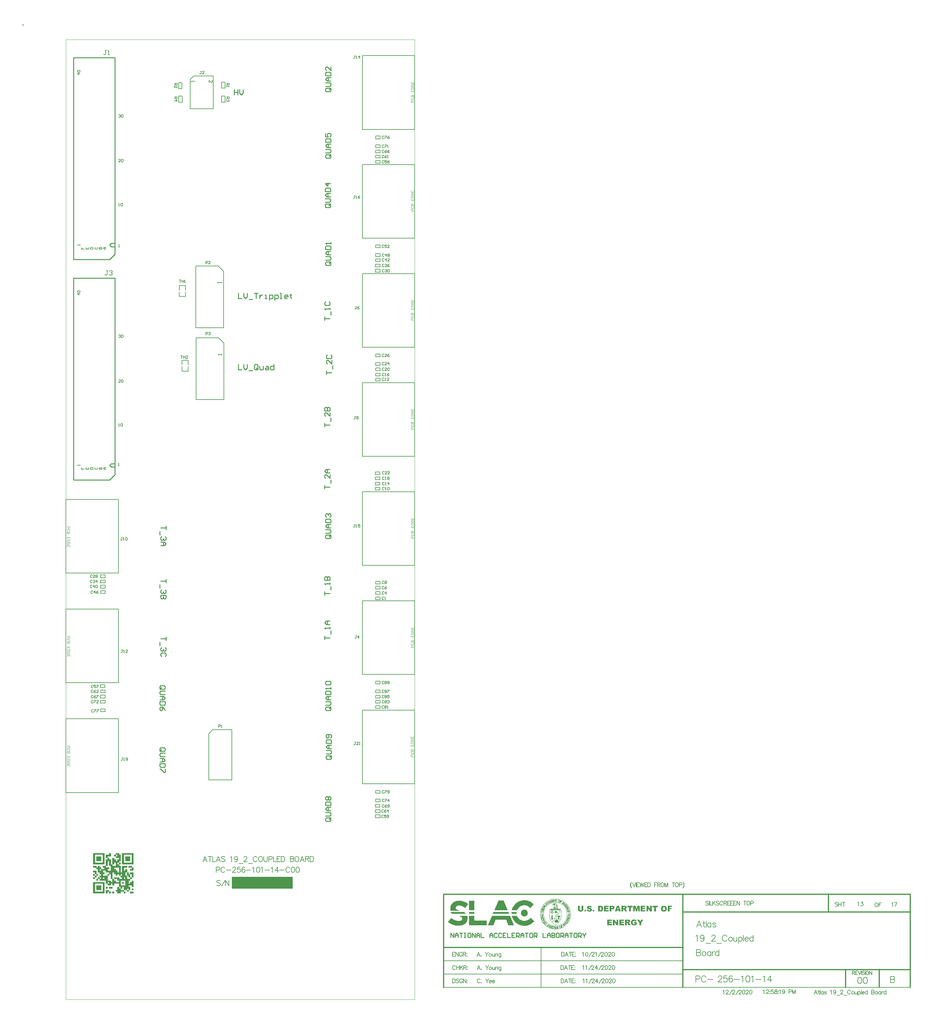
<source format=gto>
G04*
G04 #@! TF.GenerationSoftware,Altium Limited,Altium Designer,20.1.14 (287)*
G04*
G04 Layer_Color=65280*
%FSLAX25Y25*%
%MOIN*%
G70*
G04*
G04 #@! TF.SameCoordinates,E5BBD601-0378-4793-8288-20EAF3AE4A8C*
G04*
G04*
G04 #@! TF.FilePolarity,Positive*
G04*
G01*
G75*
%ADD10C,0.00700*%
%ADD11C,0.00800*%
%ADD12C,0.01000*%
%ADD13C,0.00500*%
%ADD14C,0.00300*%
%ADD15C,0.00400*%
%ADD16R,0.69000X0.13700*%
%ADD17C,0.01200*%
%ADD18C,0.00026*%
%ADD19C,0.00043*%
%ADD20C,0.00195*%
%ADD21C,0.00061*%
%ADD22C,0.00087*%
%ADD23C,0.00104*%
%ADD24C,0.00052*%
%ADD25C,0.00049*%
%ADD26C,0.00183*%
%ADD27C,0.00174*%
%ADD28C,0.00244*%
%ADD29C,0.00035*%
%ADD30R,0.06131X0.10864*%
%ADD31R,0.06131X0.02042*%
G36*
X444872Y111275D02*
X445882Y111177D01*
X447164Y110976D01*
X448256Y110719D01*
X449310Y110392D01*
X450328Y109997D01*
X451308Y109536D01*
X452250Y109010D01*
X453156Y108420D01*
X454023Y107770D01*
X450838Y103152D01*
X449845Y103786D01*
X449310Y104122D01*
X448783Y104397D01*
X447898Y104858D01*
X447164Y105145D01*
X446447Y105425D01*
X445727Y105629D01*
X445369Y105704D01*
X444942Y105787D01*
X444550Y105836D01*
X444300Y105868D01*
X443986Y105882D01*
X443672Y105896D01*
X443257Y105884D01*
X442884Y105862D01*
X442205Y105746D01*
X441629Y105565D01*
X441317Y105434D01*
X441149Y105332D01*
X440920Y105192D01*
X440594Y104910D01*
X440333Y104580D01*
X440144Y104198D01*
X440041Y103811D01*
X440010Y103470D01*
X440041Y102920D01*
X440144Y102503D01*
X440340Y102114D01*
X440603Y101793D01*
X440982Y101483D01*
X441475Y101192D01*
X442093Y100911D01*
X442845Y100634D01*
X444801Y100050D01*
X434314D01*
X433984Y101622D01*
X433918Y102913D01*
X434038Y104377D01*
X434386Y105728D01*
X434949Y106957D01*
X435712Y108054D01*
X436660Y109009D01*
X437780Y109812D01*
X439055Y110454D01*
X440406Y110903D01*
X442205Y111225D01*
X443672Y111313D01*
X444872Y111275D01*
D02*
G37*
G36*
X517895Y111908D02*
X519389Y111779D01*
X520888Y111487D01*
X522227Y111086D01*
X523555Y110537D01*
X524814Y109863D01*
X525993Y109073D01*
X527087Y108173D01*
X528088Y107172D01*
X524350Y102853D01*
X523266Y103987D01*
X522533Y104583D01*
X521739Y105099D01*
X520888Y105528D01*
X519988Y105863D01*
X519043Y106100D01*
X518061Y106231D01*
X516939Y106245D01*
X515629Y106080D01*
X514388Y105729D01*
X513229Y105207D01*
X512166Y104529D01*
X511201Y103694D01*
X510390Y102764D01*
X509705Y101706D01*
X509174Y100550D01*
X503309D01*
X503371Y100938D01*
X503702Y102077D01*
X504121Y103175D01*
X504625Y104227D01*
X505209Y105231D01*
X505540Y105706D01*
X505870Y106181D01*
X506602Y107074D01*
X507403Y107905D01*
X508268Y108670D01*
X509192Y109365D01*
X510171Y109985D01*
X511215Y110533D01*
X512279Y110986D01*
X513399Y111358D01*
X514558Y111639D01*
X515751Y111825D01*
X516939Y111908D01*
X517895Y111908D01*
D02*
G37*
G36*
X498550Y100550D02*
X483481D01*
X488190Y111614D01*
X493842D01*
X498550Y100550D01*
D02*
G37*
G36*
X508675Y98506D02*
X508648Y98111D01*
X508624Y97743D01*
Y97024D01*
X508675Y96486D01*
X502993D01*
X502974Y97126D01*
X502956Y97562D01*
X502959Y97767D01*
X502993Y98507D01*
X508675Y98506D01*
D02*
G37*
G36*
X450353Y97853D02*
X450670Y97611D01*
X450986Y97369D01*
X451368Y97023D01*
X451880Y96465D01*
X436708D01*
X436380Y96635D01*
X436052Y96805D01*
X435690Y97029D01*
X435328Y97253D01*
X434903Y97592D01*
X434478Y97930D01*
X433930Y98507D01*
X449271D01*
X450353Y97853D01*
D02*
G37*
G36*
X500289Y96465D02*
X481742D01*
X482612Y98507D01*
X499421D01*
X500289Y96465D01*
D02*
G37*
G36*
X518525Y101172D02*
X519221Y100884D01*
X519848Y100465D01*
X520381Y99932D01*
X520799Y99306D01*
X521088Y98610D01*
X521235Y97871D01*
Y97494D01*
Y97491D01*
Y97114D01*
X521088Y96375D01*
X520799Y95679D01*
X520381Y95052D01*
X519848Y94519D01*
X519221Y94101D01*
X518525Y93812D01*
X517786Y93665D01*
X517033D01*
X516295Y93812D01*
X515600Y94100D01*
X514974Y94518D01*
X514442Y95050D01*
X514024Y95676D01*
X513736Y96371D01*
X513589Y97109D01*
Y97485D01*
Y97499D01*
Y97875D01*
X513736Y98613D01*
X514024Y99309D01*
X514442Y99934D01*
X514974Y100466D01*
X515600Y100884D01*
X516295Y101172D01*
X517033Y101319D01*
X517786D01*
X518525Y101172D01*
D02*
G37*
G36*
X453178Y93666D02*
X453265Y93221D01*
X453325Y92699D01*
X453342Y92243D01*
X453359Y91788D01*
X453295Y90968D01*
X453235Y90201D01*
X453055Y89489D01*
X452872Y88765D01*
X452505Y87911D01*
X452285Y87482D01*
X451887Y86919D01*
X451489Y86356D01*
X450993Y85875D01*
X450498Y85393D01*
X449326Y84596D01*
X448657Y84283D01*
X447989Y83969D01*
X447628Y83859D01*
X447126Y83707D01*
X446481Y83513D01*
X446198Y83465D01*
X445624Y83368D01*
X445222Y83300D01*
X444839Y83240D01*
X444628Y83229D01*
X443969Y83194D01*
X443608Y83175D01*
X443092Y83150D01*
X442700Y83164D01*
X442308Y83178D01*
X441861Y83193D01*
X441399Y83242D01*
X440999Y83284D01*
X440519Y83340D01*
X440092Y83416D01*
X439665Y83491D01*
X439345Y83548D01*
X438833Y83676D01*
X438469Y83768D01*
X438022Y83886D01*
X437625Y84017D01*
X437228Y84147D01*
X436887Y84259D01*
X436449Y84439D01*
X436072Y84594D01*
X435311Y84941D01*
X434927Y85132D01*
X434535Y85328D01*
X433974Y85663D01*
X433413Y85998D01*
X432334Y86758D01*
X431304Y87608D01*
X434927Y91948D01*
X435695Y91369D01*
X436072Y91084D01*
X436449Y90800D01*
X436887Y90521D01*
X437228Y90303D01*
X437625Y90082D01*
X438106Y89822D01*
X438469Y89650D01*
X438833Y89479D01*
X439089Y89380D01*
X439505Y89220D01*
X440092Y89030D01*
X440598Y88886D01*
X440999Y88801D01*
X441630Y88687D01*
X442084Y88630D01*
X442700Y88586D01*
X443187Y88565D01*
X443608Y88578D01*
X443969Y88592D01*
X444628Y88680D01*
X444857Y88735D01*
X445222Y88822D01*
X445502Y88927D01*
X445892Y89098D01*
X446198Y89265D01*
X446575Y89561D01*
X446873Y89903D01*
X447051Y90221D01*
X447126Y90406D01*
X447233Y90827D01*
X447268Y91191D01*
X447243Y91666D01*
X447126Y92112D01*
X446943Y92467D01*
X446782Y92689D01*
X446537Y92919D01*
X446330Y93081D01*
X446039Y93281D01*
X445746Y93435D01*
X445362Y93624D01*
X445048Y93757D01*
X444734Y93880D01*
X444628Y93915D01*
X443969Y94133D01*
X443127Y94423D01*
X452989D01*
X453178Y93666D01*
D02*
G37*
G36*
X461118Y89121D02*
X475011D01*
Y83548D01*
X454986D01*
Y94422D01*
X461118D01*
Y89121D01*
D02*
G37*
G36*
X505787Y83548D02*
X499376D01*
X496829Y89797D01*
X485045D01*
X482496Y83548D01*
X476247D01*
X480873Y94422D01*
X501159D01*
X505787Y83548D01*
D02*
G37*
G36*
X509415Y93832D02*
X509720Y93277D01*
X510024Y92722D01*
X510474Y92124D01*
X510781Y91716D01*
X511198Y91301D01*
X511671Y90829D01*
X511974Y90604D01*
X512276Y90379D01*
X512680Y90077D01*
X513039Y89883D01*
X513397Y89689D01*
X513794Y89474D01*
X514175Y89335D01*
X514556Y89196D01*
X514997Y89035D01*
X516276Y88774D01*
X516939Y88716D01*
X517447Y88722D01*
X518078Y88731D01*
X519083Y88868D01*
X520049Y89117D01*
X520967Y89469D01*
X521834Y89918D01*
X522237Y90188D01*
X522640Y90458D01*
X522895Y90672D01*
X523149Y90886D01*
X523380Y91081D01*
X523605Y91317D01*
X523830Y91552D01*
X524048Y91781D01*
X524258Y92024D01*
X524469Y92267D01*
X528469Y88229D01*
X527460Y87140D01*
X526344Y86159D01*
X525132Y85295D01*
X523830Y84558D01*
X523149Y84240D01*
X522237Y83898D01*
X521732Y83709D01*
X520249Y83328D01*
X518709Y83104D01*
X517920Y83054D01*
X517447Y83052D01*
X516974Y83050D01*
X516607Y83076D01*
X515750Y83136D01*
X514556Y83322D01*
X513794Y83507D01*
X513397Y83603D01*
X512478Y83908D01*
X512276Y83975D01*
X511671Y84233D01*
X511198Y84435D01*
X510474Y84816D01*
X510167Y84978D01*
X509720Y85261D01*
X509170Y85612D01*
X508717Y85953D01*
X508263Y86294D01*
X507831Y86677D01*
X507399Y87060D01*
X506598Y87892D01*
X506232Y88339D01*
X505865Y88785D01*
X505535Y89261D01*
X505205Y89737D01*
X504913Y90239D01*
X504621Y90741D01*
X504369Y91268D01*
X504118Y91795D01*
X503908Y92345D01*
X503699Y92894D01*
X503369Y94034D01*
X503307Y94422D01*
X509170D01*
X509415Y93832D01*
D02*
G37*
G36*
X590978Y105644D02*
X591083D01*
X591197Y105634D01*
X591332Y105613D01*
X591468Y105603D01*
X591770Y105540D01*
X592072Y105457D01*
X592374Y105353D01*
X592509Y105280D01*
X592634Y105197D01*
X592644D01*
X592665Y105176D01*
X592696Y105145D01*
X592738Y105113D01*
X592790Y105061D01*
X592842Y104999D01*
X592904Y104937D01*
X592977Y104853D01*
X593040Y104760D01*
X593102Y104645D01*
X593175Y104531D01*
X593227Y104406D01*
X593290Y104260D01*
X593331Y104104D01*
X593373Y103937D01*
X593404Y103760D01*
X591562Y103656D01*
Y103677D01*
X591541Y103729D01*
X591520Y103802D01*
X591489Y103895D01*
X591447Y104000D01*
X591395Y104104D01*
X591322Y104197D01*
X591239Y104281D01*
X591228Y104291D01*
X591197Y104312D01*
X591145Y104343D01*
X591072Y104385D01*
X590978Y104416D01*
X590864Y104447D01*
X590739Y104468D01*
X590583Y104478D01*
X590531D01*
X590468Y104468D01*
X590385Y104458D01*
X590219Y104416D01*
X590135Y104385D01*
X590062Y104333D01*
X590052Y104322D01*
X590042Y104312D01*
X590010Y104281D01*
X589979Y104239D01*
X589927Y104124D01*
X589906Y104052D01*
X589896Y103979D01*
Y103968D01*
Y103958D01*
X589917Y103885D01*
X589958Y103802D01*
X589990Y103750D01*
X590042Y103708D01*
X590052Y103698D01*
X590073Y103687D01*
X590114Y103666D01*
X590177Y103635D01*
X590260Y103594D01*
X590375Y103552D01*
X590520Y103510D01*
X590697Y103469D01*
X590708D01*
X590750Y103458D01*
X590822Y103437D01*
X590906Y103427D01*
X591010Y103396D01*
X591135Y103365D01*
X591270Y103333D01*
X591416Y103302D01*
X591718Y103208D01*
X592020Y103115D01*
X592165Y103063D01*
X592301Y103011D01*
X592425Y102959D01*
X592540Y102907D01*
X592550D01*
X592561Y102896D01*
X592592Y102875D01*
X592634Y102855D01*
X592727Y102792D01*
X592852Y102719D01*
X592988Y102615D01*
X593123Y102490D01*
X593248Y102355D01*
X593352Y102209D01*
X593362Y102188D01*
X593394Y102136D01*
X593435Y102053D01*
X593487Y101938D01*
X593529Y101793D01*
X593571Y101637D01*
X593602Y101460D01*
X593612Y101272D01*
Y101262D01*
Y101241D01*
Y101210D01*
Y101168D01*
X593591Y101054D01*
X593571Y100897D01*
X593529Y100731D01*
X593467Y100543D01*
X593383Y100346D01*
X593269Y100148D01*
Y100137D01*
X593258Y100127D01*
X593206Y100065D01*
X593133Y99971D01*
X593029Y99856D01*
X592894Y99731D01*
X592727Y99607D01*
X592540Y99482D01*
X592321Y99367D01*
X592311D01*
X592290Y99357D01*
X592259Y99346D01*
X592217Y99326D01*
X592155Y99305D01*
X592082Y99284D01*
X591999Y99263D01*
X591905Y99242D01*
X591801Y99211D01*
X591686Y99190D01*
X591426Y99148D01*
X591124Y99117D01*
X590791Y99107D01*
X590635D01*
X590531Y99117D01*
X590396Y99128D01*
X590250Y99138D01*
X590083Y99159D01*
X589906Y99180D01*
X589532Y99253D01*
X589344Y99305D01*
X589157Y99367D01*
X588980Y99440D01*
X588824Y99523D01*
X588667Y99617D01*
X588543Y99721D01*
X588532Y99731D01*
X588511Y99752D01*
X588480Y99783D01*
X588449Y99836D01*
X588397Y99898D01*
X588345Y99971D01*
X588282Y100054D01*
X588220Y100158D01*
X588157Y100262D01*
X588095Y100387D01*
X587981Y100648D01*
X587897Y100960D01*
X587866Y101126D01*
X587845Y101303D01*
X589709Y101428D01*
Y101408D01*
X589719Y101355D01*
X589740Y101272D01*
X589761Y101168D01*
X589792Y101054D01*
X589833Y100939D01*
X589886Y100835D01*
X589948Y100731D01*
X589958Y100710D01*
X590010Y100668D01*
X590073Y100616D01*
X590177Y100543D01*
X590302Y100471D01*
X590448Y100418D01*
X590625Y100377D01*
X590822Y100356D01*
X590895D01*
X590968Y100366D01*
X591062Y100377D01*
X591166Y100398D01*
X591280Y100439D01*
X591385Y100481D01*
X591478Y100543D01*
X591489Y100554D01*
X591509Y100575D01*
X591551Y100616D01*
X591593Y100679D01*
X591634Y100741D01*
X591676Y100824D01*
X591697Y100908D01*
X591707Y101002D01*
Y101012D01*
Y101043D01*
X591697Y101095D01*
X591676Y101147D01*
X591655Y101220D01*
X591613Y101293D01*
X591562Y101366D01*
X591489Y101439D01*
X591478Y101449D01*
X591447Y101470D01*
X591374Y101512D01*
X591280Y101564D01*
X591145Y101616D01*
X591062Y101647D01*
X590968Y101678D01*
X590864Y101709D01*
X590750Y101751D01*
X590625Y101782D01*
X590479Y101813D01*
X590468D01*
X590427Y101824D01*
X590354Y101845D01*
X590271Y101865D01*
X590167Y101897D01*
X590042Y101928D01*
X589906Y101970D01*
X589761Y102011D01*
X589459Y102126D01*
X589157Y102251D01*
X589011Y102324D01*
X588876Y102407D01*
X588751Y102490D01*
X588636Y102573D01*
X588626Y102584D01*
X588616Y102594D01*
X588584Y102626D01*
X588553Y102657D01*
X588459Y102761D01*
X588366Y102907D01*
X588262Y103084D01*
X588168Y103292D01*
X588105Y103531D01*
X588095Y103666D01*
X588085Y103802D01*
Y103812D01*
Y103823D01*
Y103885D01*
X588095Y103979D01*
X588116Y104104D01*
X588157Y104239D01*
X588199Y104395D01*
X588272Y104551D01*
X588366Y104718D01*
X588376Y104739D01*
X588418Y104791D01*
X588480Y104874D01*
X588574Y104968D01*
X588699Y105082D01*
X588844Y105197D01*
X589021Y105301D01*
X589219Y105405D01*
X589230D01*
X589251Y105415D01*
X589282Y105426D01*
X589323Y105447D01*
X589386Y105467D01*
X589448Y105488D01*
X589532Y105509D01*
X589625Y105530D01*
X589740Y105551D01*
X589854Y105571D01*
X589979Y105592D01*
X590125Y105613D01*
X590271Y105634D01*
X590427Y105644D01*
X590781Y105655D01*
X590895D01*
X590978Y105644D01*
D02*
G37*
G36*
X661215Y99211D02*
X659372D01*
X656999Y102688D01*
Y99211D01*
X655156D01*
Y105551D01*
X656978D01*
X659372Y102042D01*
Y105551D01*
X661215D01*
Y99211D01*
D02*
G37*
G36*
X647484D02*
X645881D01*
Y104041D01*
X644642Y99211D01*
X643185D01*
X641956Y104041D01*
Y99211D01*
X640353D01*
Y105551D01*
X642935D01*
X643913Y101689D01*
X644902Y105551D01*
X647484D01*
Y99211D01*
D02*
G37*
G36*
X583952Y101772D02*
Y101761D01*
Y101751D01*
Y101720D01*
Y101678D01*
X583941Y101564D01*
X583931Y101428D01*
X583910Y101262D01*
X583879Y101085D01*
X583837Y100897D01*
X583775Y100710D01*
Y100700D01*
X583764Y100689D01*
X583744Y100627D01*
X583702Y100533D01*
X583639Y100418D01*
X583567Y100273D01*
X583473Y100127D01*
X583358Y99981D01*
X583223Y99836D01*
X583202Y99815D01*
X583161Y99773D01*
X583088Y99711D01*
X582984Y99627D01*
X582869Y99544D01*
X582734Y99461D01*
X582588Y99378D01*
X582432Y99315D01*
X582421D01*
X582411Y99305D01*
X582380Y99294D01*
X582328Y99284D01*
X582276Y99263D01*
X582213Y99253D01*
X582047Y99211D01*
X581849Y99169D01*
X581620Y99138D01*
X581360Y99117D01*
X581068Y99107D01*
X580891D01*
X580766Y99117D01*
X580610D01*
X580444Y99138D01*
X580246Y99148D01*
X580048Y99169D01*
X580027D01*
X579996Y99180D01*
X579954D01*
X579861Y99201D01*
X579736Y99221D01*
X579590Y99263D01*
X579434Y99305D01*
X579278Y99357D01*
X579132Y99419D01*
X579111Y99430D01*
X579070Y99461D01*
X578997Y99502D01*
X578913Y99565D01*
X578809Y99638D01*
X578695Y99731D01*
X578580Y99846D01*
X578466Y99971D01*
X578455Y99992D01*
X578414Y100033D01*
X578362Y100106D01*
X578299Y100200D01*
X578237Y100304D01*
X578164Y100429D01*
X578101Y100564D01*
X578049Y100700D01*
Y100710D01*
X578039Y100731D01*
X578028Y100762D01*
X578018Y100804D01*
X577997Y100918D01*
X577966Y101064D01*
X577924Y101231D01*
X577904Y101408D01*
X577883Y101595D01*
X577872Y101772D01*
Y105551D01*
X579829D01*
Y101678D01*
Y101668D01*
Y101657D01*
Y101595D01*
X579840Y101501D01*
X579861Y101387D01*
X579902Y101262D01*
X579944Y101126D01*
X580017Y100991D01*
X580111Y100877D01*
X580121Y100866D01*
X580162Y100835D01*
X580225Y100783D01*
X580319Y100731D01*
X580433Y100679D01*
X580569Y100627D01*
X580735Y100595D01*
X580912Y100585D01*
X580995D01*
X581089Y100595D01*
X581204Y100616D01*
X581328Y100658D01*
X581453Y100700D01*
X581589Y100773D01*
X581703Y100866D01*
X581714Y100877D01*
X581745Y100918D01*
X581797Y100991D01*
X581849Y101074D01*
X581901Y101189D01*
X581953Y101335D01*
X581984Y101491D01*
X581995Y101678D01*
Y105551D01*
X583952D01*
Y101772D01*
D02*
G37*
G36*
X684117Y104187D02*
X681233D01*
Y103084D01*
X683700D01*
Y101803D01*
X681233D01*
Y99211D01*
X679266D01*
Y105551D01*
X684117D01*
Y104187D01*
D02*
G37*
G36*
X668033Y103989D02*
X666035D01*
Y99211D01*
X664078D01*
Y103989D01*
X662079D01*
Y105551D01*
X668033D01*
Y103989D01*
D02*
G37*
G36*
X653990Y104197D02*
X650701D01*
Y103188D01*
X653751D01*
Y101897D01*
X650701D01*
Y100648D01*
X654084D01*
Y99211D01*
X648733D01*
Y105551D01*
X653990D01*
Y104197D01*
D02*
G37*
G36*
X639489Y103989D02*
X637490D01*
Y99211D01*
X635533D01*
Y103989D01*
X633535D01*
Y105551D01*
X639489D01*
Y103989D01*
D02*
G37*
G36*
X630682Y105540D02*
X630891Y105530D01*
X631109Y105509D01*
X631349Y105488D01*
X631567Y105447D01*
X631765Y105394D01*
X631775D01*
X631786Y105384D01*
X631848Y105363D01*
X631931Y105322D01*
X632046Y105259D01*
X632161Y105186D01*
X632296Y105082D01*
X632421Y104957D01*
X632535Y104812D01*
X632546Y104791D01*
X632587Y104739D01*
X632629Y104645D01*
X632691Y104531D01*
X632744Y104374D01*
X632795Y104197D01*
X632827Y104000D01*
X632837Y103781D01*
Y103771D01*
Y103760D01*
Y103698D01*
X632827Y103594D01*
X632806Y103469D01*
X632785Y103333D01*
X632744Y103177D01*
X632681Y103021D01*
X632608Y102875D01*
X632598Y102855D01*
X632566Y102813D01*
X632514Y102740D01*
X632442Y102657D01*
X632358Y102553D01*
X632244Y102448D01*
X632129Y102344D01*
X631984Y102251D01*
X631973Y102240D01*
X631942Y102230D01*
X631879Y102199D01*
X631807Y102167D01*
X631703Y102126D01*
X631588Y102084D01*
X631453Y102042D01*
X631296Y102001D01*
X631307D01*
X631349Y101980D01*
X631411Y101959D01*
X631484Y101928D01*
X631650Y101855D01*
X631734Y101813D01*
X631796Y101772D01*
X631807D01*
X631817Y101751D01*
X631848Y101730D01*
X631879Y101699D01*
X631921Y101647D01*
X631973Y101595D01*
X632036Y101522D01*
X632108Y101428D01*
X632119Y101418D01*
X632140Y101387D01*
X632181Y101345D01*
X632223Y101283D01*
X632317Y101158D01*
X632358Y101095D01*
X632389Y101043D01*
X633347Y99211D01*
X631130D01*
X630079Y101137D01*
X630068Y101158D01*
X630047Y101199D01*
X630006Y101262D01*
X629964Y101345D01*
X629902Y101428D01*
X629849Y101501D01*
X629787Y101574D01*
X629725Y101626D01*
X629714Y101637D01*
X629693Y101647D01*
X629641Y101678D01*
X629589Y101709D01*
X629516Y101730D01*
X629433Y101761D01*
X629339Y101772D01*
X629246Y101782D01*
X629079D01*
Y99211D01*
X627112D01*
Y105551D01*
X630599D01*
X630682Y105540D01*
D02*
G37*
G36*
X626456Y99211D02*
X624395D01*
X624082Y100262D01*
X621865D01*
X621553Y99211D01*
X619554D01*
X621927Y105551D01*
X624082D01*
X626456Y99211D01*
D02*
G37*
G36*
X617212Y105540D02*
X617295D01*
X617399Y105519D01*
X617514Y105509D01*
X617638Y105488D01*
X617899Y105426D01*
X618159Y105332D01*
X618294Y105280D01*
X618419Y105207D01*
X618534Y105134D01*
X618638Y105041D01*
X618648Y105030D01*
X618659Y105020D01*
X618690Y104989D01*
X618721Y104947D01*
X618763Y104895D01*
X618805Y104832D01*
X618856Y104760D01*
X618909Y104666D01*
X618950Y104572D01*
X619002Y104468D01*
X619044Y104343D01*
X619086Y104218D01*
X619148Y103937D01*
X619158Y103771D01*
X619169Y103604D01*
Y103594D01*
Y103562D01*
Y103510D01*
X619158Y103448D01*
X619148Y103365D01*
X619138Y103271D01*
X619117Y103167D01*
X619096Y103052D01*
X619023Y102813D01*
X618919Y102563D01*
X618856Y102438D01*
X618784Y102313D01*
X618690Y102199D01*
X618586Y102094D01*
X618575Y102084D01*
X618555Y102074D01*
X618523Y102042D01*
X618482Y102011D01*
X618419Y101970D01*
X618346Y101928D01*
X618253Y101876D01*
X618149Y101834D01*
X618034Y101782D01*
X617909Y101730D01*
X617764Y101689D01*
X617607Y101647D01*
X617430Y101616D01*
X617243Y101584D01*
X617045Y101574D01*
X616827Y101564D01*
X615754D01*
Y99211D01*
X613787D01*
Y105551D01*
X617139D01*
X617212Y105540D01*
D02*
G37*
G36*
X612642Y104197D02*
X609352D01*
Y103188D01*
X612402D01*
Y101897D01*
X609352D01*
Y100648D01*
X612735D01*
Y99211D01*
X607385D01*
Y105551D01*
X612642D01*
Y104197D01*
D02*
G37*
G36*
X603648Y105540D02*
X603731D01*
X603918Y105519D01*
X604147Y105488D01*
X604376Y105447D01*
X604605Y105394D01*
X604813Y105311D01*
X604824D01*
X604834Y105301D01*
X604907Y105270D01*
X605001Y105218D01*
X605126Y105145D01*
X605261Y105051D01*
X605407Y104937D01*
X605552Y104801D01*
X605688Y104645D01*
X605709Y104624D01*
X605750Y104572D01*
X605813Y104478D01*
X605886Y104353D01*
X605969Y104208D01*
X606052Y104031D01*
X606136Y103833D01*
X606198Y103625D01*
Y103614D01*
X606208Y103604D01*
Y103562D01*
X606219Y103521D01*
X606240Y103469D01*
X606250Y103406D01*
X606281Y103250D01*
X606302Y103073D01*
X606333Y102865D01*
X606344Y102636D01*
X606354Y102396D01*
Y102386D01*
Y102355D01*
Y102303D01*
Y102230D01*
X606344Y102147D01*
Y102042D01*
X606333Y101938D01*
X606323Y101813D01*
X606292Y101564D01*
X606250Y101303D01*
X606198Y101043D01*
X606156Y100929D01*
X606115Y100814D01*
Y100804D01*
X606104Y100793D01*
X606094Y100762D01*
X606073Y100720D01*
X606021Y100616D01*
X605948Y100491D01*
X605854Y100346D01*
X605750Y100189D01*
X605615Y100033D01*
X605469Y99877D01*
X605448Y99856D01*
X605396Y99815D01*
X605313Y99752D01*
X605209Y99679D01*
X605074Y99586D01*
X604928Y99513D01*
X604772Y99440D01*
X604595Y99378D01*
X604584D01*
X604564Y99367D01*
X604532D01*
X604491Y99357D01*
X604428Y99336D01*
X604366Y99326D01*
X604210Y99294D01*
X604022Y99263D01*
X603835Y99242D01*
X603627Y99221D01*
X603429Y99211D01*
X600525D01*
Y105551D01*
X603575D01*
X603648Y105540D01*
D02*
G37*
G36*
X596371Y99211D02*
X594487D01*
Y100981D01*
X596371D01*
Y99211D01*
D02*
G37*
G36*
X587023D02*
X585139D01*
Y100981D01*
X587023D01*
Y99211D01*
D02*
G37*
G36*
X675060Y105644D02*
X675164D01*
X675300Y105634D01*
X675445Y105613D01*
X675622Y105582D01*
X675799Y105551D01*
X675997Y105499D01*
X676195Y105447D01*
X676393Y105374D01*
X676601Y105290D01*
X676799Y105197D01*
X676986Y105082D01*
X677173Y104947D01*
X677340Y104801D01*
X677350Y104791D01*
X677382Y104760D01*
X677423Y104718D01*
X677475Y104645D01*
X677538Y104562D01*
X677610Y104447D01*
X677694Y104322D01*
X677777Y104187D01*
X677850Y104020D01*
X677933Y103843D01*
X678006Y103656D01*
X678069Y103437D01*
X678121Y103208D01*
X678162Y102969D01*
X678194Y102709D01*
X678204Y102428D01*
Y102417D01*
Y102376D01*
Y102324D01*
X678194Y102240D01*
Y102147D01*
X678183Y102042D01*
X678173Y101918D01*
X678162Y101782D01*
X678110Y101491D01*
X678048Y101189D01*
X677954Y100877D01*
X677829Y100595D01*
Y100585D01*
X677808Y100564D01*
X677787Y100533D01*
X677756Y100481D01*
X677725Y100418D01*
X677673Y100356D01*
X677559Y100189D01*
X677402Y100013D01*
X677215Y99836D01*
X676996Y99648D01*
X676747Y99492D01*
X676736D01*
X676715Y99471D01*
X676674Y99461D01*
X676622Y99430D01*
X676549Y99398D01*
X676465Y99367D01*
X676372Y99336D01*
X676257Y99305D01*
X676143Y99263D01*
X676007Y99232D01*
X675862Y99201D01*
X675705Y99169D01*
X675362Y99128D01*
X674977Y99107D01*
X674873D01*
X674800Y99117D01*
X674706D01*
X674602Y99128D01*
X674477Y99138D01*
X674352Y99148D01*
X674071Y99190D01*
X673769Y99253D01*
X673478Y99326D01*
X673197Y99440D01*
X673186D01*
X673166Y99461D01*
X673134Y99482D01*
X673082Y99502D01*
X673020Y99544D01*
X672957Y99586D01*
X672791Y99700D01*
X672614Y99856D01*
X672426Y100044D01*
X672239Y100262D01*
X672062Y100523D01*
Y100533D01*
X672041Y100554D01*
X672020Y100595D01*
X672000Y100658D01*
X671968Y100731D01*
X671927Y100814D01*
X671885Y100918D01*
X671854Y101033D01*
X671812Y101158D01*
X671770Y101303D01*
X671739Y101449D01*
X671698Y101616D01*
X671677Y101793D01*
X671656Y101980D01*
X671635Y102376D01*
Y102396D01*
Y102448D01*
X671646Y102521D01*
Y102636D01*
X671666Y102761D01*
X671677Y102917D01*
X671708Y103084D01*
X671739Y103261D01*
X671791Y103448D01*
X671843Y103646D01*
X671916Y103843D01*
X672000Y104052D01*
X672104Y104249D01*
X672218Y104437D01*
X672343Y104624D01*
X672499Y104791D01*
X672510Y104801D01*
X672541Y104832D01*
X672593Y104874D01*
X672655Y104926D01*
X672749Y104989D01*
X672853Y105061D01*
X672978Y105145D01*
X673124Y105228D01*
X673290Y105301D01*
X673467Y105384D01*
X673665Y105457D01*
X673884Y105519D01*
X674113Y105571D01*
X674363Y105613D01*
X674623Y105644D01*
X674904Y105655D01*
X674977D01*
X675060Y105644D01*
D02*
G37*
G36*
X641384Y90144D02*
X641488D01*
X641592Y90134D01*
X641717D01*
X641967Y90103D01*
X642227Y90071D01*
X642477Y90019D01*
X642592Y89988D01*
X642696Y89957D01*
X642706D01*
X642717Y89947D01*
X642789Y89926D01*
X642883Y89874D01*
X643008Y89811D01*
X643143Y89728D01*
X643289Y89624D01*
X643435Y89509D01*
X643570Y89364D01*
X643581Y89343D01*
X643622Y89291D01*
X643685Y89207D01*
X643768Y89093D01*
X643851Y88947D01*
X643934Y88770D01*
X644018Y88572D01*
X644091Y88354D01*
X642196Y88021D01*
X642186Y88042D01*
X642175Y88083D01*
X642144Y88146D01*
X642102Y88218D01*
X642040Y88312D01*
X641977Y88396D01*
X641884Y88489D01*
X641790Y88562D01*
X641780Y88572D01*
X641738Y88593D01*
X641686Y88625D01*
X641603Y88666D01*
X641499Y88697D01*
X641374Y88729D01*
X641238Y88749D01*
X641082Y88760D01*
X641020D01*
X640978Y88749D01*
X640853Y88739D01*
X640707Y88708D01*
X640551Y88656D01*
X640374Y88572D01*
X640208Y88458D01*
X640124Y88396D01*
X640052Y88312D01*
X640031Y88291D01*
X640020Y88260D01*
X639989Y88229D01*
X639968Y88177D01*
X639937Y88125D01*
X639895Y88052D01*
X639864Y87969D01*
X639833Y87875D01*
X639791Y87771D01*
X639760Y87656D01*
X639739Y87531D01*
X639708Y87386D01*
X639698Y87240D01*
X639677Y87073D01*
Y86896D01*
Y86886D01*
Y86855D01*
Y86803D01*
X639687Y86730D01*
Y86647D01*
X639698Y86542D01*
X639729Y86324D01*
X639771Y86085D01*
X639843Y85845D01*
X639937Y85616D01*
X639999Y85522D01*
X640062Y85429D01*
X640083Y85408D01*
X640135Y85356D01*
X640218Y85293D01*
X640343Y85210D01*
X640489Y85127D01*
X640676Y85064D01*
X640895Y85012D01*
X641134Y84991D01*
X641186D01*
X641259Y85002D01*
X641342D01*
X641436Y85012D01*
X641540Y85033D01*
X641759Y85085D01*
X641769D01*
X641811Y85106D01*
X641873Y85127D01*
X641957Y85158D01*
X642061Y85210D01*
X642186Y85262D01*
X642310Y85325D01*
X642456Y85408D01*
Y86001D01*
X641145D01*
Y87323D01*
X644174D01*
Y84617D01*
X644164Y84606D01*
X644132Y84596D01*
X644091Y84565D01*
X644028Y84523D01*
X643955Y84471D01*
X643862Y84419D01*
X643757Y84356D01*
X643653Y84294D01*
X643414Y84169D01*
X643154Y84034D01*
X642883Y83909D01*
X642623Y83815D01*
X642612D01*
X642592Y83805D01*
X642560Y83794D01*
X642508Y83784D01*
X642446Y83763D01*
X642363Y83753D01*
X642279Y83732D01*
X642175Y83711D01*
X642061Y83690D01*
X641946Y83669D01*
X641676Y83638D01*
X641374Y83617D01*
X641041Y83607D01*
X640936D01*
X640853Y83617D01*
X640760D01*
X640645Y83628D01*
X640520Y83638D01*
X640385Y83659D01*
X640093Y83701D01*
X639791Y83763D01*
X639479Y83857D01*
X639198Y83982D01*
X639187D01*
X639167Y84002D01*
X639136Y84023D01*
X639083Y84054D01*
X639021Y84096D01*
X638959Y84148D01*
X638792Y84273D01*
X638615Y84429D01*
X638438Y84627D01*
X638251Y84856D01*
X638095Y85127D01*
Y85137D01*
X638074Y85158D01*
X638063Y85200D01*
X638032Y85262D01*
X638001Y85335D01*
X637970Y85418D01*
X637938Y85522D01*
X637907Y85626D01*
X637865Y85751D01*
X637834Y85887D01*
X637772Y86189D01*
X637730Y86522D01*
X637709Y86876D01*
Y86886D01*
Y86917D01*
Y86980D01*
X637720Y87053D01*
Y87136D01*
X637730Y87250D01*
X637741Y87365D01*
X637761Y87490D01*
X637813Y87771D01*
X637886Y88073D01*
X637990Y88385D01*
X638136Y88677D01*
X638146Y88687D01*
X638157Y88708D01*
X638178Y88749D01*
X638219Y88801D01*
X638261Y88864D01*
X638313Y88937D01*
X638448Y89114D01*
X638625Y89301D01*
X638844Y89499D01*
X639094Y89676D01*
X639385Y89842D01*
X639396D01*
X639417Y89853D01*
X639448Y89874D01*
X639500Y89894D01*
X639573Y89915D01*
X639646Y89947D01*
X639739Y89967D01*
X639843Y89999D01*
X639968Y90030D01*
X640093Y90061D01*
X640239Y90082D01*
X640395Y90103D01*
X640562Y90123D01*
X640739Y90144D01*
X640926Y90155D01*
X641301D01*
X641384Y90144D01*
D02*
G37*
G36*
X649129Y86365D02*
Y83711D01*
X647162D01*
Y86365D01*
X644694Y90051D01*
X646870D01*
X648151Y87906D01*
X649421Y90051D01*
X651596D01*
X649129Y86365D01*
D02*
G37*
G36*
X623354Y83711D02*
X621511D01*
X619138Y87188D01*
Y83711D01*
X617295D01*
Y90051D01*
X619117D01*
X621511Y86542D01*
Y90051D01*
X623354D01*
Y83711D01*
D02*
G37*
G36*
X634659Y90040D02*
X634867Y90030D01*
X635086Y90009D01*
X635325Y89988D01*
X635544Y89947D01*
X635742Y89894D01*
X635752D01*
X635763Y89884D01*
X635825Y89863D01*
X635908Y89822D01*
X636023Y89759D01*
X636137Y89686D01*
X636273Y89582D01*
X636398Y89457D01*
X636512Y89311D01*
X636523Y89291D01*
X636564Y89239D01*
X636606Y89145D01*
X636668Y89030D01*
X636720Y88874D01*
X636772Y88697D01*
X636804Y88500D01*
X636814Y88281D01*
Y88271D01*
Y88260D01*
Y88198D01*
X636804Y88094D01*
X636783Y87969D01*
X636762Y87833D01*
X636720Y87677D01*
X636658Y87521D01*
X636585Y87375D01*
X636575Y87354D01*
X636543Y87313D01*
X636491Y87240D01*
X636418Y87157D01*
X636335Y87053D01*
X636221Y86949D01*
X636106Y86844D01*
X635960Y86751D01*
X635950Y86740D01*
X635919Y86730D01*
X635856Y86699D01*
X635783Y86667D01*
X635679Y86626D01*
X635565Y86584D01*
X635429Y86542D01*
X635273Y86501D01*
X635284D01*
X635325Y86480D01*
X635388Y86459D01*
X635461Y86428D01*
X635627Y86355D01*
X635711Y86313D01*
X635773Y86272D01*
X635783D01*
X635794Y86251D01*
X635825Y86230D01*
X635856Y86199D01*
X635898Y86147D01*
X635950Y86095D01*
X636013Y86022D01*
X636085Y85928D01*
X636096Y85918D01*
X636117Y85887D01*
X636158Y85845D01*
X636200Y85783D01*
X636294Y85658D01*
X636335Y85595D01*
X636366Y85543D01*
X637324Y83711D01*
X635107D01*
X634055Y85637D01*
X634045Y85658D01*
X634024Y85699D01*
X633983Y85762D01*
X633941Y85845D01*
X633878Y85928D01*
X633826Y86001D01*
X633764Y86074D01*
X633702Y86126D01*
X633691Y86137D01*
X633670Y86147D01*
X633618Y86178D01*
X633566Y86209D01*
X633493Y86230D01*
X633410Y86261D01*
X633316Y86272D01*
X633223Y86282D01*
X633056D01*
Y83711D01*
X631089D01*
Y90051D01*
X634576D01*
X634659Y90040D01*
D02*
G37*
G36*
X629912Y88697D02*
X626623D01*
Y87688D01*
X629673D01*
Y86397D01*
X626623D01*
Y85148D01*
X630006D01*
Y83711D01*
X624655D01*
Y90051D01*
X629912D01*
Y88697D01*
D02*
G37*
G36*
X616129D02*
X612840D01*
Y87688D01*
X615890D01*
Y86397D01*
X612840D01*
Y85148D01*
X616223D01*
Y83711D01*
X610872D01*
Y90051D01*
X616129D01*
Y88697D01*
D02*
G37*
%LPC*%
G36*
X629933Y104270D02*
X629079D01*
Y102979D01*
X629964D01*
X630016Y102990D01*
X630089Y103000D01*
X630183Y103011D01*
X630287Y103031D01*
X630422Y103063D01*
X630432D01*
X630453Y103073D01*
X630495Y103084D01*
X630537Y103104D01*
X630641Y103167D01*
X630693Y103208D01*
X630745Y103261D01*
X630755Y103271D01*
X630765Y103292D01*
X630786Y103323D01*
X630807Y103365D01*
X630849Y103479D01*
X630870Y103552D01*
Y103625D01*
Y103635D01*
Y103677D01*
X630859Y103729D01*
X630849Y103802D01*
X630818Y103875D01*
X630786Y103958D01*
X630734Y104031D01*
X630672Y104104D01*
X630661Y104114D01*
X630630Y104135D01*
X630578Y104156D01*
X630505Y104187D01*
X630401Y104218D01*
X630276Y104249D01*
X630120Y104260D01*
X629933Y104270D01*
D02*
G37*
G36*
X622979Y103906D02*
X622292Y101637D01*
X623666D01*
X622979Y103906D01*
D02*
G37*
G36*
X616306Y104260D02*
X615754D01*
Y102844D01*
X616327D01*
X616421Y102855D01*
X616545Y102865D01*
X616670Y102886D01*
X616806Y102927D01*
X616920Y102969D01*
X617024Y103031D01*
X617035Y103042D01*
X617066Y103063D01*
X617097Y103115D01*
X617149Y103167D01*
X617191Y103240D01*
X617222Y103333D01*
X617253Y103427D01*
X617264Y103542D01*
Y103552D01*
Y103594D01*
X617253Y103646D01*
X617243Y103718D01*
X617212Y103802D01*
X617180Y103885D01*
X617128Y103968D01*
X617056Y104052D01*
X617045Y104062D01*
X617014Y104083D01*
X616962Y104114D01*
X616889Y104156D01*
X616785Y104197D01*
X616660Y104229D01*
X616493Y104249D01*
X616306Y104260D01*
D02*
G37*
G36*
X602960Y104114D02*
X602482D01*
Y100648D01*
X603054D01*
X603169Y100658D01*
X603294Y100668D01*
X603439Y100679D01*
X603585Y100710D01*
X603710Y100741D01*
X603825Y100783D01*
X603835Y100793D01*
X603866Y100814D01*
X603918Y100845D01*
X603970Y100897D01*
X604043Y100960D01*
X604106Y101043D01*
X604168Y101137D01*
X604230Y101251D01*
X604241Y101272D01*
X604251Y101314D01*
X604283Y101397D01*
X604314Y101522D01*
X604335Y101668D01*
X604366Y101865D01*
X604376Y102094D01*
X604387Y102355D01*
Y102365D01*
Y102396D01*
Y102448D01*
Y102521D01*
X604376Y102605D01*
X604366Y102698D01*
X604345Y102907D01*
X604303Y103136D01*
X604251Y103365D01*
X604168Y103573D01*
X604116Y103666D01*
X604053Y103739D01*
X604043Y103760D01*
X603991Y103802D01*
X603908Y103854D01*
X603793Y103927D01*
X603637Y104000D01*
X603450Y104052D01*
X603231Y104093D01*
X602960Y104114D01*
D02*
G37*
G36*
X674904Y104166D02*
X674852D01*
X674810Y104156D01*
X674696Y104145D01*
X674560Y104114D01*
X674415Y104062D01*
X674248Y103989D01*
X674092Y103885D01*
X673946Y103739D01*
X673936Y103718D01*
X673915Y103698D01*
X673894Y103656D01*
X673863Y103614D01*
X673832Y103562D01*
X673801Y103489D01*
X673769Y103417D01*
X673738Y103323D01*
X673707Y103219D01*
X673676Y103104D01*
X673644Y102979D01*
X673624Y102844D01*
X673603Y102698D01*
X673592Y102542D01*
Y102365D01*
Y102355D01*
Y102324D01*
Y102271D01*
X673603Y102209D01*
Y102126D01*
X673613Y102042D01*
X673634Y101834D01*
X673676Y101605D01*
X673738Y101387D01*
X673832Y101168D01*
X673884Y101074D01*
X673946Y100991D01*
X673967Y100970D01*
X674009Y100929D01*
X674092Y100856D01*
X674196Y100783D01*
X674342Y100710D01*
X674508Y100637D01*
X674696Y100595D01*
X674914Y100575D01*
X674977D01*
X675019Y100585D01*
X675133Y100595D01*
X675279Y100627D01*
X675435Y100679D01*
X675591Y100741D01*
X675758Y100845D01*
X675893Y100981D01*
X675903Y101002D01*
X675924Y101022D01*
X675945Y101064D01*
X675976Y101106D01*
X676007Y101168D01*
X676039Y101231D01*
X676070Y101314D01*
X676101Y101408D01*
X676132Y101522D01*
X676164Y101637D01*
X676195Y101772D01*
X676216Y101918D01*
X676236Y102084D01*
X676247Y102261D01*
Y102448D01*
Y102459D01*
Y102490D01*
Y102532D01*
X676236Y102594D01*
Y102667D01*
X676226Y102750D01*
X676205Y102948D01*
X676153Y103156D01*
X676091Y103375D01*
X676007Y103573D01*
X675945Y103666D01*
X675882Y103750D01*
X675862Y103771D01*
X675820Y103812D01*
X675737Y103885D01*
X675622Y103958D01*
X675487Y104031D01*
X675320Y104104D01*
X675123Y104145D01*
X674904Y104166D01*
D02*
G37*
G36*
X633910Y88770D02*
X633056D01*
Y87479D01*
X633941D01*
X633993Y87490D01*
X634066Y87500D01*
X634160Y87511D01*
X634264Y87531D01*
X634399Y87563D01*
X634409D01*
X634430Y87573D01*
X634472Y87584D01*
X634514Y87604D01*
X634618Y87667D01*
X634670Y87708D01*
X634722Y87761D01*
X634732Y87771D01*
X634742Y87792D01*
X634763Y87823D01*
X634784Y87865D01*
X634826Y87979D01*
X634847Y88052D01*
Y88125D01*
Y88135D01*
Y88177D01*
X634836Y88229D01*
X634826Y88302D01*
X634795Y88375D01*
X634763Y88458D01*
X634711Y88531D01*
X634649Y88604D01*
X634638Y88614D01*
X634607Y88635D01*
X634555Y88656D01*
X634482Y88687D01*
X634378Y88718D01*
X634253Y88749D01*
X634097Y88760D01*
X633910Y88770D01*
D02*
G37*
%LPD*%
D10*
X79Y357131D02*
X59153D01*
Y440202D01*
X98D02*
X59153D01*
X79D02*
X79Y357131D01*
X79Y233450D02*
X59153D01*
Y316521D01*
X98D02*
X59153D01*
X79D02*
X79Y233450D01*
X138064Y708619D02*
Y713819D01*
X131063Y708619D02*
X138064D01*
X131063D02*
Y713819D01*
X138064Y715819D02*
Y721019D01*
X131063D02*
X138064D01*
X131063Y715819D02*
Y721019D01*
X128063Y800126D02*
Y805326D01*
X135064D01*
Y800126D02*
Y805326D01*
X128063Y792926D02*
Y798126D01*
Y792926D02*
X135064D01*
Y798126D01*
X393622Y1064488D02*
X393622Y981417D01*
X334547D02*
X393602D01*
X334547D02*
Y1064488D01*
X393622D01*
X393657Y449533D02*
X393657Y366462D01*
X334582D02*
X393637D01*
X334582D02*
Y449533D01*
X393657D01*
X334482Y326433D02*
X393557D01*
X334482Y243362D02*
Y326433D01*
Y243362D02*
X393537D01*
X393557Y326433D02*
X393557Y243362D01*
X393657Y572733D02*
X393657Y489662D01*
X334582D02*
X393637D01*
X334582D02*
Y572733D01*
X393657D01*
X393613Y695733D02*
X393613Y612662D01*
X334539D02*
X393594D01*
X334539D02*
Y695733D01*
X393613D01*
X79Y480905D02*
X59153D01*
Y563976D01*
X98D02*
X59153D01*
X79D02*
X79Y480905D01*
X393657Y941633D02*
X393657Y858562D01*
X334582D02*
X393637D01*
X334582D02*
Y941633D01*
X393657D01*
X334582Y818733D02*
X393657D01*
X334582Y735662D02*
Y818733D01*
Y735662D02*
X393637D01*
X393657Y818733D02*
X393657Y735662D01*
D11*
X147089Y676471D02*
X178290D01*
Y740250D01*
X147089Y676471D02*
Y746156D01*
X172384D02*
X178290Y740250D01*
X147089Y746156D02*
X172384D01*
X161184Y247568D02*
Y299733D01*
X187168Y247568D02*
Y304261D01*
X170239D02*
X187168D01*
X161184Y247568D02*
X187168D01*
X165711Y304261D02*
X170239D01*
X161184Y299733D02*
X165711Y304261D01*
X140200Y1004600D02*
Y1037600D01*
X166200Y1004600D02*
Y1041604D01*
X149263D02*
X166200D01*
X140200Y1004600D02*
X166200D01*
X144204Y1041604D02*
X149263D01*
X140200Y1037600D02*
X144204Y1041604D01*
X146647Y827341D02*
X171942D01*
X177848Y821435D01*
X146647Y757656D02*
Y827341D01*
X177848Y757656D02*
Y821435D01*
X146647Y757656D02*
X177848D01*
X426872Y13711D02*
X696872D01*
X536372D02*
Y58711D01*
X426372Y43711D02*
X696372D01*
X426372Y28711D02*
X696372D01*
Y13711D02*
X953072D01*
D12*
X8500Y586100D02*
X49300D01*
X55300Y592100D01*
Y813700D01*
X8500D02*
X55300D01*
X8500Y586100D02*
Y813700D01*
X51300Y604400D02*
X54800D01*
X51400Y600500D02*
X54900D01*
X49400Y602500D02*
X51300Y604400D01*
X49400Y602500D02*
X51400Y600500D01*
X49400Y851000D02*
X51400Y849000D01*
X49400Y851000D02*
X51300Y852900D01*
X51400Y849000D02*
X54900D01*
X51300Y852900D02*
X54800D01*
X8500Y834600D02*
Y1062200D01*
X55300D01*
Y840600D02*
Y1062200D01*
X49300Y834600D02*
X55300Y840600D01*
X8500Y834600D02*
X49300D01*
X190000Y1026193D02*
Y1020195D01*
Y1023194D01*
X193999D01*
Y1026193D01*
Y1020195D01*
X195998Y1026193D02*
Y1022194D01*
X197997Y1020195D01*
X199997Y1022194D01*
Y1026193D01*
X194716Y716276D02*
Y710278D01*
X198715D01*
X200714Y716276D02*
Y712277D01*
X202714Y710278D01*
X204713Y712277D01*
Y716276D01*
X206712Y709278D02*
X210711D01*
X216709Y711278D02*
Y715276D01*
X215709Y716276D01*
X213710D01*
X212710Y715276D01*
Y711278D01*
X213710Y710278D01*
X215709D01*
X214710Y712277D02*
X216709Y710278D01*
X215709D02*
X216709Y711278D01*
X218708Y714277D02*
Y711278D01*
X219708Y710278D01*
X222707D01*
Y714277D01*
X225706D02*
X227706D01*
X228705Y713277D01*
Y710278D01*
X225706D01*
X224707Y711278D01*
X225706Y712277D01*
X228705D01*
X234703Y716276D02*
Y710278D01*
X231704D01*
X230705Y711278D01*
Y713277D01*
X231704Y714277D01*
X234703D01*
X194716Y796461D02*
Y790463D01*
X198715D01*
X200714Y796461D02*
Y792462D01*
X202714Y790463D01*
X204713Y792462D01*
Y796461D01*
X206712Y789463D02*
X210711D01*
X212710Y796461D02*
X216709D01*
X214710D01*
Y790463D01*
X218708Y794461D02*
Y790463D01*
Y792462D01*
X219708Y793462D01*
X220708Y794461D01*
X221708D01*
X224707Y790463D02*
X226706D01*
X225706D01*
Y794461D01*
X224707D01*
X229705Y788463D02*
Y794461D01*
X232704D01*
X233704Y793462D01*
Y791462D01*
X232704Y790463D01*
X229705D01*
X235703Y788463D02*
Y794461D01*
X238702D01*
X239702Y793462D01*
Y791462D01*
X238702Y790463D01*
X235703D01*
X241701D02*
X243700D01*
X242701D01*
Y796461D01*
X241701D01*
X249698Y790463D02*
X247699D01*
X246700Y791462D01*
Y793462D01*
X247699Y794461D01*
X249698D01*
X250698Y793462D01*
Y792462D01*
X246700D01*
X253697Y795461D02*
Y794461D01*
X252697D01*
X254697D01*
X253697D01*
Y791462D01*
X254697Y790463D01*
X112998Y534000D02*
Y530001D01*
Y532001D01*
X107000D01*
X106000Y528002D02*
Y524003D01*
X111998Y522004D02*
X112998Y521004D01*
Y519005D01*
X111998Y518005D01*
X110998D01*
X109999Y519005D01*
Y520005D01*
Y519005D01*
X108999Y518005D01*
X107999D01*
X107000Y519005D01*
Y521004D01*
X107999Y522004D01*
X107000Y516006D02*
X110998D01*
X112998Y514007D01*
X110998Y512007D01*
X107000D01*
X109999D01*
Y516006D01*
X112998Y474000D02*
Y470001D01*
Y472001D01*
X107000D01*
X106000Y468002D02*
Y464003D01*
X111998Y462004D02*
X112998Y461004D01*
Y459005D01*
X111998Y458005D01*
X110998D01*
X109999Y459005D01*
Y460005D01*
Y459005D01*
X108999Y458005D01*
X107999D01*
X107000Y459005D01*
Y461004D01*
X107999Y462004D01*
X112998Y456006D02*
X107000D01*
Y453007D01*
X107999Y452007D01*
X108999D01*
X109999Y453007D01*
Y456006D01*
Y453007D01*
X110998Y452007D01*
X111998D01*
X112998Y453007D01*
Y456006D01*
X112998Y409000D02*
Y405001D01*
Y407001D01*
X107000D01*
X106000Y403002D02*
Y399003D01*
X111998Y397004D02*
X112998Y396004D01*
Y394005D01*
X111998Y393005D01*
X110998D01*
X109999Y394005D01*
Y395005D01*
Y394005D01*
X108999Y393005D01*
X107999D01*
X107000Y394005D01*
Y396004D01*
X107999Y397004D01*
X111998Y387007D02*
X112998Y388007D01*
Y390006D01*
X111998Y391006D01*
X107999D01*
X107000Y390006D01*
Y388007D01*
X107999Y387007D01*
X107000Y350001D02*
X110998D01*
X111998Y351001D01*
Y353000D01*
X110998Y354000D01*
X107000D01*
X106000Y353000D01*
Y351001D01*
X107999Y352001D02*
X106000Y350001D01*
Y351001D02*
X107000Y350001D01*
X111998Y348002D02*
X107000D01*
X106000Y347002D01*
Y345003D01*
X107000Y344003D01*
X111998D01*
X106000Y342004D02*
X109999D01*
X111998Y340004D01*
X109999Y338005D01*
X106000D01*
X108999D01*
Y342004D01*
X111998Y336006D02*
X106000D01*
Y333007D01*
X107000Y332007D01*
X110998D01*
X111998Y333007D01*
Y336006D01*
Y326009D02*
X110998Y328008D01*
X108999Y330008D01*
X107000D01*
X106000Y329008D01*
Y327009D01*
X107000Y326009D01*
X107999D01*
X108999Y327009D01*
Y330008D01*
X107000Y280001D02*
X110998D01*
X111998Y281001D01*
Y283000D01*
X110998Y284000D01*
X107000D01*
X106000Y283000D01*
Y281001D01*
X107999Y282001D02*
X106000Y280001D01*
Y281001D02*
X107000Y280001D01*
X111998Y278002D02*
X107000D01*
X106000Y277002D01*
Y275003D01*
X107000Y274003D01*
X111998D01*
X106000Y272004D02*
X109999D01*
X111998Y270005D01*
X109999Y268005D01*
X106000D01*
X108999D01*
Y272004D01*
X111998Y266006D02*
X106000D01*
Y263007D01*
X107000Y262007D01*
X110998D01*
X111998Y263007D01*
Y266006D01*
Y260008D02*
Y256009D01*
X110998D01*
X107000Y260008D01*
X106000D01*
X298000Y204999D02*
X294002D01*
X293002Y203999D01*
Y202000D01*
X294002Y201000D01*
X298000D01*
X299000Y202000D01*
Y203999D01*
X297001Y202999D02*
X299000Y204999D01*
Y203999D02*
X298000Y204999D01*
X293002Y206998D02*
X298000D01*
X299000Y207998D01*
Y209997D01*
X298000Y210997D01*
X293002D01*
X299000Y212996D02*
X295001D01*
X293002Y214996D01*
X295001Y216995D01*
X299000D01*
X296001D01*
Y212996D01*
X293002Y218994D02*
X299000D01*
Y221993D01*
X298000Y222993D01*
X294002D01*
X293002Y221993D01*
Y218994D01*
X294002Y224992D02*
X293002Y225992D01*
Y227991D01*
X294002Y228991D01*
X295001D01*
X296001Y227991D01*
X297001Y228991D01*
X298000D01*
X299000Y227991D01*
Y225992D01*
X298000Y224992D01*
X297001D01*
X296001Y225992D01*
X295001Y224992D01*
X294002D01*
X296001Y225992D02*
Y227991D01*
X298500Y274999D02*
X294502D01*
X293502Y273999D01*
Y272000D01*
X294502Y271000D01*
X298500D01*
X299500Y272000D01*
Y273999D01*
X297501Y272999D02*
X299500Y274999D01*
Y273999D02*
X298500Y274999D01*
X293502Y276998D02*
X298500D01*
X299500Y277998D01*
Y279997D01*
X298500Y280997D01*
X293502D01*
X299500Y282996D02*
X295501D01*
X293502Y284996D01*
X295501Y286995D01*
X299500D01*
X296501D01*
Y282996D01*
X293502Y288994D02*
X299500D01*
Y291993D01*
X298500Y292993D01*
X294502D01*
X293502Y291993D01*
Y288994D01*
X298500Y294992D02*
X299500Y295992D01*
Y297991D01*
X298500Y298991D01*
X294502D01*
X293502Y297991D01*
Y295992D01*
X294502Y294992D01*
X295501D01*
X296501Y295992D01*
Y298991D01*
X298000Y329999D02*
X294002D01*
X293002Y328999D01*
Y327000D01*
X294002Y326000D01*
X298000D01*
X299000Y327000D01*
Y328999D01*
X297001Y327999D02*
X299000Y329999D01*
Y328999D02*
X298000Y329999D01*
X293002Y331998D02*
X298000D01*
X299000Y332998D01*
Y334997D01*
X298000Y335997D01*
X293002D01*
X299000Y337996D02*
X295001D01*
X293002Y339996D01*
X295001Y341995D01*
X299000D01*
X296001D01*
Y337996D01*
X293002Y343994D02*
X299000D01*
Y346993D01*
X298000Y347993D01*
X294002D01*
X293002Y346993D01*
Y343994D01*
X299000Y349992D02*
Y351992D01*
Y350992D01*
X293002D01*
X294002Y349992D01*
Y354991D02*
X293002Y355990D01*
Y357990D01*
X294002Y358989D01*
X298000D01*
X299000Y357990D01*
Y355990D01*
X298000Y354991D01*
X294002D01*
X292002Y406000D02*
Y409999D01*
Y407999D01*
X298000D01*
X299000Y411998D02*
Y415997D01*
X298000Y417996D02*
Y419995D01*
Y418996D01*
X292002D01*
X293002Y417996D01*
X298000Y422995D02*
X294002D01*
X292002Y424994D01*
X294002Y426993D01*
X298000D01*
X295001D01*
Y422995D01*
X292002Y456000D02*
Y459999D01*
Y457999D01*
X298000D01*
X299000Y461998D02*
Y465997D01*
X298000Y467996D02*
Y469995D01*
Y468996D01*
X292002D01*
X293002Y467996D01*
X292002Y472995D02*
X298000D01*
Y475993D01*
X297001Y476993D01*
X296001D01*
X295001Y475993D01*
Y472995D01*
Y475993D01*
X294002Y476993D01*
X293002D01*
X292002Y475993D01*
Y472995D01*
X298000Y523999D02*
X294002D01*
X293002Y522999D01*
Y521000D01*
X294002Y520000D01*
X298000D01*
X299000Y521000D01*
Y522999D01*
X297001Y521999D02*
X299000Y523999D01*
Y522999D02*
X298000Y523999D01*
X293002Y525998D02*
X298000D01*
X299000Y526998D01*
Y528997D01*
X298000Y529997D01*
X293002D01*
X299000Y531996D02*
X295001D01*
X293002Y533995D01*
X295001Y535995D01*
X299000D01*
X296001D01*
Y531996D01*
X293002Y537994D02*
X299000D01*
Y540993D01*
X298000Y541993D01*
X294002D01*
X293002Y540993D01*
Y537994D01*
X294002Y543992D02*
X293002Y544992D01*
Y546991D01*
X294002Y547991D01*
X295001D01*
X296001Y546991D01*
Y545992D01*
Y546991D01*
X297001Y547991D01*
X298000D01*
X299000Y546991D01*
Y544992D01*
X298000Y543992D01*
X292002Y576000D02*
Y579999D01*
Y577999D01*
X298000D01*
X299000Y581998D02*
Y585997D01*
X298000Y591995D02*
Y587996D01*
X294002Y591995D01*
X293002D01*
X292002Y590995D01*
Y588996D01*
X293002Y587996D01*
X298000Y593994D02*
X294002D01*
X292002Y595994D01*
X294002Y597993D01*
X298000D01*
X295001D01*
Y593994D01*
X292002Y646000D02*
Y649999D01*
Y647999D01*
X298000D01*
X299000Y651998D02*
Y655997D01*
X298000Y661995D02*
Y657996D01*
X294002Y661995D01*
X293002D01*
X292002Y660995D01*
Y658996D01*
X293002Y657996D01*
X292002Y663994D02*
X298000D01*
Y666993D01*
X297001Y667993D01*
X296001D01*
X295001Y666993D01*
Y663994D01*
Y666993D01*
X294002Y667993D01*
X293002D01*
X292002Y666993D01*
Y663994D01*
X293829Y704968D02*
Y708967D01*
Y706967D01*
X299828D01*
X300827Y710966D02*
Y714965D01*
X299828Y720963D02*
Y716964D01*
X295829Y720963D01*
X294829D01*
X293829Y719963D01*
Y717964D01*
X294829Y716964D01*
Y726961D02*
X293829Y725961D01*
Y723962D01*
X294829Y722962D01*
X298828D01*
X299828Y723962D01*
Y725961D01*
X298828Y726961D01*
X292002Y766000D02*
Y769999D01*
Y767999D01*
X298000D01*
X299000Y771998D02*
Y775997D01*
X298000Y777996D02*
Y779995D01*
Y778996D01*
X292002D01*
X293002Y777996D01*
Y786993D02*
X292002Y785993D01*
Y783994D01*
X293002Y782995D01*
X297001D01*
X298000Y783994D01*
Y785993D01*
X297001Y786993D01*
X298000Y831999D02*
X294002D01*
X293002Y830999D01*
Y829000D01*
X294002Y828000D01*
X298000D01*
X299000Y829000D01*
Y830999D01*
X297001Y829999D02*
X299000Y831999D01*
Y830999D02*
X298000Y831999D01*
X293002Y833998D02*
X298000D01*
X299000Y834998D01*
Y836997D01*
X298000Y837997D01*
X293002D01*
X299000Y839996D02*
X295001D01*
X293002Y841996D01*
X295001Y843995D01*
X299000D01*
X296001D01*
Y839996D01*
X293002Y845994D02*
X299000D01*
Y848993D01*
X298000Y849993D01*
X294002D01*
X293002Y848993D01*
Y845994D01*
X299000Y851992D02*
Y853992D01*
Y852992D01*
X293002D01*
X294002Y851992D01*
X297647Y897437D02*
X293649D01*
X292649Y896437D01*
Y894438D01*
X293649Y893438D01*
X297647D01*
X298647Y894438D01*
Y896437D01*
X296648Y895437D02*
X298647Y897437D01*
Y896437D02*
X297647Y897437D01*
X292649Y899436D02*
X297647D01*
X298647Y900436D01*
Y902435D01*
X297647Y903435D01*
X292649D01*
X298647Y905434D02*
X294648D01*
X292649Y907433D01*
X294648Y909433D01*
X298647D01*
X295648D01*
Y905434D01*
X292649Y911432D02*
X298647D01*
Y914431D01*
X297647Y915431D01*
X293649D01*
X292649Y914431D01*
Y911432D01*
X298647Y920429D02*
X292649D01*
X295648Y917430D01*
Y921429D01*
X298000Y952999D02*
X294002D01*
X293002Y951999D01*
Y950000D01*
X294002Y949000D01*
X298000D01*
X299000Y950000D01*
Y951999D01*
X297001Y950999D02*
X299000Y952999D01*
Y951999D02*
X298000Y952999D01*
X293002Y954998D02*
X298000D01*
X299000Y955998D01*
Y957997D01*
X298000Y958997D01*
X293002D01*
X299000Y960996D02*
X295001D01*
X293002Y962996D01*
X295001Y964995D01*
X299000D01*
X296001D01*
Y960996D01*
X293002Y966994D02*
X299000D01*
Y969993D01*
X298000Y970993D01*
X294002D01*
X293002Y969993D01*
Y966994D01*
Y976991D02*
Y972992D01*
X296001D01*
X295001Y974992D01*
Y975991D01*
X296001Y976991D01*
X298000D01*
X299000Y975991D01*
Y973992D01*
X298000Y972992D01*
X298000Y1027999D02*
X294002D01*
X293002Y1026999D01*
Y1025000D01*
X294002Y1024000D01*
X298000D01*
X299000Y1025000D01*
Y1026999D01*
X297001Y1025999D02*
X299000Y1027999D01*
Y1026999D02*
X298000Y1027999D01*
X293002Y1029998D02*
X298000D01*
X299000Y1030998D01*
Y1032997D01*
X298000Y1033997D01*
X293002D01*
X299000Y1035996D02*
X295001D01*
X293002Y1037996D01*
X295001Y1039995D01*
X299000D01*
X296001D01*
Y1035996D01*
X293002Y1041994D02*
X299000D01*
Y1044993D01*
X298000Y1045993D01*
X294002D01*
X293002Y1044993D01*
Y1041994D01*
X299000Y1051991D02*
Y1047992D01*
X295001Y1051991D01*
X294002D01*
X293002Y1050991D01*
Y1048992D01*
X294002Y1047992D01*
X-48562Y1099476D02*
X-48800Y1099238D01*
X-48562Y1099000D01*
X-48324Y1099238D01*
X-48562Y1099476D01*
X434300Y69900D02*
Y74898D01*
X437632Y69900D01*
Y74898D01*
X439298Y69900D02*
Y73232D01*
X440965Y74898D01*
X442631Y73232D01*
Y69900D01*
Y72399D01*
X439298D01*
X444297Y74898D02*
X447629D01*
X445963D01*
Y69900D01*
X449295Y74898D02*
X450961D01*
X450128D01*
Y69900D01*
X449295D01*
X450961D01*
X455960Y74898D02*
X454293D01*
X453461Y74065D01*
Y70733D01*
X454293Y69900D01*
X455960D01*
X456793Y70733D01*
Y74065D01*
X455960Y74898D01*
X458459Y69900D02*
Y74898D01*
X461791Y69900D01*
Y74898D01*
X463457Y69900D02*
Y73232D01*
X465123Y74898D01*
X466789Y73232D01*
Y69900D01*
Y72399D01*
X463457D01*
X468456Y74898D02*
Y69900D01*
X471788D01*
X478452D02*
Y73232D01*
X480119Y74898D01*
X481785Y73232D01*
Y69900D01*
Y72399D01*
X478452D01*
X486783Y74065D02*
X485950Y74898D01*
X484284D01*
X483451Y74065D01*
Y70733D01*
X484284Y69900D01*
X485950D01*
X486783Y70733D01*
X491781Y74065D02*
X490948Y74898D01*
X489282D01*
X488449Y74065D01*
Y70733D01*
X489282Y69900D01*
X490948D01*
X491781Y70733D01*
X496780Y74898D02*
X493447D01*
Y69900D01*
X496780D01*
X493447Y72399D02*
X495114D01*
X498446Y74898D02*
Y69900D01*
X501778D01*
X506777Y74898D02*
X503444D01*
Y69900D01*
X506777D01*
X503444Y72399D02*
X505110D01*
X508443Y69900D02*
Y74898D01*
X510942D01*
X511775Y74065D01*
Y72399D01*
X510942Y71566D01*
X508443D01*
X510109D02*
X511775Y69900D01*
X513441D02*
Y73232D01*
X515107Y74898D01*
X516773Y73232D01*
Y69900D01*
Y72399D01*
X513441D01*
X518439Y74898D02*
X521772D01*
X520106D01*
Y69900D01*
X525937Y74898D02*
X524271D01*
X523438Y74065D01*
Y70733D01*
X524271Y69900D01*
X525937D01*
X526770Y70733D01*
Y74065D01*
X525937Y74898D01*
X528436Y69900D02*
Y74898D01*
X530935D01*
X531768Y74065D01*
Y72399D01*
X530935Y71566D01*
X528436D01*
X530102D02*
X531768Y69900D01*
X538433Y74898D02*
Y69900D01*
X541765D01*
X543431D02*
Y73232D01*
X545097Y74898D01*
X546764Y73232D01*
Y69900D01*
Y72399D01*
X543431D01*
X548430Y74898D02*
Y69900D01*
X550929D01*
X551762Y70733D01*
Y71566D01*
X550929Y72399D01*
X548430D01*
X550929D01*
X551762Y73232D01*
Y74065D01*
X550929Y74898D01*
X548430D01*
X555927D02*
X554261D01*
X553428Y74065D01*
Y70733D01*
X554261Y69900D01*
X555927D01*
X556760Y70733D01*
Y74065D01*
X555927Y74898D01*
X558426Y69900D02*
Y74898D01*
X560926D01*
X561759Y74065D01*
Y72399D01*
X560926Y71566D01*
X558426D01*
X560093D02*
X561759Y69900D01*
X563425D02*
Y73232D01*
X565091Y74898D01*
X566757Y73232D01*
Y69900D01*
Y72399D01*
X563425D01*
X568423Y74898D02*
X571756D01*
X570089D01*
Y69900D01*
X575921Y74898D02*
X574255D01*
X573422Y74065D01*
Y70733D01*
X574255Y69900D01*
X575921D01*
X576754Y70733D01*
Y74065D01*
X575921Y74898D01*
X578420Y69900D02*
Y74898D01*
X580919D01*
X581752Y74065D01*
Y72399D01*
X580919Y71566D01*
X578420D01*
X580086D02*
X581752Y69900D01*
X583418Y74898D02*
Y74065D01*
X585084Y72399D01*
X586751Y74065D01*
Y74898D01*
X585084Y72399D02*
Y69900D01*
D13*
X349457Y456802D02*
X354457D01*
X349457D02*
Y459802D01*
X354457D01*
Y456802D02*
Y459802D01*
X127400Y1012100D02*
X131200D01*
X127400Y1018900D02*
X131200D01*
Y1012100D02*
Y1018900D01*
X127400Y1012100D02*
Y1018900D01*
X127300Y1027300D02*
Y1034100D01*
X131100Y1027300D02*
Y1034100D01*
X127300D02*
X131100D01*
X127300Y1027300D02*
X131100D01*
X175700Y1027800D02*
Y1034600D01*
X179500Y1027800D02*
Y1034600D01*
X175700D02*
X179500D01*
X175700Y1027800D02*
X179500D01*
X175700Y1012100D02*
Y1018900D01*
X179500Y1012100D02*
Y1018900D01*
X175700D02*
X179500D01*
X175700Y1012100D02*
X179500D01*
X354500Y222900D02*
Y225900D01*
X349500D02*
X354500D01*
X349500Y222900D02*
Y225900D01*
Y222900D02*
X354500D01*
Y955100D02*
Y958100D01*
X349500D02*
X354500D01*
X349500Y955100D02*
Y958100D01*
Y955100D02*
X354500D01*
X349400Y574500D02*
X354400D01*
X349400D02*
Y577500D01*
X354400D01*
Y574500D02*
Y577500D01*
X39200Y345999D02*
Y348999D01*
Y345999D02*
X44200D01*
Y348999D01*
X39200D02*
X44200D01*
X39100Y355016D02*
X44100D01*
Y352016D02*
Y355016D01*
X39100Y352016D02*
X44100D01*
X39100D02*
Y355016D01*
X39000Y343300D02*
X44200D01*
Y340100D02*
Y343300D01*
X39000Y340100D02*
X44200D01*
X39000D02*
Y343300D01*
Y337400D02*
X44200D01*
Y334200D02*
Y337400D01*
X39000Y334200D02*
X44200D01*
X39000D02*
Y337400D01*
X39200Y327500D02*
X44200D01*
Y324500D02*
Y327500D01*
X39200Y324500D02*
X44200D01*
X39200D02*
Y327500D01*
X39100Y478900D02*
X44300D01*
Y475700D02*
Y478900D01*
X39100Y475700D02*
X44300D01*
X39100D02*
Y478900D01*
Y473000D02*
X44300D01*
Y469800D02*
Y473000D01*
X39100Y469800D02*
X44300D01*
X39100D02*
Y473000D01*
X39200Y458100D02*
Y461100D01*
Y458100D02*
X44200D01*
Y461100D01*
X39200D02*
X44200D01*
X39100Y467200D02*
X44300D01*
Y464000D02*
Y467200D01*
X39100Y464000D02*
X44300D01*
X39100D02*
Y467200D01*
X354600Y205000D02*
Y208200D01*
X349400D02*
X354600D01*
X349400Y205000D02*
Y208200D01*
Y205000D02*
X354600D01*
Y210900D02*
Y214100D01*
X349400D02*
X354600D01*
X349400Y210900D02*
Y214100D01*
Y210900D02*
X354600D01*
X354700Y838000D02*
Y841200D01*
X349500D02*
X354700D01*
X349500Y838000D02*
Y841200D01*
Y838000D02*
X354700D01*
Y847900D02*
Y851100D01*
X349500D02*
X354700D01*
X349500Y847900D02*
Y851100D01*
Y847900D02*
X354700D01*
Y960917D02*
Y964116D01*
X349500D02*
X354700D01*
X349500Y960917D02*
Y964116D01*
Y960917D02*
X354700D01*
X349400Y217000D02*
X354400D01*
X349400D02*
Y220000D01*
X354400D01*
Y217000D02*
Y220000D01*
X349400Y586300D02*
X354400D01*
X349400D02*
Y589300D01*
X354400D01*
Y586300D02*
Y589300D01*
X349600Y346000D02*
X354600D01*
X349600D02*
Y349000D01*
X354600D01*
Y346000D02*
Y349000D01*
X354457Y462802D02*
Y465802D01*
X349457D02*
X354457D01*
X349457Y462802D02*
Y465802D01*
Y462802D02*
X354457D01*
X354400Y580400D02*
Y583400D01*
X349400D02*
X354400D01*
X349400Y580400D02*
Y583400D01*
Y580400D02*
X354400D01*
X354600Y328300D02*
Y331300D01*
X349600D02*
X354600D01*
X349600Y328300D02*
Y331300D01*
Y328300D02*
X354600D01*
Y340100D02*
Y343100D01*
X349600D02*
X354600D01*
X349600Y340100D02*
Y343100D01*
Y340100D02*
X354600D01*
X354500Y703400D02*
Y706400D01*
X349500D02*
X354500D01*
X349500Y703400D02*
Y706400D01*
Y703400D02*
X354500D01*
Y697501D02*
Y700501D01*
X349500D02*
X354500D01*
X349500Y697501D02*
Y700501D01*
Y697501D02*
X354500D01*
X354457Y468702D02*
Y471702D01*
X349457D02*
X354457D01*
X349457Y468702D02*
Y471702D01*
Y468702D02*
X354457D01*
X349500Y715200D02*
X354500D01*
X349500D02*
Y718200D01*
X354500D01*
Y715200D02*
Y718200D01*
X354600Y334200D02*
Y337200D01*
X349600D02*
X354600D01*
X349600Y334200D02*
Y337200D01*
Y334200D02*
X354600D01*
X354500Y949200D02*
Y952200D01*
X349500D02*
X354500D01*
X349500Y949200D02*
Y952200D01*
Y949200D02*
X354500D01*
X349600Y355900D02*
X354600D01*
X349600D02*
Y358900D01*
X354600D01*
Y355900D02*
Y358900D01*
X349400Y592100D02*
X354400D01*
X349400D02*
Y595100D01*
X354400D01*
Y592100D02*
Y595100D01*
X349500Y725100D02*
X354500D01*
X349500D02*
Y728100D01*
X354500D01*
Y725100D02*
Y728100D01*
X354457Y451002D02*
Y454002D01*
X349457D02*
X354457D01*
X349457Y451002D02*
Y454002D01*
Y451002D02*
X354457D01*
X354500Y709300D02*
Y712300D01*
X349500D02*
X354500D01*
X349500Y709300D02*
Y712300D01*
Y709300D02*
X354500D01*
X349500Y832200D02*
X354500D01*
X349500D02*
Y835200D01*
X354500D01*
Y832200D02*
Y835200D01*
Y232700D02*
Y235700D01*
X349500D02*
X354500D01*
X349500Y232700D02*
Y235700D01*
Y232700D02*
X354500D01*
X354600Y826200D02*
Y829400D01*
X349400D02*
X354600D01*
X349400Y826200D02*
Y829400D01*
Y826200D02*
X354600D01*
Y820300D02*
Y823500D01*
X349400D02*
X354600D01*
X349400Y820300D02*
Y823500D01*
Y820300D02*
X354600D01*
X354700Y943200D02*
Y946400D01*
X349500D02*
X354700D01*
X349500Y943200D02*
Y946400D01*
Y943200D02*
X354700D01*
Y970758D02*
Y973958D01*
X349500D02*
X354700D01*
X349500Y970758D02*
Y973958D01*
Y970758D02*
X354700D01*
X176026Y726667D02*
Y728167D01*
Y727417D01*
X171527D01*
X172277Y726667D01*
X59500Y848500D02*
X60500D01*
X60000D01*
Y851499D01*
X59500Y850999D01*
Y895000D02*
X60500D01*
X60000D01*
Y897999D01*
X59500Y897499D01*
X61999D02*
X62499Y897999D01*
X63499D01*
X63999Y897499D01*
Y895500D01*
X63499Y895000D01*
X62499D01*
X61999Y895500D01*
Y897499D01*
X61499Y944500D02*
X59500D01*
X61499Y946499D01*
Y946999D01*
X61000Y947499D01*
X60000D01*
X59500Y946999D01*
X62499D02*
X62999Y947499D01*
X63999D01*
X64498Y946999D01*
Y945000D01*
X63999Y944500D01*
X62999D01*
X62499Y945000D01*
Y946999D01*
X59500Y997499D02*
X60000Y997999D01*
X61000D01*
X61499Y997499D01*
Y996999D01*
X61000Y996500D01*
X60500D01*
X61000D01*
X61499Y996000D01*
Y995500D01*
X61000Y995000D01*
X60000D01*
X59500Y995500D01*
X62499Y997499D02*
X62999Y997999D01*
X63999D01*
X64498Y997499D01*
Y995500D01*
X63999Y995000D01*
X62999D01*
X62499Y995500D01*
Y997499D01*
X59500Y748999D02*
X60000Y749499D01*
X61000D01*
X61499Y748999D01*
Y748499D01*
X61000Y747999D01*
X60500D01*
X61000D01*
X61499Y747500D01*
Y747000D01*
X61000Y746500D01*
X60000D01*
X59500Y747000D01*
X62499Y748999D02*
X62999Y749499D01*
X63999D01*
X64498Y748999D01*
Y747000D01*
X63999Y746500D01*
X62999D01*
X62499Y747000D01*
Y748999D01*
X61499Y696000D02*
X59500D01*
X61499Y697999D01*
Y698499D01*
X61000Y698999D01*
X60000D01*
X59500Y698499D01*
X62499D02*
X62999Y698999D01*
X63999D01*
X64498Y698499D01*
Y696500D01*
X63999Y696000D01*
X62999D01*
X62499Y696500D01*
Y698499D01*
X59500Y646500D02*
X60500D01*
X60000D01*
Y649499D01*
X59500Y648999D01*
X61999D02*
X62499Y649499D01*
X63499D01*
X63999Y648999D01*
Y647000D01*
X63499Y646500D01*
X62499D01*
X61999Y647000D01*
Y648999D01*
X59153Y602000D02*
X60153D01*
X59653D01*
Y604999D01*
X59153Y604499D01*
X16000Y602000D02*
Y603000D01*
Y602500D01*
X13001D01*
X13501Y602000D01*
X45400Y597800D02*
X43401D01*
X42401Y598800D01*
X43401Y599799D01*
X45400D01*
X43900D01*
Y597800D01*
X33201Y599799D02*
X32701Y599299D01*
Y598300D01*
X33201Y597800D01*
X35200D01*
X35700Y598300D01*
Y599299D01*
X35200Y599799D01*
X37601Y597800D02*
X40600D01*
Y599299D01*
X40100Y599799D01*
X39600D01*
X39101Y599299D01*
Y597800D01*
Y599299D01*
X38601Y599799D01*
X38101D01*
X37601Y599299D01*
Y597800D01*
X27601D02*
X30600D01*
Y599299D01*
X30100Y599799D01*
X28101D01*
X27601Y599299D01*
Y597800D01*
X16000Y795999D02*
X13001D01*
X14501Y794500D01*
Y796499D01*
X13501Y797499D02*
X13001Y797999D01*
Y798998D01*
X13501Y799498D01*
X15500D01*
X16000Y798998D01*
Y797999D01*
X15500Y797499D01*
X13501D01*
X22501Y599799D02*
Y597800D01*
X25500D01*
Y599799D01*
X24001Y597800D02*
Y598800D01*
X17601Y599799D02*
Y597800D01*
X19101D01*
Y598800D01*
Y597800D01*
X20600D01*
X141700Y1036100D02*
Y1034934D01*
Y1035517D01*
X145199D01*
X144616Y1036100D01*
X161700Y1034267D02*
Y1036600D01*
X164033Y1034267D01*
X164616D01*
X165199Y1034851D01*
Y1036017D01*
X164616Y1036600D01*
X175584Y807853D02*
Y809352D01*
Y808603D01*
X171086D01*
X171835Y807853D01*
X174199Y133542D02*
X173628Y134113D01*
X172771Y134399D01*
X171628D01*
X170771Y134113D01*
X170200Y133542D01*
Y132970D01*
X170486Y132399D01*
X170771Y132114D01*
X171343Y131828D01*
X173056Y131256D01*
X173628Y130971D01*
X173914Y130685D01*
X174199Y130114D01*
Y129257D01*
X173628Y128686D01*
X172771Y128400D01*
X171628D01*
X170771Y128686D01*
X170200Y129257D01*
X175542Y127543D02*
X179541Y134399D01*
X179941D02*
Y128400D01*
Y134399D02*
X183940Y128400D01*
Y134399D02*
Y128400D01*
X893572Y109239D02*
X894001Y109454D01*
X894643Y110096D01*
Y105597D01*
X897300Y110096D02*
X899657D01*
X898371Y108382D01*
X899014D01*
X899442Y108168D01*
X899657Y107954D01*
X899871Y107311D01*
Y106883D01*
X899657Y106240D01*
X899228Y105812D01*
X898586Y105597D01*
X897943D01*
X897300Y105812D01*
X897086Y106026D01*
X896872Y106454D01*
X725044Y110154D02*
X724616Y110582D01*
X723973Y110796D01*
X723116D01*
X722473Y110582D01*
X722045Y110154D01*
Y109725D01*
X722259Y109297D01*
X722473Y109082D01*
X722902Y108868D01*
X724187Y108440D01*
X724616Y108226D01*
X724830Y108011D01*
X725044Y107583D01*
Y106940D01*
X724616Y106512D01*
X723973Y106297D01*
X723116D01*
X722473Y106512D01*
X722045Y106940D01*
X726051Y110796D02*
Y106297D01*
X726994Y110796D02*
Y106297D01*
X729565D01*
X730057Y110796D02*
Y106297D01*
X733057Y110796D02*
X730057Y107797D01*
X731129Y108868D02*
X733057Y106297D01*
X737063Y110154D02*
X736635Y110582D01*
X735992Y110796D01*
X735135D01*
X734492Y110582D01*
X734064Y110154D01*
Y109725D01*
X734278Y109297D01*
X734492Y109082D01*
X734921Y108868D01*
X736206Y108440D01*
X736635Y108226D01*
X736849Y108011D01*
X737063Y107583D01*
Y106940D01*
X736635Y106512D01*
X735992Y106297D01*
X735135D01*
X734492Y106512D01*
X734064Y106940D01*
X741284Y109725D02*
X741069Y110154D01*
X740641Y110582D01*
X740212Y110796D01*
X739356D01*
X738927Y110582D01*
X738498Y110154D01*
X738284Y109725D01*
X738070Y109082D01*
Y108011D01*
X738284Y107369D01*
X738498Y106940D01*
X738927Y106512D01*
X739356Y106297D01*
X740212D01*
X740641Y106512D01*
X741069Y106940D01*
X741284Y107369D01*
X742548Y110796D02*
Y106297D01*
Y110796D02*
X744476D01*
X745119Y110582D01*
X745333Y110368D01*
X745547Y109939D01*
Y109511D01*
X745333Y109082D01*
X745119Y108868D01*
X744476Y108654D01*
X742548D01*
X744047D02*
X745547Y106297D01*
X749339Y110796D02*
X746554D01*
Y106297D01*
X749339D01*
X746554Y108654D02*
X748268D01*
X752874Y110796D02*
X750089D01*
Y106297D01*
X752874D01*
X750089Y108654D02*
X751803D01*
X756409Y110796D02*
X753624D01*
Y106297D01*
X756409D01*
X753624Y108654D02*
X755338D01*
X757159Y110796D02*
Y106297D01*
Y110796D02*
X760158Y106297D01*
Y110796D02*
Y106297D01*
X766435Y110796D02*
Y106297D01*
X764936Y110796D02*
X767935D01*
X769756D02*
X769328Y110582D01*
X768899Y110154D01*
X768685Y109725D01*
X768471Y109082D01*
Y108011D01*
X768685Y107369D01*
X768899Y106940D01*
X769328Y106512D01*
X769756Y106297D01*
X770613D01*
X771041Y106512D01*
X771470Y106940D01*
X771684Y107369D01*
X771899Y108011D01*
Y109082D01*
X771684Y109725D01*
X771470Y110154D01*
X771041Y110582D01*
X770613Y110796D01*
X769756D01*
X772948Y108440D02*
X774876D01*
X775519Y108654D01*
X775733Y108868D01*
X775948Y109297D01*
Y109939D01*
X775733Y110368D01*
X775519Y110582D01*
X774876Y110796D01*
X772948D01*
Y106297D01*
X931800Y108542D02*
X932228Y108756D01*
X932871Y109399D01*
Y104900D01*
X938099Y109399D02*
X935956Y104900D01*
X935099Y109399D02*
X938099D01*
X711100Y22933D02*
X714099D01*
X715099Y23266D01*
X715432Y23599D01*
X715766Y24266D01*
Y25265D01*
X715432Y25932D01*
X715099Y26265D01*
X714099Y26599D01*
X711100D01*
Y19600D01*
X722331Y24932D02*
X721998Y25599D01*
X721331Y26265D01*
X720665Y26599D01*
X719332D01*
X718665Y26265D01*
X717999Y25599D01*
X717665Y24932D01*
X717332Y23932D01*
Y22266D01*
X717665Y21266D01*
X717999Y20600D01*
X718665Y19933D01*
X719332Y19600D01*
X720665D01*
X721331Y19933D01*
X721998Y20600D01*
X722331Y21266D01*
X724297Y22599D02*
X730296D01*
X159371Y155400D02*
X157085Y161399D01*
X154800Y155400D01*
X155657Y157400D02*
X158513D01*
X162770Y161399D02*
Y155400D01*
X160770Y161399D02*
X164769D01*
X165483D02*
Y155400D01*
X168911D01*
X174139D02*
X171853Y161399D01*
X169568Y155400D01*
X170425Y157400D02*
X173282D01*
X179538Y160542D02*
X178966Y161113D01*
X178109Y161399D01*
X176967D01*
X176110Y161113D01*
X175538Y160542D01*
Y159970D01*
X175824Y159399D01*
X176110Y159114D01*
X176681Y158828D01*
X178395Y158256D01*
X178966Y157971D01*
X179252Y157685D01*
X179538Y157114D01*
Y156257D01*
X178966Y155686D01*
X178109Y155400D01*
X176967D01*
X176110Y155686D01*
X175538Y156257D01*
X185593Y160256D02*
X186165Y160542D01*
X187022Y161399D01*
Y155400D01*
X193706Y159399D02*
X193420Y158542D01*
X192849Y157971D01*
X191992Y157685D01*
X191706D01*
X190849Y157971D01*
X190278Y158542D01*
X189992Y159399D01*
Y159685D01*
X190278Y160542D01*
X190849Y161113D01*
X191706Y161399D01*
X191992D01*
X192849Y161113D01*
X193420Y160542D01*
X193706Y159399D01*
Y157971D01*
X193420Y156543D01*
X192849Y155686D01*
X191992Y155400D01*
X191421D01*
X190564Y155686D01*
X190278Y156257D01*
X195334Y153400D02*
X199905D01*
X200961Y159970D02*
Y160256D01*
X201247Y160827D01*
X201533Y161113D01*
X202104Y161399D01*
X203247D01*
X203818Y161113D01*
X204104Y160827D01*
X204389Y160256D01*
Y159685D01*
X204104Y159114D01*
X203532Y158256D01*
X200676Y155400D01*
X204675D01*
X206018Y153400D02*
X210588D01*
X215644Y159970D02*
X215358Y160542D01*
X214787Y161113D01*
X214216Y161399D01*
X213073D01*
X212502Y161113D01*
X211931Y160542D01*
X211645Y159970D01*
X211359Y159114D01*
Y157685D01*
X211645Y156828D01*
X211931Y156257D01*
X212502Y155686D01*
X213073Y155400D01*
X214216D01*
X214787Y155686D01*
X215358Y156257D01*
X215644Y156828D01*
X219043Y161399D02*
X218472Y161113D01*
X217901Y160542D01*
X217615Y159970D01*
X217330Y159114D01*
Y157685D01*
X217615Y156828D01*
X217901Y156257D01*
X218472Y155686D01*
X219043Y155400D01*
X220186D01*
X220757Y155686D01*
X221329Y156257D01*
X221614Y156828D01*
X221900Y157685D01*
Y159114D01*
X221614Y159970D01*
X221329Y160542D01*
X220757Y161113D01*
X220186Y161399D01*
X219043D01*
X223300D02*
Y157114D01*
X223585Y156257D01*
X224157Y155686D01*
X225013Y155400D01*
X225585D01*
X226442Y155686D01*
X227013Y156257D01*
X227299Y157114D01*
Y161399D01*
X228956Y158256D02*
X231526D01*
X232383Y158542D01*
X232669Y158828D01*
X232955Y159399D01*
Y160256D01*
X232669Y160827D01*
X232383Y161113D01*
X231526Y161399D01*
X228956D01*
Y155400D01*
X234297Y161399D02*
Y155400D01*
X237725D01*
X242096Y161399D02*
X238382D01*
Y155400D01*
X242096D01*
X238382Y158542D02*
X240667D01*
X243095Y161399D02*
Y155400D01*
Y161399D02*
X245095D01*
X245952Y161113D01*
X246523Y160542D01*
X246809Y159970D01*
X247094Y159114D01*
Y157685D01*
X246809Y156828D01*
X246523Y156257D01*
X245952Y155686D01*
X245095Y155400D01*
X243095D01*
X253150Y161399D02*
Y155400D01*
Y161399D02*
X255721D01*
X256578Y161113D01*
X256864Y160827D01*
X257150Y160256D01*
Y159685D01*
X256864Y159114D01*
X256578Y158828D01*
X255721Y158542D01*
X253150D02*
X255721D01*
X256578Y158256D01*
X256864Y157971D01*
X257150Y157400D01*
Y156543D01*
X256864Y155971D01*
X256578Y155686D01*
X255721Y155400D01*
X253150D01*
X260206Y161399D02*
X259635Y161113D01*
X259063Y160542D01*
X258778Y159970D01*
X258492Y159114D01*
Y157685D01*
X258778Y156828D01*
X259063Y156257D01*
X259635Y155686D01*
X260206Y155400D01*
X261349D01*
X261920Y155686D01*
X262491Y156257D01*
X262777Y156828D01*
X263063Y157685D01*
Y159114D01*
X262777Y159970D01*
X262491Y160542D01*
X261920Y161113D01*
X261349Y161399D01*
X260206D01*
X269033Y155400D02*
X266747Y161399D01*
X264462Y155400D01*
X265319Y157400D02*
X268176D01*
X270432Y161399D02*
Y155400D01*
Y161399D02*
X273003D01*
X273860Y161113D01*
X274146Y160827D01*
X274431Y160256D01*
Y159685D01*
X274146Y159114D01*
X273860Y158828D01*
X273003Y158542D01*
X270432D01*
X272432D02*
X274431Y155400D01*
X275774Y161399D02*
Y155400D01*
Y161399D02*
X277774D01*
X278631Y161113D01*
X279202Y160542D01*
X279488Y159970D01*
X279773Y159114D01*
Y157685D01*
X279488Y156828D01*
X279202Y156257D01*
X278631Y155686D01*
X277774Y155400D01*
X275774D01*
X169700Y146091D02*
X172271D01*
X173128Y146377D01*
X173414Y146663D01*
X173699Y147234D01*
Y148091D01*
X173414Y148662D01*
X173128Y148948D01*
X172271Y149234D01*
X169700D01*
Y143235D01*
X179326Y147805D02*
X179041Y148377D01*
X178470Y148948D01*
X177898Y149234D01*
X176756D01*
X176184Y148948D01*
X175613Y148377D01*
X175327Y147805D01*
X175042Y146948D01*
Y145520D01*
X175327Y144663D01*
X175613Y144092D01*
X176184Y143521D01*
X176756Y143235D01*
X177898D01*
X178470Y143521D01*
X179041Y144092D01*
X179326Y144663D01*
X181012Y145806D02*
X186154D01*
X188210Y147805D02*
Y148091D01*
X188496Y148662D01*
X188782Y148948D01*
X189353Y149234D01*
X190496D01*
X191067Y148948D01*
X191352Y148662D01*
X191638Y148091D01*
Y147520D01*
X191352Y146948D01*
X190781Y146091D01*
X187925Y143235D01*
X191924D01*
X196694Y149234D02*
X193838D01*
X193552Y146663D01*
X193838Y146948D01*
X194695Y147234D01*
X195552D01*
X196408Y146948D01*
X196980Y146377D01*
X197266Y145520D01*
Y144949D01*
X196980Y144092D01*
X196408Y143521D01*
X195552Y143235D01*
X194695D01*
X193838Y143521D01*
X193552Y143806D01*
X193266Y144378D01*
X202036Y148377D02*
X201750Y148948D01*
X200893Y149234D01*
X200322D01*
X199465Y148948D01*
X198894Y148091D01*
X198608Y146663D01*
Y145235D01*
X198894Y144092D01*
X199465Y143521D01*
X200322Y143235D01*
X200608D01*
X201465Y143521D01*
X202036Y144092D01*
X202322Y144949D01*
Y145235D01*
X202036Y146091D01*
X201465Y146663D01*
X200608Y146948D01*
X200322D01*
X199465Y146663D01*
X198894Y146091D01*
X198608Y145235D01*
X203636Y145806D02*
X208777D01*
X210548Y148091D02*
X211120Y148377D01*
X211977Y149234D01*
Y143235D01*
X216661Y149234D02*
X215804Y148948D01*
X215233Y148091D01*
X214947Y146663D01*
Y145806D01*
X215233Y144378D01*
X215804Y143521D01*
X216661Y143235D01*
X217233D01*
X218090Y143521D01*
X218661Y144378D01*
X218947Y145806D01*
Y146663D01*
X218661Y148091D01*
X218090Y148948D01*
X217233Y149234D01*
X216661D01*
X220289Y148091D02*
X220860Y148377D01*
X221717Y149234D01*
Y143235D01*
X224688Y145806D02*
X229830D01*
X231601Y148091D02*
X232172Y148377D01*
X233029Y149234D01*
Y143235D01*
X238857Y149234D02*
X236000Y145235D01*
X240285D01*
X238857Y149234D02*
Y143235D01*
X241342Y145806D02*
X246483D01*
X252539Y147805D02*
X252254Y148377D01*
X251682Y148948D01*
X251111Y149234D01*
X249969D01*
X249397Y148948D01*
X248826Y148377D01*
X248540Y147805D01*
X248255Y146948D01*
Y145520D01*
X248540Y144663D01*
X248826Y144092D01*
X249397Y143521D01*
X249969Y143235D01*
X251111D01*
X251682Y143521D01*
X252254Y144092D01*
X252539Y144663D01*
X255939Y149234D02*
X255082Y148948D01*
X254510Y148091D01*
X254225Y146663D01*
Y145806D01*
X254510Y144378D01*
X255082Y143521D01*
X255939Y143235D01*
X256510D01*
X257367Y143521D01*
X257938Y144378D01*
X258224Y145806D01*
Y146663D01*
X257938Y148091D01*
X257367Y148948D01*
X256510Y149234D01*
X255939D01*
X261280D02*
X260423Y148948D01*
X259852Y148091D01*
X259566Y146663D01*
Y145806D01*
X259852Y144378D01*
X260423Y143521D01*
X261280Y143235D01*
X261852D01*
X262709Y143521D01*
X263280Y144378D01*
X263566Y145806D01*
Y146663D01*
X263280Y148091D01*
X262709Y148948D01*
X261852Y149234D01*
X261280D01*
X17601Y848299D02*
Y846300D01*
X19101D01*
Y847300D01*
Y846300D01*
X20600D01*
X22501Y848299D02*
Y846300D01*
X25500D01*
Y848299D01*
X24001Y846300D02*
Y847300D01*
X16000Y1044499D02*
X13001D01*
X14501Y1043000D01*
Y1044999D01*
X13501Y1045999D02*
X13001Y1046499D01*
Y1047499D01*
X13501Y1047998D01*
X15500D01*
X16000Y1047499D01*
Y1046499D01*
X15500Y1045999D01*
X13501D01*
X27601Y846300D02*
X30600D01*
Y847799D01*
X30100Y848299D01*
X28101D01*
X27601Y847799D01*
Y846300D01*
X37601D02*
X40600D01*
Y847799D01*
X40100Y848299D01*
X39600D01*
X39101Y847799D01*
Y846300D01*
Y847799D01*
X38601Y848299D01*
X38101D01*
X37601Y847799D01*
Y846300D01*
X33201Y848299D02*
X32701Y847799D01*
Y846800D01*
X33201Y846300D01*
X35200D01*
X35700Y846800D01*
Y847799D01*
X35200Y848299D01*
X45400Y846300D02*
X43401D01*
X42401Y847300D01*
X43401Y848299D01*
X45400D01*
X43900D01*
Y846300D01*
X16000Y850500D02*
Y851500D01*
Y851000D01*
X13001D01*
X13501Y850500D01*
X64086Y394260D02*
X63086D01*
X63586D01*
Y391761D01*
X63086Y391261D01*
X62586D01*
X62087Y391761D01*
X65086Y391261D02*
X66085D01*
X65586D01*
Y394260D01*
X65086Y393760D01*
X69584Y391261D02*
X67585D01*
X69584Y393261D01*
Y393760D01*
X69084Y394260D01*
X68085D01*
X67585Y393760D01*
X64151Y272548D02*
X63151D01*
X63651D01*
Y270048D01*
X63151Y269549D01*
X62651D01*
X62151Y270048D01*
X65150Y269549D02*
X66150D01*
X65650D01*
Y272548D01*
X65150Y272048D01*
X67650Y270048D02*
X68149Y269549D01*
X69149D01*
X69649Y270048D01*
Y272048D01*
X69149Y272548D01*
X68149D01*
X67650Y272048D01*
Y271548D01*
X68149Y271048D01*
X69649D01*
X129601Y726099D02*
X131601D01*
X130601D01*
Y723101D01*
X132600Y726099D02*
Y723101D01*
Y724600D01*
X134600D01*
Y726099D01*
Y723101D01*
X137599D02*
X135599D01*
X137599Y725100D01*
Y725600D01*
X137099Y726099D01*
X136099D01*
X135599Y725600D01*
X127901Y811600D02*
X129901D01*
X128901D01*
Y808601D01*
X130900Y811600D02*
Y808601D01*
Y810100D01*
X132899D01*
Y811600D01*
Y808601D01*
X133899D02*
X134899D01*
X134399D01*
Y811600D01*
X133899Y811100D01*
X153094Y1047010D02*
X152094D01*
X152594D01*
Y1044511D01*
X152094Y1044011D01*
X151594D01*
X151094Y1044511D01*
X156093Y1044011D02*
X154094D01*
X156093Y1046010D01*
Y1046510D01*
X155593Y1047010D01*
X154593D01*
X154094Y1046510D01*
X122690Y1017999D02*
X125689D01*
Y1016500D01*
X125189Y1016000D01*
X124190D01*
X123690Y1016500D01*
Y1017999D01*
Y1017000D02*
X122690Y1016000D01*
Y1013501D02*
X125689D01*
X124190Y1015000D01*
Y1013001D01*
X181228Y1017999D02*
X184227D01*
Y1016500D01*
X183727Y1016000D01*
X182727D01*
X182227Y1016500D01*
Y1017999D01*
Y1017000D02*
X181228Y1016000D01*
X183727Y1015000D02*
X184227Y1014500D01*
Y1013501D01*
X183727Y1013001D01*
X183227D01*
X182727Y1013501D01*
Y1014001D01*
Y1013501D01*
X182227Y1013001D01*
X181728D01*
X181228Y1013501D01*
Y1014500D01*
X181728Y1015000D01*
X122590Y1033199D02*
X125589D01*
Y1031700D01*
X125089Y1031200D01*
X124090D01*
X123590Y1031700D01*
Y1033199D01*
Y1032199D02*
X122590Y1031200D01*
Y1028201D02*
Y1030200D01*
X124590Y1028201D01*
X125089D01*
X125589Y1028701D01*
Y1029700D01*
X125089Y1030200D01*
X181228Y1033199D02*
X184227D01*
Y1031700D01*
X183727Y1031200D01*
X182727D01*
X182227Y1031700D01*
Y1033199D01*
Y1032200D02*
X181228Y1031200D01*
Y1030200D02*
Y1029201D01*
Y1029700D01*
X184227D01*
X183727Y1030200D01*
X157891Y749617D02*
Y752616D01*
X159391D01*
X159891Y752116D01*
Y751117D01*
X159391Y750617D01*
X157891D01*
X160890Y752116D02*
X161390Y752616D01*
X162390D01*
X162890Y752116D01*
Y751616D01*
X162390Y751117D01*
X161890D01*
X162390D01*
X162890Y750617D01*
Y750117D01*
X162390Y749617D01*
X161390D01*
X160890Y750117D01*
X157891Y829600D02*
Y832599D01*
X159391D01*
X159891Y832099D01*
Y831100D01*
X159391Y830600D01*
X157891D01*
X162890Y829600D02*
X160890D01*
X162890Y831599D01*
Y832099D01*
X162390Y832599D01*
X161390D01*
X160890Y832099D01*
X327000Y290334D02*
X326001D01*
X326501D01*
Y287835D01*
X326001Y287335D01*
X325501D01*
X325001Y287835D01*
X329999Y287335D02*
X328000D01*
X329999Y289335D01*
Y289834D01*
X329500Y290334D01*
X328500D01*
X328000Y289834D01*
X330999Y287335D02*
X331999D01*
X331499D01*
Y290334D01*
X330999Y289834D01*
X326151Y906600D02*
X325151D01*
X325651D01*
Y904100D01*
X325151Y903601D01*
X324651D01*
X324151Y904100D01*
X327150Y903601D02*
X328150D01*
X327650D01*
Y906600D01*
X327150Y906100D01*
X331649Y906600D02*
X330649Y906100D01*
X329649Y905100D01*
Y904100D01*
X330149Y903601D01*
X331149D01*
X331649Y904100D01*
Y904600D01*
X331149Y905100D01*
X329649D01*
X326451Y535499D02*
X325451D01*
X325951D01*
Y533000D01*
X325451Y532501D01*
X324951D01*
X324451Y533000D01*
X327450Y532501D02*
X328450D01*
X327950D01*
Y535499D01*
X327450Y535000D01*
X331949Y535499D02*
X329949D01*
Y534000D01*
X330949Y534500D01*
X331449D01*
X331949Y534000D01*
Y533000D01*
X331449Y532501D01*
X330449D01*
X329949Y533000D01*
X326576Y1064355D02*
X325576D01*
X326076D01*
Y1061856D01*
X325576Y1061356D01*
X325076D01*
X324576Y1061856D01*
X327575Y1061356D02*
X328575D01*
X328075D01*
Y1064355D01*
X327575Y1063855D01*
X331574Y1061356D02*
Y1064355D01*
X330075Y1062855D01*
X332074D01*
X63751Y520999D02*
X62751D01*
X63251D01*
Y518500D01*
X62751Y518001D01*
X62251D01*
X61751Y518500D01*
X64750Y518001D02*
X65750D01*
X65250D01*
Y520999D01*
X64750Y520500D01*
X67249D02*
X67749Y520999D01*
X68749D01*
X69249Y520500D01*
Y518500D01*
X68749Y518001D01*
X67749D01*
X67249Y518500D01*
Y520500D01*
X326803Y657666D02*
X325804D01*
X326304D01*
Y655166D01*
X325804Y654667D01*
X325304D01*
X324804Y655166D01*
X327803Y657166D02*
X328303Y657666D01*
X329303D01*
X329802Y657166D01*
Y656666D01*
X329303Y656166D01*
X329802Y655666D01*
Y655166D01*
X329303Y654667D01*
X328303D01*
X327803Y655166D01*
Y655666D01*
X328303Y656166D01*
X327803Y656666D01*
Y657166D01*
X328303Y656166D02*
X329303D01*
X327960Y781666D02*
X326960D01*
X327460D01*
Y779167D01*
X326960Y778667D01*
X326461D01*
X325961Y779167D01*
X330959Y781666D02*
X329959Y781166D01*
X328960Y780166D01*
Y779167D01*
X329460Y778667D01*
X330459D01*
X330959Y779167D01*
Y779666D01*
X330459Y780166D01*
X328960D01*
X359121Y973359D02*
X358621Y973859D01*
X357621D01*
X357121Y973359D01*
Y971359D01*
X357621Y970860D01*
X358621D01*
X359121Y971359D01*
X360120Y973859D02*
X362120D01*
Y973359D01*
X360120Y971359D01*
Y970860D01*
X365119Y973859D02*
X364119Y973359D01*
X363119Y972359D01*
Y971359D01*
X363619Y970860D01*
X364619D01*
X365119Y971359D01*
Y971859D01*
X364619Y972359D01*
X363119D01*
X30625Y336800D02*
X30126Y337300D01*
X29126D01*
X28626Y336800D01*
Y334801D01*
X29126Y334301D01*
X30126D01*
X30625Y334801D01*
X31625Y337300D02*
X33624D01*
Y336800D01*
X31625Y334801D01*
Y334301D01*
X36623D02*
X34624D01*
X36623Y336300D01*
Y336800D01*
X36124Y337300D01*
X35124D01*
X34624Y336800D01*
X358824Y963441D02*
X358324Y963941D01*
X357324D01*
X356824Y963441D01*
Y961441D01*
X357324Y960942D01*
X358324D01*
X358824Y961441D01*
X359823Y963941D02*
X361823D01*
Y963441D01*
X359823Y961441D01*
Y960942D01*
X362823D02*
X363822D01*
X363322D01*
Y963941D01*
X362823Y963441D01*
X30625Y342490D02*
X30126Y342990D01*
X29126D01*
X28626Y342490D01*
Y340491D01*
X29126Y339991D01*
X30126D01*
X30625Y340491D01*
X33624Y342990D02*
X32625Y342490D01*
X31625Y341490D01*
Y340491D01*
X32125Y339991D01*
X33125D01*
X33624Y340491D01*
Y340990D01*
X33125Y341490D01*
X31625D01*
X34624Y342990D02*
X36623D01*
Y342490D01*
X34624Y340491D01*
Y339991D01*
X358371Y213499D02*
X357871Y213999D01*
X356872D01*
X356372Y213499D01*
Y211500D01*
X356872Y211000D01*
X357871D01*
X358371Y211500D01*
X361370Y213999D02*
X360370Y213499D01*
X359371Y212499D01*
Y211500D01*
X359871Y211000D01*
X360870D01*
X361370Y211500D01*
Y212000D01*
X360870Y212499D01*
X359371D01*
X363869Y211000D02*
Y213999D01*
X362370Y212499D01*
X364369D01*
X358371Y207599D02*
X357871Y208099D01*
X356872D01*
X356372Y207599D01*
Y205600D01*
X356872Y205100D01*
X357871D01*
X358371Y205600D01*
X361370Y208099D02*
X359371D01*
Y206599D01*
X360370Y207099D01*
X360870D01*
X361370Y206599D01*
Y205600D01*
X360870Y205100D01*
X359871D01*
X359371Y205600D01*
X362370D02*
X362870Y205100D01*
X363869D01*
X364369Y205600D01*
Y207599D01*
X363869Y208099D01*
X362870D01*
X362370Y207599D01*
Y207099D01*
X362870Y206599D01*
X364369D01*
X359021Y945799D02*
X358521Y946299D01*
X357521D01*
X357021Y945799D01*
Y943800D01*
X357521Y943300D01*
X358521D01*
X359021Y943800D01*
X362020Y946299D02*
X360020D01*
Y944799D01*
X361020Y945299D01*
X361520D01*
X362020Y944799D01*
Y943800D01*
X361520Y943300D01*
X360520D01*
X360020Y943800D01*
X365019Y946299D02*
X364019Y945799D01*
X363019Y944799D01*
Y943800D01*
X363519Y943300D01*
X364519D01*
X365019Y943800D01*
Y944300D01*
X364519Y944799D01*
X363019D01*
X358921Y850499D02*
X358421Y850999D01*
X357421D01*
X356921Y850499D01*
Y848500D01*
X357421Y848000D01*
X358421D01*
X358921Y848500D01*
X361920Y850999D02*
X359920D01*
Y849499D01*
X360920Y849999D01*
X361420D01*
X361920Y849499D01*
Y848500D01*
X361420Y848000D01*
X360420D01*
X359920Y848500D01*
X364919Y848000D02*
X362919D01*
X364919Y849999D01*
Y850499D01*
X364419Y850999D01*
X363419D01*
X362919Y850499D01*
X359221Y840600D02*
X358721Y841099D01*
X357721D01*
X357221Y840600D01*
Y838600D01*
X357721Y838101D01*
X358721D01*
X359221Y838600D01*
X361720Y838101D02*
Y841099D01*
X360220Y839600D01*
X362220D01*
X363219Y840600D02*
X363719Y841099D01*
X364719D01*
X365219Y840600D01*
Y840100D01*
X364719Y839600D01*
X365219Y839100D01*
Y838600D01*
X364719Y838101D01*
X363719D01*
X363219Y838600D01*
Y839100D01*
X363719Y839600D01*
X363219Y840100D01*
Y840600D01*
X363719Y839600D02*
X364719D01*
X29475Y466825D02*
X28976Y467325D01*
X27976D01*
X27476Y466825D01*
Y464825D01*
X27976Y464326D01*
X28976D01*
X29475Y464825D01*
X31975Y464326D02*
Y467325D01*
X30475Y465825D01*
X32474D01*
X33474Y466825D02*
X33974Y467325D01*
X34974D01*
X35473Y466825D01*
Y464825D01*
X34974Y464326D01*
X33974D01*
X33474Y464825D01*
Y466825D01*
X358999Y828800D02*
X358499Y829300D01*
X357499D01*
X356999Y828800D01*
Y826800D01*
X357499Y826301D01*
X358499D01*
X358999Y826800D01*
X359998Y828800D02*
X360498Y829300D01*
X361498D01*
X361998Y828800D01*
Y828300D01*
X361498Y827800D01*
X360998D01*
X361498D01*
X361998Y827300D01*
Y826800D01*
X361498Y826301D01*
X360498D01*
X359998Y826800D01*
X364997Y829300D02*
X363997Y828800D01*
X362997Y827800D01*
Y826800D01*
X363497Y826301D01*
X364497D01*
X364997Y826800D01*
Y827300D01*
X364497Y827800D01*
X362997D01*
X29595Y472604D02*
X29095Y473104D01*
X28096D01*
X27596Y472604D01*
Y470605D01*
X28096Y470105D01*
X29095D01*
X29595Y470605D01*
X30595Y472604D02*
X31095Y473104D01*
X32094D01*
X32594Y472604D01*
Y472104D01*
X32094Y471604D01*
X31594D01*
X32094D01*
X32594Y471104D01*
Y470605D01*
X32094Y470105D01*
X31095D01*
X30595Y470605D01*
X35093Y470105D02*
Y473104D01*
X33594Y471604D01*
X35593D01*
X358999Y822900D02*
X358499Y823400D01*
X357499D01*
X356999Y822900D01*
Y820900D01*
X357499Y820401D01*
X358499D01*
X358999Y820900D01*
X359998Y822900D02*
X360498Y823400D01*
X361498D01*
X361998Y822900D01*
Y822400D01*
X361498Y821900D01*
X360998D01*
X361498D01*
X361998Y821400D01*
Y820900D01*
X361498Y820401D01*
X360498D01*
X359998Y820900D01*
X362997Y822900D02*
X363497Y823400D01*
X364497D01*
X364997Y822900D01*
Y820900D01*
X364497Y820401D01*
X363497D01*
X362997Y820900D01*
Y822900D01*
X29595Y478300D02*
X29095Y478800D01*
X28096D01*
X27596Y478300D01*
Y476301D01*
X28096Y475801D01*
X29095D01*
X29595Y476301D01*
X32594Y475801D02*
X30595D01*
X32594Y477801D01*
Y478300D01*
X32094Y478800D01*
X31095D01*
X30595Y478300D01*
X33594D02*
X34094Y478800D01*
X35093D01*
X35593Y478300D01*
Y477801D01*
X35093Y477301D01*
X35593Y476801D01*
Y476301D01*
X35093Y475801D01*
X34094D01*
X33594Y476301D01*
Y476801D01*
X34094Y477301D01*
X33594Y477801D01*
Y478300D01*
X34094Y477301D02*
X35093D01*
X358856Y459302D02*
X358356Y459801D01*
X357357D01*
X356857Y459302D01*
Y457302D01*
X357357Y456802D01*
X358356D01*
X358856Y457302D01*
X361355Y456802D02*
Y459801D01*
X359856Y458302D01*
X361855D01*
X47332Y821998D02*
X45666D01*
X46499D01*
Y817833D01*
X45666Y817000D01*
X44833D01*
X44000Y817833D01*
X48998Y821165D02*
X49831Y821998D01*
X51498D01*
X52331Y821165D01*
Y820332D01*
X51498Y819499D01*
X50665D01*
X51498D01*
X52331Y818666D01*
Y817833D01*
X51498Y817000D01*
X49831D01*
X48998Y817833D01*
X358829Y358399D02*
X358329Y358899D01*
X357329D01*
X356830Y358399D01*
Y356400D01*
X357329Y355900D01*
X358329D01*
X358829Y356400D01*
X359829Y358399D02*
X360328Y358899D01*
X361328D01*
X361828Y358399D01*
Y357899D01*
X361328Y357400D01*
X361828Y356900D01*
Y356400D01*
X361328Y355900D01*
X360328D01*
X359829Y356400D01*
Y356900D01*
X360328Y357400D01*
X359829Y357899D01*
Y358399D01*
X360328Y357400D02*
X361328D01*
X362828Y356400D02*
X363327Y355900D01*
X364327D01*
X364827Y356400D01*
Y358399D01*
X364327Y358899D01*
X363327D01*
X362828Y358399D01*
Y357899D01*
X363327Y357400D01*
X364827D01*
X358879Y348499D02*
X358379Y348999D01*
X357379D01*
X356879Y348499D01*
Y346500D01*
X357379Y346000D01*
X358379D01*
X358879Y346500D01*
X359879Y348499D02*
X360378Y348999D01*
X361378D01*
X361878Y348499D01*
Y347999D01*
X361378Y347499D01*
X361878Y347000D01*
Y346500D01*
X361378Y346000D01*
X360378D01*
X359879Y346500D01*
Y347000D01*
X360378Y347499D01*
X359879Y347999D01*
Y348499D01*
X360378Y347499D02*
X361378D01*
X362878Y348999D02*
X364877D01*
Y348499D01*
X362878Y346500D01*
Y346000D01*
X358879Y342588D02*
X358379Y343088D01*
X357379D01*
X356879Y342588D01*
Y340589D01*
X357379Y340089D01*
X358379D01*
X358879Y340589D01*
X359879Y342588D02*
X360378Y343088D01*
X361378D01*
X361878Y342588D01*
Y342088D01*
X361378Y341588D01*
X361878Y341089D01*
Y340589D01*
X361378Y340089D01*
X360378D01*
X359879Y340589D01*
Y341089D01*
X360378Y341588D01*
X359879Y342088D01*
Y342588D01*
X360378Y341588D02*
X361378D01*
X364877Y343088D02*
X362878D01*
Y341588D01*
X363877Y342088D01*
X364377D01*
X364877Y341588D01*
Y340589D01*
X364377Y340089D01*
X363377D01*
X362878Y340589D01*
X358879Y336699D02*
X358379Y337199D01*
X357379D01*
X356879Y336699D01*
Y334700D01*
X357379Y334200D01*
X358379D01*
X358879Y334700D01*
X359879Y336699D02*
X360378Y337199D01*
X361378D01*
X361878Y336699D01*
Y336199D01*
X361378Y335700D01*
X361878Y335200D01*
Y334700D01*
X361378Y334200D01*
X360378D01*
X359879Y334700D01*
Y335200D01*
X360378Y335700D01*
X359879Y336199D01*
Y336699D01*
X360378Y335700D02*
X361378D01*
X362878Y336699D02*
X363377Y337199D01*
X364377D01*
X364877Y336699D01*
Y336199D01*
X364377Y335700D01*
X363877D01*
X364377D01*
X364877Y335200D01*
Y334700D01*
X364377Y334200D01*
X363377D01*
X362878Y334700D01*
X358649Y330799D02*
X358150Y331299D01*
X357150D01*
X356650Y330799D01*
Y328800D01*
X357150Y328300D01*
X358150D01*
X358649Y328800D01*
X359649Y330799D02*
X360149Y331299D01*
X361149D01*
X361648Y330799D01*
Y330299D01*
X361149Y329800D01*
X361648Y329300D01*
Y328800D01*
X361149Y328300D01*
X360149D01*
X359649Y328800D01*
Y329300D01*
X360149Y329800D01*
X359649Y330299D01*
Y330799D01*
X360149Y329800D02*
X361149D01*
X362648Y328300D02*
X363648D01*
X363148D01*
Y331299D01*
X362648Y330799D01*
X359020Y235199D02*
X358520Y235699D01*
X357520D01*
X357020Y235199D01*
Y233200D01*
X357520Y232700D01*
X358520D01*
X359020Y233200D01*
X360019Y235699D02*
X362019D01*
Y235199D01*
X360019Y233200D01*
Y232700D01*
X363018Y233200D02*
X363518Y232700D01*
X364518D01*
X365018Y233200D01*
Y235199D01*
X364518Y235699D01*
X363518D01*
X363018Y235199D01*
Y234699D01*
X363518Y234200D01*
X365018D01*
X30867Y326531D02*
X30367Y327030D01*
X29368D01*
X28868Y326531D01*
Y324531D01*
X29368Y324031D01*
X30367D01*
X30867Y324531D01*
X31867Y327030D02*
X33866D01*
Y326531D01*
X31867Y324531D01*
Y324031D01*
X34866Y327030D02*
X36865D01*
Y326531D01*
X34866Y324531D01*
Y324031D01*
X359120Y225370D02*
X358620Y225870D01*
X357620D01*
X357120Y225370D01*
Y223371D01*
X357620Y222871D01*
X358620D01*
X359120Y223371D01*
X360120Y225870D02*
X362119D01*
Y225370D01*
X360120Y223371D01*
Y222871D01*
X364618D02*
Y225870D01*
X363119Y224370D01*
X365118D01*
X359070Y219231D02*
X358570Y219731D01*
X357570D01*
X357070Y219231D01*
Y217232D01*
X357570Y216732D01*
X358570D01*
X359070Y217232D01*
X362069Y219731D02*
X361069Y219231D01*
X360069Y218231D01*
Y217232D01*
X360569Y216732D01*
X361569D01*
X362069Y217232D01*
Y217732D01*
X361569Y218231D01*
X360069D01*
X363069Y217232D02*
X363568Y216732D01*
X364568D01*
X365068Y217232D01*
Y219231D01*
X364568Y219731D01*
X363568D01*
X363069Y219231D01*
Y218731D01*
X363568Y218231D01*
X365068D01*
X358921Y957599D02*
X358421Y958099D01*
X357421D01*
X356921Y957599D01*
Y955600D01*
X357421Y955100D01*
X358421D01*
X358921Y955600D01*
X361920Y958099D02*
X360920Y957599D01*
X359920Y956600D01*
Y955600D01*
X360420Y955100D01*
X361420D01*
X361920Y955600D01*
Y956100D01*
X361420Y956600D01*
X359920D01*
X364919Y958099D02*
X363919Y957599D01*
X362919Y956600D01*
Y955600D01*
X363419Y955100D01*
X364419D01*
X364919Y955600D01*
Y956100D01*
X364419Y956600D01*
X362919D01*
X30649Y348565D02*
X30149Y349065D01*
X29150D01*
X28650Y348565D01*
Y346566D01*
X29150Y346066D01*
X30149D01*
X30649Y346566D01*
X33648Y349065D02*
X32649Y348565D01*
X31649Y347566D01*
Y346566D01*
X32149Y346066D01*
X33149D01*
X33648Y346566D01*
Y347066D01*
X33149Y347566D01*
X31649D01*
X36647Y346066D02*
X34648D01*
X36647Y348065D01*
Y348565D01*
X36148Y349065D01*
X35148D01*
X34648Y348565D01*
X358921Y951699D02*
X358421Y952199D01*
X357421D01*
X356921Y951699D01*
Y949700D01*
X357421Y949200D01*
X358421D01*
X358921Y949700D01*
X361920Y952199D02*
X360920Y951699D01*
X359920Y950700D01*
Y949700D01*
X360420Y949200D01*
X361420D01*
X361920Y949700D01*
Y950200D01*
X361420Y950700D01*
X359920D01*
X362919Y949200D02*
X363919D01*
X363419D01*
Y952199D01*
X362919Y951699D01*
X30625Y354048D02*
X30126Y354548D01*
X29126D01*
X28626Y354048D01*
Y352048D01*
X29126Y351549D01*
X30126D01*
X30625Y352048D01*
X33624Y354548D02*
X31625D01*
Y353048D01*
X32625Y353548D01*
X33125D01*
X33624Y353048D01*
Y352048D01*
X33125Y351549D01*
X32125D01*
X31625Y352048D01*
X34624Y354548D02*
X36623D01*
Y354048D01*
X34624Y352048D01*
Y351549D01*
X30299Y460417D02*
X29800Y460917D01*
X28800D01*
X28300Y460417D01*
Y458418D01*
X28800Y457918D01*
X29800D01*
X30299Y458418D01*
X32799Y457918D02*
Y460917D01*
X31299Y459417D01*
X33298D01*
X36297Y460917D02*
X35298Y460417D01*
X34298Y459417D01*
Y458418D01*
X34798Y457918D01*
X35798D01*
X36297Y458418D01*
Y458918D01*
X35798Y459417D01*
X34298D01*
X359121Y835199D02*
X358621Y835699D01*
X357621D01*
X357121Y835199D01*
Y833200D01*
X357621Y832700D01*
X358621D01*
X359121Y833200D01*
X361620Y832700D02*
Y835699D01*
X360120Y834200D01*
X362120D01*
X365119Y832700D02*
X363119D01*
X365119Y834699D01*
Y835199D01*
X364619Y835699D01*
X363619D01*
X363119Y835199D01*
X172207Y306820D02*
Y309819D01*
X173707D01*
X174206Y309319D01*
Y308320D01*
X173707Y307820D01*
X172207D01*
X175206Y306820D02*
X176206D01*
X175706D01*
Y309819D01*
X175206Y309319D01*
X45832Y1070598D02*
X44166D01*
X44999D01*
Y1066433D01*
X44166Y1065600D01*
X43333D01*
X42500Y1066433D01*
X47498Y1065600D02*
X49165D01*
X48331D01*
Y1070598D01*
X47498Y1069765D01*
X328058Y410209D02*
X327058D01*
X327558D01*
Y407710D01*
X327058Y407210D01*
X326558D01*
X326058Y407710D01*
X330557Y407210D02*
Y410209D01*
X329057Y408710D01*
X331056D01*
X358856Y453502D02*
X358356Y454001D01*
X357357D01*
X356857Y453502D01*
Y451502D01*
X357357Y451002D01*
X358356D01*
X358856Y451502D01*
X359856Y451002D02*
X360855D01*
X360356D01*
Y454001D01*
X359856Y453502D01*
X358806Y465302D02*
X358306Y465801D01*
X357307D01*
X356807Y465302D01*
Y463302D01*
X357307Y462802D01*
X358306D01*
X358806Y463302D01*
X361805Y465801D02*
X360805Y465302D01*
X359806Y464302D01*
Y463302D01*
X360306Y462802D01*
X361305D01*
X361805Y463302D01*
Y463802D01*
X361305Y464302D01*
X359806D01*
X358856Y471302D02*
X358356Y471801D01*
X357357D01*
X356857Y471302D01*
Y469302D01*
X357357Y468802D01*
X358356D01*
X358856Y469302D01*
X359856Y471302D02*
X360356Y471801D01*
X361355D01*
X361855Y471302D01*
Y470802D01*
X361355Y470302D01*
X361855Y469802D01*
Y469302D01*
X361355Y468802D01*
X360356D01*
X359856Y469302D01*
Y469802D01*
X360356Y470302D01*
X359856Y470802D01*
Y471302D01*
X360356Y470302D02*
X361355D01*
X359349Y576999D02*
X358850Y577499D01*
X357850D01*
X357350Y576999D01*
Y575000D01*
X357850Y574500D01*
X358850D01*
X359349Y575000D01*
X360349Y574500D02*
X361349D01*
X360849D01*
Y577499D01*
X360349Y576999D01*
X362848D02*
X363348Y577499D01*
X364348D01*
X364848Y576999D01*
Y575000D01*
X364348Y574500D01*
X363348D01*
X362848Y575000D01*
Y576999D01*
X358999Y700500D02*
X358499Y701000D01*
X357499D01*
X356999Y700500D01*
Y698500D01*
X357499Y698001D01*
X358499D01*
X358999Y698500D01*
X359998Y698001D02*
X360998D01*
X360498D01*
Y701000D01*
X359998Y700500D01*
X364497Y698001D02*
X362497D01*
X364497Y700000D01*
Y700500D01*
X363997Y701000D01*
X362997D01*
X362497Y700500D01*
X359349Y582899D02*
X358850Y583399D01*
X357850D01*
X357350Y582899D01*
Y580900D01*
X357850Y580400D01*
X358850D01*
X359349Y580900D01*
X360349Y580400D02*
X361349D01*
X360849D01*
Y583399D01*
X360349Y582899D01*
X364348Y580400D02*
Y583399D01*
X362848Y581899D01*
X364848D01*
X358999Y705899D02*
X358499Y706399D01*
X357499D01*
X356999Y705899D01*
Y703900D01*
X357499Y703400D01*
X358499D01*
X358999Y703900D01*
X359998Y703400D02*
X360998D01*
X360498D01*
Y706399D01*
X359998Y705899D01*
X364497Y706399D02*
X363497Y705899D01*
X362497Y704900D01*
Y703900D01*
X362997Y703400D01*
X363997D01*
X364497Y703900D01*
Y704400D01*
X363997Y704900D01*
X362497D01*
X359349Y588799D02*
X358850Y589299D01*
X357850D01*
X357350Y588799D01*
Y586800D01*
X357850Y586300D01*
X358850D01*
X359349Y586800D01*
X360349Y586300D02*
X361349D01*
X360849D01*
Y589299D01*
X360349Y588799D01*
X362848D02*
X363348Y589299D01*
X364348D01*
X364848Y588799D01*
Y588299D01*
X364348Y587800D01*
X364848Y587300D01*
Y586800D01*
X364348Y586300D01*
X363348D01*
X362848Y586800D01*
Y587300D01*
X363348Y587800D01*
X362848Y588299D01*
Y588799D01*
X363348Y587800D02*
X364348D01*
X358999Y711799D02*
X358499Y712299D01*
X357499D01*
X356999Y711799D01*
Y709800D01*
X357499Y709300D01*
X358499D01*
X358999Y709800D01*
X361998Y709300D02*
X359998D01*
X361998Y711299D01*
Y711799D01*
X361498Y712299D01*
X360498D01*
X359998Y711799D01*
X362997D02*
X363497Y712299D01*
X364497D01*
X364997Y711799D01*
Y709800D01*
X364497Y709300D01*
X363497D01*
X362997Y709800D01*
Y711799D01*
X359349Y595099D02*
X358850Y595599D01*
X357850D01*
X357350Y595099D01*
Y593100D01*
X357850Y592600D01*
X358850D01*
X359349Y593100D01*
X362348Y592600D02*
X360349D01*
X362348Y594599D01*
Y595099D01*
X361848Y595599D01*
X360849D01*
X360349Y595099D01*
X365347Y592600D02*
X363348D01*
X365347Y594599D01*
Y595099D01*
X364848Y595599D01*
X363848D01*
X363348Y595099D01*
X358999Y718199D02*
X358499Y718699D01*
X357499D01*
X356999Y718199D01*
Y716200D01*
X357499Y715700D01*
X358499D01*
X358999Y716200D01*
X361998Y715700D02*
X359998D01*
X361998Y717699D01*
Y718199D01*
X361498Y718699D01*
X360498D01*
X359998Y718199D01*
X364497Y715700D02*
Y718699D01*
X362997Y717200D01*
X364997D01*
X358999Y727599D02*
X358499Y728099D01*
X357499D01*
X356999Y727599D01*
Y725600D01*
X357499Y725100D01*
X358499D01*
X358999Y725600D01*
X361998Y725100D02*
X359998D01*
X361998Y727099D01*
Y727599D01*
X361498Y728099D01*
X360498D01*
X359998Y727599D01*
X364997Y728099D02*
X363997Y727599D01*
X362997Y726600D01*
Y725600D01*
X363497Y725100D01*
X364497D01*
X364997Y725600D01*
Y726100D01*
X364497Y726600D01*
X362997D01*
X787016Y10107D02*
X787444Y10321D01*
X788087Y10964D01*
Y6465D01*
X790529Y9893D02*
Y10107D01*
X790743Y10536D01*
X790958Y10750D01*
X791386Y10964D01*
X792243D01*
X792672Y10750D01*
X792886Y10536D01*
X793100Y10107D01*
Y9679D01*
X792886Y9250D01*
X792457Y8608D01*
X790315Y6465D01*
X793314D01*
X794535Y9465D02*
X794321Y9250D01*
X794535Y9036D01*
X794750Y9250D01*
X794535Y9465D01*
Y6894D02*
X794321Y6679D01*
X794535Y6465D01*
X794750Y6679D01*
X794535Y6894D01*
X798306Y10964D02*
X796164D01*
X795949Y9036D01*
X796164Y9250D01*
X796806Y9465D01*
X797449D01*
X798092Y9250D01*
X798520Y8822D01*
X798735Y8179D01*
Y7751D01*
X798520Y7108D01*
X798092Y6679D01*
X797449Y6465D01*
X796806D01*
X796164Y6679D01*
X795949Y6894D01*
X795735Y7322D01*
X800813Y10964D02*
X800170Y10750D01*
X799956Y10321D01*
Y9893D01*
X800170Y9465D01*
X800598Y9250D01*
X801455Y9036D01*
X802098Y8822D01*
X802527Y8393D01*
X802741Y7965D01*
Y7322D01*
X802527Y6894D01*
X802312Y6679D01*
X801670Y6465D01*
X800813D01*
X800170Y6679D01*
X799956Y6894D01*
X799742Y7322D01*
Y7965D01*
X799956Y8393D01*
X800384Y8822D01*
X801027Y9036D01*
X801884Y9250D01*
X802312Y9465D01*
X802527Y9893D01*
Y10321D01*
X802312Y10750D01*
X801670Y10964D01*
X800813D01*
X803962Y9465D02*
X803748Y9250D01*
X803962Y9036D01*
X804176Y9250D01*
X803962Y9465D01*
Y6894D02*
X803748Y6679D01*
X803962Y6465D01*
X804176Y6679D01*
X803962Y6894D01*
X805162Y10107D02*
X805590Y10321D01*
X806233Y10964D01*
Y6465D01*
X811246Y9465D02*
X811032Y8822D01*
X810603Y8393D01*
X809961Y8179D01*
X809746D01*
X809104Y8393D01*
X808675Y8822D01*
X808461Y9465D01*
Y9679D01*
X808675Y10321D01*
X809104Y10750D01*
X809746Y10964D01*
X809961D01*
X810603Y10750D01*
X811032Y10321D01*
X811246Y9465D01*
Y8393D01*
X811032Y7322D01*
X810603Y6679D01*
X809961Y6465D01*
X809532D01*
X808889Y6679D01*
X808675Y7108D01*
X816002Y8608D02*
X817930D01*
X818573Y8822D01*
X818787Y9036D01*
X819002Y9465D01*
Y10107D01*
X818787Y10536D01*
X818573Y10750D01*
X817930Y10964D01*
X816002D01*
Y6465D01*
X820008Y10964D02*
Y6465D01*
Y10964D02*
X821723Y6465D01*
X823436Y10964D02*
X821723Y6465D01*
X823436Y10964D02*
Y6465D01*
X741516Y9607D02*
X741944Y9821D01*
X742587Y10464D01*
Y5965D01*
X745029Y9393D02*
Y9607D01*
X745243Y10036D01*
X745458Y10250D01*
X745886Y10464D01*
X746743D01*
X747172Y10250D01*
X747386Y10036D01*
X747600Y9607D01*
Y9179D01*
X747386Y8750D01*
X746957Y8107D01*
X744815Y5965D01*
X747814D01*
X748821Y5322D02*
X751821Y10464D01*
X752335Y9393D02*
Y9607D01*
X752549Y10036D01*
X752763Y10250D01*
X753192Y10464D01*
X754049D01*
X754477Y10250D01*
X754691Y10036D01*
X754906Y9607D01*
Y9179D01*
X754691Y8750D01*
X754263Y8107D01*
X752120Y5965D01*
X755120D01*
X756127Y5322D02*
X759126Y10464D01*
X759640Y9393D02*
Y9607D01*
X759855Y10036D01*
X760069Y10250D01*
X760497Y10464D01*
X761354D01*
X761783Y10250D01*
X761997Y10036D01*
X762211Y9607D01*
Y9179D01*
X761997Y8750D01*
X761568Y8107D01*
X759426Y5965D01*
X762425D01*
X764718Y10464D02*
X764075Y10250D01*
X763647Y9607D01*
X763432Y8536D01*
Y7893D01*
X763647Y6822D01*
X764075Y6179D01*
X764718Y5965D01*
X765146D01*
X765789Y6179D01*
X766218Y6822D01*
X766432Y7893D01*
Y8536D01*
X766218Y9607D01*
X765789Y10250D01*
X765146Y10464D01*
X764718D01*
X767653Y9393D02*
Y9607D01*
X767867Y10036D01*
X768081Y10250D01*
X768510Y10464D01*
X769367D01*
X769795Y10250D01*
X770010Y10036D01*
X770224Y9607D01*
Y9179D01*
X770010Y8750D01*
X769581Y8107D01*
X767439Y5965D01*
X770438D01*
X772730Y10464D02*
X772088Y10250D01*
X771659Y9607D01*
X771445Y8536D01*
Y7893D01*
X771659Y6822D01*
X772088Y6179D01*
X772730Y5965D01*
X773159D01*
X773802Y6179D01*
X774230Y6822D01*
X774444Y7893D01*
Y8536D01*
X774230Y9607D01*
X773802Y10250D01*
X773159Y10464D01*
X772730D01*
X583672Y22353D02*
X584101Y22567D01*
X584743Y23210D01*
Y18711D01*
X586972Y22353D02*
X587400Y22567D01*
X588043Y23210D01*
Y18711D01*
X590271Y18068D02*
X593270Y23210D01*
X593784Y22139D02*
Y22353D01*
X593999Y22782D01*
X594213Y22996D01*
X594641Y23210D01*
X595498D01*
X595927Y22996D01*
X596141Y22782D01*
X596355Y22353D01*
Y21925D01*
X596141Y21496D01*
X595713Y20853D01*
X593570Y18711D01*
X596569D01*
X599719Y23210D02*
X597576Y20211D01*
X600790D01*
X599719Y23210D02*
Y18711D01*
X601583Y18068D02*
X604582Y23210D01*
X605096Y22139D02*
Y22353D01*
X605310Y22782D01*
X605525Y22996D01*
X605953Y23210D01*
X606810D01*
X607239Y22996D01*
X607453Y22782D01*
X607667Y22353D01*
Y21925D01*
X607453Y21496D01*
X607024Y20853D01*
X604882Y18711D01*
X607881D01*
X610174Y23210D02*
X609531Y22996D01*
X609102Y22353D01*
X608888Y21282D01*
Y20639D01*
X609102Y19568D01*
X609531Y18925D01*
X610174Y18711D01*
X610602D01*
X611245Y18925D01*
X611673Y19568D01*
X611888Y20639D01*
Y21282D01*
X611673Y22353D01*
X611245Y22996D01*
X610602Y23210D01*
X610174D01*
X613109Y22139D02*
Y22353D01*
X613323Y22782D01*
X613537Y22996D01*
X613966Y23210D01*
X614823D01*
X615251Y22996D01*
X615465Y22782D01*
X615680Y22353D01*
Y21925D01*
X615465Y21496D01*
X615037Y20853D01*
X612895Y18711D01*
X615894D01*
X618186Y23210D02*
X617544Y22996D01*
X617115Y22353D01*
X616901Y21282D01*
Y20639D01*
X617115Y19568D01*
X617544Y18925D01*
X618186Y18711D01*
X618615D01*
X619257Y18925D01*
X619686Y19568D01*
X619900Y20639D01*
Y21282D01*
X619686Y22353D01*
X619257Y22996D01*
X618615Y23210D01*
X618186D01*
X583272Y37353D02*
X583701Y37567D01*
X584343Y38210D01*
Y33711D01*
X586572Y37353D02*
X587000Y37567D01*
X587643Y38210D01*
Y33711D01*
X589871Y33068D02*
X592870Y38210D01*
X593384Y37139D02*
Y37353D01*
X593599Y37782D01*
X593813Y37996D01*
X594241Y38210D01*
X595098D01*
X595527Y37996D01*
X595741Y37782D01*
X595955Y37353D01*
Y36925D01*
X595741Y36496D01*
X595313Y35853D01*
X593170Y33711D01*
X596170D01*
X599319Y38210D02*
X597176Y35211D01*
X600390D01*
X599319Y38210D02*
Y33711D01*
X601183Y33068D02*
X604182Y38210D01*
X604696Y37139D02*
Y37353D01*
X604911Y37782D01*
X605125Y37996D01*
X605553Y38210D01*
X606410D01*
X606839Y37996D01*
X607053Y37782D01*
X607267Y37353D01*
Y36925D01*
X607053Y36496D01*
X606624Y35853D01*
X604482Y33711D01*
X607481D01*
X609774Y38210D02*
X609131Y37996D01*
X608703Y37353D01*
X608488Y36282D01*
Y35639D01*
X608703Y34568D01*
X609131Y33925D01*
X609774Y33711D01*
X610202D01*
X610845Y33925D01*
X611273Y34568D01*
X611488Y35639D01*
Y36282D01*
X611273Y37353D01*
X610845Y37996D01*
X610202Y38210D01*
X609774D01*
X612709Y37139D02*
Y37353D01*
X612923Y37782D01*
X613137Y37996D01*
X613566Y38210D01*
X614423D01*
X614851Y37996D01*
X615065Y37782D01*
X615280Y37353D01*
Y36925D01*
X615065Y36496D01*
X614637Y35853D01*
X612495Y33711D01*
X615494D01*
X617786Y38210D02*
X617144Y37996D01*
X616715Y37353D01*
X616501Y36282D01*
Y35639D01*
X616715Y34568D01*
X617144Y33925D01*
X617786Y33711D01*
X618215D01*
X618857Y33925D01*
X619286Y34568D01*
X619500Y35639D01*
Y36282D01*
X619286Y37353D01*
X618857Y37996D01*
X618215Y38210D01*
X617786D01*
X558672D02*
Y33711D01*
Y38210D02*
X560172D01*
X560815Y37996D01*
X561243Y37567D01*
X561457Y37139D01*
X561672Y36496D01*
Y35425D01*
X561457Y34782D01*
X561243Y34354D01*
X560815Y33925D01*
X560172Y33711D01*
X558672D01*
X566106D02*
X564393Y38210D01*
X562679Y33711D01*
X563321Y35211D02*
X565464D01*
X568656Y38210D02*
Y33711D01*
X567156Y38210D02*
X570155D01*
X573476D02*
X570691D01*
Y33711D01*
X573476D01*
X570691Y36068D02*
X572405D01*
X574440Y36710D02*
X574226Y36496D01*
X574440Y36282D01*
X574655Y36496D01*
X574440Y36710D01*
Y34139D02*
X574226Y33925D01*
X574440Y33711D01*
X574655Y33925D01*
X574440Y34139D01*
X467700Y33711D02*
X465986Y38210D01*
X464272Y33711D01*
X464915Y35211D02*
X467057D01*
X468964Y34139D02*
X468750Y33925D01*
X468964Y33711D01*
X469178Y33925D01*
X468964Y34139D01*
X473699Y38210D02*
X475413Y36068D01*
Y33711D01*
X477127Y38210D02*
X475413Y36068D01*
X478776Y36710D02*
X478348Y36496D01*
X477919Y36068D01*
X477705Y35425D01*
Y34997D01*
X477919Y34354D01*
X478348Y33925D01*
X478776Y33711D01*
X479419D01*
X479847Y33925D01*
X480276Y34354D01*
X480490Y34997D01*
Y35425D01*
X480276Y36068D01*
X479847Y36496D01*
X479419Y36710D01*
X478776D01*
X481476D02*
Y34568D01*
X481690Y33925D01*
X482119Y33711D01*
X482761D01*
X483190Y33925D01*
X483832Y34568D01*
Y36710D02*
Y33711D01*
X485011Y36710D02*
Y33711D01*
Y35853D02*
X485653Y36496D01*
X486082Y36710D01*
X486725D01*
X487153Y36496D01*
X487367Y35853D01*
Y33711D01*
X491117Y36710D02*
Y33283D01*
X490902Y32640D01*
X490688Y32426D01*
X490260Y32211D01*
X489617D01*
X489188Y32426D01*
X491117Y36068D02*
X490688Y36496D01*
X490260Y36710D01*
X489617D01*
X489188Y36496D01*
X488760Y36068D01*
X488546Y35425D01*
Y34997D01*
X488760Y34354D01*
X489188Y33925D01*
X489617Y33711D01*
X490260D01*
X490688Y33925D01*
X491117Y34354D01*
X439586Y37139D02*
X439372Y37567D01*
X438943Y37996D01*
X438515Y38210D01*
X437658D01*
X437229Y37996D01*
X436801Y37567D01*
X436587Y37139D01*
X436372Y36496D01*
Y35425D01*
X436587Y34782D01*
X436801Y34354D01*
X437229Y33925D01*
X437658Y33711D01*
X438515D01*
X438943Y33925D01*
X439372Y34354D01*
X439586Y34782D01*
X440850Y38210D02*
Y33711D01*
X443849Y38210D02*
Y33711D01*
X440850Y36068D02*
X443849D01*
X445092Y38210D02*
Y33711D01*
X448091Y38210D02*
X445092Y35211D01*
X446163Y36282D02*
X448091Y33711D01*
X449098Y38210D02*
Y33711D01*
Y38210D02*
X451026D01*
X451669Y37996D01*
X451883Y37782D01*
X452098Y37353D01*
Y36925D01*
X451883Y36496D01*
X451669Y36282D01*
X451026Y36068D01*
X449098D01*
X450598D02*
X452098Y33711D01*
X453319Y36710D02*
X453104Y36496D01*
X453319Y36282D01*
X453533Y36496D01*
X453319Y36710D01*
Y34139D02*
X453104Y33925D01*
X453319Y33711D01*
X453533Y33925D01*
X453319Y34139D01*
X558972Y23210D02*
Y18711D01*
Y23210D02*
X560472D01*
X561115Y22996D01*
X561543Y22567D01*
X561757Y22139D01*
X561972Y21496D01*
Y20425D01*
X561757Y19782D01*
X561543Y19354D01*
X561115Y18925D01*
X560472Y18711D01*
X558972D01*
X566406D02*
X564692Y23210D01*
X562979Y18711D01*
X563621Y20211D02*
X565764D01*
X568956Y23210D02*
Y18711D01*
X567456Y23210D02*
X570456D01*
X573776D02*
X570991D01*
Y18711D01*
X573776D01*
X570991Y21068D02*
X572705D01*
X574740Y21710D02*
X574526Y21496D01*
X574740Y21282D01*
X574955Y21496D01*
X574740Y21710D01*
Y19139D02*
X574526Y18925D01*
X574740Y18711D01*
X574955Y18925D01*
X574740Y19139D01*
X847943Y5965D02*
X846230Y10464D01*
X844516Y5965D01*
X845158Y7465D02*
X847301D01*
X849636Y10464D02*
Y6822D01*
X849850Y6179D01*
X850279Y5965D01*
X850707D01*
X848993Y8964D02*
X850493D01*
X851350Y10464D02*
Y5965D01*
X854863Y8964D02*
Y5965D01*
Y8322D02*
X854435Y8750D01*
X854006Y8964D01*
X853364D01*
X852935Y8750D01*
X852507Y8322D01*
X852293Y7679D01*
Y7251D01*
X852507Y6608D01*
X852935Y6179D01*
X853364Y5965D01*
X854006D01*
X854435Y6179D01*
X854863Y6608D01*
X858420Y8322D02*
X858206Y8750D01*
X857563Y8964D01*
X856920D01*
X856277Y8750D01*
X856063Y8322D01*
X856277Y7893D01*
X856706Y7679D01*
X857777Y7465D01*
X858206Y7251D01*
X858420Y6822D01*
Y6608D01*
X858206Y6179D01*
X857563Y5965D01*
X856920D01*
X856277Y6179D01*
X856063Y6608D01*
X862897Y9607D02*
X863326Y9821D01*
X863969Y10464D01*
Y5965D01*
X868982Y8964D02*
X868768Y8322D01*
X868339Y7893D01*
X867696Y7679D01*
X867482D01*
X866839Y7893D01*
X866411Y8322D01*
X866197Y8964D01*
Y9179D01*
X866411Y9821D01*
X866839Y10250D01*
X867482Y10464D01*
X867696D01*
X868339Y10250D01*
X868768Y9821D01*
X868982Y8964D01*
Y7893D01*
X868768Y6822D01*
X868339Y6179D01*
X867696Y5965D01*
X867268D01*
X866625Y6179D01*
X866411Y6608D01*
X870203Y4465D02*
X873631D01*
X874424Y9393D02*
Y9607D01*
X874638Y10036D01*
X874852Y10250D01*
X875280Y10464D01*
X876137D01*
X876566Y10250D01*
X876780Y10036D01*
X876994Y9607D01*
Y9179D01*
X876780Y8750D01*
X876352Y8108D01*
X874209Y5965D01*
X877209D01*
X878216Y4465D02*
X881643D01*
X885435Y9393D02*
X885221Y9821D01*
X884793Y10250D01*
X884364Y10464D01*
X883507D01*
X883079Y10250D01*
X882650Y9821D01*
X882436Y9393D01*
X882222Y8750D01*
Y7679D01*
X882436Y7036D01*
X882650Y6608D01*
X883079Y6179D01*
X883507Y5965D01*
X884364D01*
X884793Y6179D01*
X885221Y6608D01*
X885435Y7036D01*
X887771Y8964D02*
X887342Y8750D01*
X886914Y8322D01*
X886699Y7679D01*
Y7251D01*
X886914Y6608D01*
X887342Y6179D01*
X887771Y5965D01*
X888413D01*
X888842Y6179D01*
X889270Y6608D01*
X889485Y7251D01*
Y7679D01*
X889270Y8322D01*
X888842Y8750D01*
X888413Y8964D01*
X887771D01*
X890470D02*
Y6822D01*
X890684Y6179D01*
X891113Y5965D01*
X891755D01*
X892184Y6179D01*
X892827Y6822D01*
Y8964D02*
Y5965D01*
X894005Y8964D02*
Y4465D01*
Y8322D02*
X894433Y8750D01*
X894862Y8964D01*
X895505D01*
X895933Y8750D01*
X896362Y8322D01*
X896576Y7679D01*
Y7251D01*
X896362Y6608D01*
X895933Y6179D01*
X895505Y5965D01*
X894862D01*
X894433Y6179D01*
X894005Y6608D01*
X897540Y10464D02*
Y5965D01*
X898483Y7679D02*
X901054D01*
Y8108D01*
X900839Y8536D01*
X900625Y8750D01*
X900197Y8964D01*
X899554D01*
X899125Y8750D01*
X898697Y8322D01*
X898483Y7679D01*
Y7251D01*
X898697Y6608D01*
X899125Y6179D01*
X899554Y5965D01*
X900197D01*
X900625Y6179D01*
X901054Y6608D01*
X904589Y10464D02*
Y5965D01*
Y8322D02*
X904160Y8750D01*
X903732Y8964D01*
X903089D01*
X902660Y8750D01*
X902232Y8322D01*
X902018Y7679D01*
Y7251D01*
X902232Y6608D01*
X902660Y6179D01*
X903089Y5965D01*
X903732D01*
X904160Y6179D01*
X904589Y6608D01*
X909323Y10464D02*
Y5965D01*
Y10464D02*
X911251D01*
X911894Y10250D01*
X912108Y10036D01*
X912323Y9607D01*
Y9179D01*
X912108Y8750D01*
X911894Y8536D01*
X911251Y8322D01*
X909323D02*
X911251D01*
X911894Y8108D01*
X912108Y7893D01*
X912323Y7465D01*
Y6822D01*
X912108Y6394D01*
X911894Y6179D01*
X911251Y5965D01*
X909323D01*
X914401Y8964D02*
X913972Y8750D01*
X913544Y8322D01*
X913330Y7679D01*
Y7251D01*
X913544Y6608D01*
X913972Y6179D01*
X914401Y5965D01*
X915043D01*
X915472Y6179D01*
X915900Y6608D01*
X916115Y7251D01*
Y7679D01*
X915900Y8322D01*
X915472Y8750D01*
X915043Y8964D01*
X914401D01*
X919671D02*
Y5965D01*
Y8322D02*
X919242Y8750D01*
X918814Y8964D01*
X918171D01*
X917743Y8750D01*
X917314Y8322D01*
X917100Y7679D01*
Y7251D01*
X917314Y6608D01*
X917743Y6179D01*
X918171Y5965D01*
X918814D01*
X919242Y6179D01*
X919671Y6608D01*
X920871Y8964D02*
Y5965D01*
Y7679D02*
X921085Y8322D01*
X921513Y8750D01*
X921942Y8964D01*
X922585D01*
X925563Y10464D02*
Y5965D01*
Y8322D02*
X925134Y8750D01*
X924706Y8964D01*
X924063D01*
X923634Y8750D01*
X923206Y8322D01*
X922992Y7679D01*
Y7251D01*
X923206Y6608D01*
X923634Y6179D01*
X924063Y5965D01*
X924706D01*
X925134Y6179D01*
X925563Y6608D01*
X582972Y52353D02*
X583401Y52567D01*
X584044Y53210D01*
Y48711D01*
X587557Y53210D02*
X586914Y52996D01*
X586486Y52353D01*
X586272Y51282D01*
Y50639D01*
X586486Y49568D01*
X586914Y48925D01*
X587557Y48711D01*
X587986D01*
X588628Y48925D01*
X589057Y49568D01*
X589271Y50639D01*
Y51282D01*
X589057Y52353D01*
X588628Y52996D01*
X587986Y53210D01*
X587557D01*
X590278Y48068D02*
X593277Y53210D01*
X593791Y52139D02*
Y52353D01*
X594006Y52782D01*
X594220Y52996D01*
X594648Y53210D01*
X595505D01*
X595934Y52996D01*
X596148Y52782D01*
X596362Y52353D01*
Y51925D01*
X596148Y51496D01*
X595719Y50853D01*
X593577Y48711D01*
X596576D01*
X597583Y52353D02*
X598012Y52567D01*
X598655Y53210D01*
Y48711D01*
X600883Y48068D02*
X603882Y53210D01*
X604396Y52139D02*
Y52353D01*
X604610Y52782D01*
X604825Y52996D01*
X605253Y53210D01*
X606110D01*
X606539Y52996D01*
X606753Y52782D01*
X606967Y52353D01*
Y51925D01*
X606753Y51496D01*
X606324Y50853D01*
X604182Y48711D01*
X607181D01*
X609474Y53210D02*
X608831Y52996D01*
X608402Y52353D01*
X608188Y51282D01*
Y50639D01*
X608402Y49568D01*
X608831Y48925D01*
X609474Y48711D01*
X609902D01*
X610545Y48925D01*
X610973Y49568D01*
X611188Y50639D01*
Y51282D01*
X610973Y52353D01*
X610545Y52996D01*
X609902Y53210D01*
X609474D01*
X612409Y52139D02*
Y52353D01*
X612623Y52782D01*
X612837Y52996D01*
X613266Y53210D01*
X614123D01*
X614551Y52996D01*
X614765Y52782D01*
X614980Y52353D01*
Y51925D01*
X614765Y51496D01*
X614337Y50853D01*
X612195Y48711D01*
X615194D01*
X617486Y53210D02*
X616844Y52996D01*
X616415Y52353D01*
X616201Y51282D01*
Y50639D01*
X616415Y49568D01*
X616844Y48925D01*
X617486Y48711D01*
X617915D01*
X618558Y48925D01*
X618986Y49568D01*
X619200Y50639D01*
Y51282D01*
X618986Y52353D01*
X618558Y52996D01*
X617915Y53210D01*
X617486D01*
X467486Y22139D02*
X467272Y22567D01*
X466843Y22996D01*
X466415Y23210D01*
X465558D01*
X465129Y22996D01*
X464701Y22567D01*
X464487Y22139D01*
X464272Y21496D01*
Y20425D01*
X464487Y19782D01*
X464701Y19354D01*
X465129Y18925D01*
X465558Y18711D01*
X466415D01*
X466843Y18925D01*
X467272Y19354D01*
X467486Y19782D01*
X468964Y19139D02*
X468750Y18925D01*
X468964Y18711D01*
X469178Y18925D01*
X468964Y19139D01*
X473699Y23210D02*
X475413Y21068D01*
Y18711D01*
X477127Y23210D02*
X475413Y21068D01*
X477705Y20425D02*
X480276D01*
Y20853D01*
X480062Y21282D01*
X479847Y21496D01*
X479419Y21710D01*
X478776D01*
X478348Y21496D01*
X477919Y21068D01*
X477705Y20425D01*
Y19997D01*
X477919Y19354D01*
X478348Y18925D01*
X478776Y18711D01*
X479419D01*
X479847Y18925D01*
X480276Y19354D01*
X481240Y20425D02*
X483811D01*
Y20853D01*
X483597Y21282D01*
X483383Y21496D01*
X482954Y21710D01*
X482311D01*
X481883Y21496D01*
X481454Y21068D01*
X481240Y20425D01*
Y19997D01*
X481454Y19354D01*
X481883Y18925D01*
X482311Y18711D01*
X482954D01*
X483383Y18925D01*
X483811Y19354D01*
X467400Y48711D02*
X465686Y53210D01*
X463972Y48711D01*
X464615Y50211D02*
X466757D01*
X468664Y49139D02*
X468450Y48925D01*
X468664Y48711D01*
X468878Y48925D01*
X468664Y49139D01*
X473399Y53210D02*
X475113Y51068D01*
Y48711D01*
X476827Y53210D02*
X475113Y51068D01*
X478476Y51710D02*
X478048Y51496D01*
X477619Y51068D01*
X477405Y50425D01*
Y49997D01*
X477619Y49354D01*
X478048Y48925D01*
X478476Y48711D01*
X479119D01*
X479548Y48925D01*
X479976Y49354D01*
X480190Y49997D01*
Y50425D01*
X479976Y51068D01*
X479548Y51496D01*
X479119Y51710D01*
X478476D01*
X481176D02*
Y49568D01*
X481390Y48925D01*
X481818Y48711D01*
X482461D01*
X482890Y48925D01*
X483532Y49568D01*
Y51710D02*
Y48711D01*
X484711Y51710D02*
Y48711D01*
Y50853D02*
X485353Y51496D01*
X485782Y51710D01*
X486425D01*
X486853Y51496D01*
X487067Y50853D01*
Y48711D01*
X490816Y51710D02*
Y48283D01*
X490602Y47640D01*
X490388Y47426D01*
X489960Y47211D01*
X489317D01*
X488888Y47426D01*
X490816Y51068D02*
X490388Y51496D01*
X489960Y51710D01*
X489317D01*
X488888Y51496D01*
X488460Y51068D01*
X488246Y50425D01*
Y49997D01*
X488460Y49354D01*
X488888Y48925D01*
X489317Y48711D01*
X489960D01*
X490388Y48925D01*
X490816Y49354D01*
X638600Y132456D02*
X638171Y132027D01*
X637743Y131385D01*
X637314Y130528D01*
X637100Y129457D01*
Y128600D01*
X637314Y127529D01*
X637743Y126672D01*
X638171Y126029D01*
X638600Y125600D01*
X638171Y132027D02*
X637743Y131171D01*
X637529Y130528D01*
X637314Y129457D01*
Y128600D01*
X637529Y127529D01*
X637743Y126886D01*
X638171Y126029D01*
X639457Y131599D02*
X641171Y127100D01*
X642884Y131599D02*
X641171Y127100D01*
X643463Y131599D02*
Y127100D01*
X647191Y131599D02*
X644406D01*
Y127100D01*
X647191D01*
X644406Y129457D02*
X646119D01*
X647940Y131599D02*
X649012Y127100D01*
X650083Y131599D02*
X649012Y127100D01*
X650083Y131599D02*
X651154Y127100D01*
X652225Y131599D02*
X651154Y127100D01*
X655910Y131599D02*
X653125D01*
Y127100D01*
X655910D01*
X653125Y129457D02*
X654839D01*
X656660Y131599D02*
Y127100D01*
Y131599D02*
X658160D01*
X658803Y131385D01*
X659231Y130956D01*
X659445Y130528D01*
X659659Y129885D01*
Y128814D01*
X659445Y128171D01*
X659231Y127743D01*
X658803Y127314D01*
X658160Y127100D01*
X656660D01*
X664201Y131599D02*
Y127100D01*
Y131599D02*
X666987D01*
X664201Y129457D02*
X665915D01*
X667501Y131599D02*
Y127100D01*
Y131599D02*
X669429D01*
X670072Y131385D01*
X670286Y131171D01*
X670500Y130742D01*
Y130314D01*
X670286Y129885D01*
X670072Y129671D01*
X669429Y129457D01*
X667501D01*
X669000D02*
X670500Y127100D01*
X672792Y131599D02*
X672364Y131385D01*
X671935Y130956D01*
X671721Y130528D01*
X671507Y129885D01*
Y128814D01*
X671721Y128171D01*
X671935Y127743D01*
X672364Y127314D01*
X672792Y127100D01*
X673649D01*
X674078Y127314D01*
X674506Y127743D01*
X674720Y128171D01*
X674935Y128814D01*
Y129885D01*
X674720Y130528D01*
X674506Y130956D01*
X674078Y131385D01*
X673649Y131599D01*
X672792D01*
X675984D02*
Y127100D01*
Y131599D02*
X677698Y127100D01*
X679412Y131599D02*
X677698Y127100D01*
X679412Y131599D02*
Y127100D01*
X685732Y131599D02*
Y127100D01*
X684233Y131599D02*
X687232D01*
X689053D02*
X688625Y131385D01*
X688196Y130956D01*
X687982Y130528D01*
X687768Y129885D01*
Y128814D01*
X687982Y128171D01*
X688196Y127743D01*
X688625Y127314D01*
X689053Y127100D01*
X689910D01*
X690339Y127314D01*
X690767Y127743D01*
X690981Y128171D01*
X691196Y128814D01*
Y129885D01*
X690981Y130528D01*
X690767Y130956D01*
X690339Y131385D01*
X689910Y131599D01*
X689053D01*
X692245Y129242D02*
X694173D01*
X694816Y129457D01*
X695030Y129671D01*
X695245Y130099D01*
Y130742D01*
X695030Y131171D01*
X694816Y131385D01*
X694173Y131599D01*
X692245D01*
Y127100D01*
X696252Y132456D02*
X696680Y132027D01*
X697109Y131385D01*
X697537Y130528D01*
X697751Y129457D01*
Y128600D01*
X697537Y127529D01*
X697109Y126672D01*
X696680Y126029D01*
X696252Y125600D01*
X696680Y132027D02*
X697109Y131171D01*
X697323Y130528D01*
X697537Y129457D01*
Y128600D01*
X697323Y127529D01*
X697109Y126886D01*
X696680Y126029D01*
X914358Y109010D02*
X913929Y108796D01*
X913501Y108367D01*
X913287Y107939D01*
X913072Y107296D01*
Y106225D01*
X913287Y105582D01*
X913501Y105154D01*
X913929Y104725D01*
X914358Y104511D01*
X915215D01*
X915643Y104725D01*
X916072Y105154D01*
X916286Y105582D01*
X916500Y106225D01*
Y107296D01*
X916286Y107939D01*
X916072Y108367D01*
X915643Y108796D01*
X915215Y109010D01*
X914358D01*
X917550D02*
Y104511D01*
Y109010D02*
X920335D01*
X917550Y106868D02*
X919264D01*
X871072Y108867D02*
X870643Y109296D01*
X870000Y109510D01*
X869143D01*
X868501Y109296D01*
X868072Y108867D01*
Y108439D01*
X868287Y108010D01*
X868501Y107796D01*
X868929Y107582D01*
X870215Y107153D01*
X870643Y106939D01*
X870858Y106725D01*
X871072Y106296D01*
Y105654D01*
X870643Y105225D01*
X870000Y105011D01*
X869143D01*
X868501Y105225D01*
X868072Y105654D01*
X872079Y109510D02*
Y105011D01*
X875078Y109510D02*
Y105011D01*
X872079Y107368D02*
X875078D01*
X877820Y109510D02*
Y105011D01*
X876321Y109510D02*
X879320D01*
X736206Y25043D02*
Y25376D01*
X736539Y26043D01*
X736872Y26376D01*
X737539Y26709D01*
X738872D01*
X739538Y26376D01*
X739872Y26043D01*
X740205Y25376D01*
Y24710D01*
X739872Y24043D01*
X739205Y23044D01*
X735872Y19711D01*
X740538D01*
X746103Y26709D02*
X742771D01*
X742438Y23710D01*
X742771Y24043D01*
X743771Y24377D01*
X744770D01*
X745770Y24043D01*
X746437Y23377D01*
X746770Y22377D01*
Y21711D01*
X746437Y20711D01*
X745770Y20044D01*
X744770Y19711D01*
X743771D01*
X742771Y20044D01*
X742438Y20378D01*
X742104Y21044D01*
X752336Y25710D02*
X752002Y26376D01*
X751002Y26709D01*
X750336D01*
X749336Y26376D01*
X748670Y25376D01*
X748336Y23710D01*
Y22044D01*
X748670Y20711D01*
X749336Y20044D01*
X750336Y19711D01*
X750669D01*
X751669Y20044D01*
X752336Y20711D01*
X752669Y21711D01*
Y22044D01*
X752336Y23044D01*
X751669Y23710D01*
X750669Y24043D01*
X750336D01*
X749336Y23710D01*
X748670Y23044D01*
X748336Y22044D01*
X754202Y22710D02*
X760201D01*
X762267Y25376D02*
X762933Y25710D01*
X763933Y26709D01*
Y19711D01*
X769398Y26709D02*
X768399Y26376D01*
X767732Y25376D01*
X767399Y23710D01*
Y22710D01*
X767732Y21044D01*
X768399Y20044D01*
X769398Y19711D01*
X770065D01*
X771065Y20044D01*
X771731Y21044D01*
X772065Y22710D01*
Y23710D01*
X771731Y25376D01*
X771065Y26376D01*
X770065Y26709D01*
X769398D01*
X773631Y25376D02*
X774297Y25710D01*
X775297Y26709D01*
Y19711D01*
X778763Y22710D02*
X784762D01*
X786828Y25376D02*
X787495Y25710D01*
X788494Y26709D01*
Y19711D01*
X795293Y26709D02*
X791960Y22044D01*
X796959D01*
X795293Y26709D02*
Y19711D01*
X559372Y53210D02*
Y48711D01*
Y53210D02*
X560872D01*
X561515Y52996D01*
X561943Y52567D01*
X562157Y52139D01*
X562372Y51496D01*
Y50425D01*
X562157Y49782D01*
X561943Y49354D01*
X561515Y48925D01*
X560872Y48711D01*
X559372D01*
X566806D02*
X565093Y53210D01*
X563379Y48711D01*
X564021Y50211D02*
X566164D01*
X569356Y53210D02*
Y48711D01*
X567856Y53210D02*
X570856D01*
X574176D02*
X571391D01*
Y48711D01*
X574176D01*
X571391Y51068D02*
X573105D01*
X575140Y51710D02*
X574926Y51496D01*
X575140Y51282D01*
X575355Y51496D01*
X575140Y51710D01*
Y49139D02*
X574926Y48925D01*
X575140Y48711D01*
X575355Y48925D01*
X575140Y49139D01*
X439157Y53210D02*
X436372D01*
Y48711D01*
X439157D01*
X436372Y51068D02*
X438086D01*
X439907Y53210D02*
Y48711D01*
Y53210D02*
X442907Y48711D01*
Y53210D02*
Y48711D01*
X447363Y52139D02*
X447149Y52567D01*
X446720Y52996D01*
X446292Y53210D01*
X445435D01*
X445006Y52996D01*
X444578Y52567D01*
X444363Y52139D01*
X444149Y51496D01*
Y50425D01*
X444363Y49782D01*
X444578Y49354D01*
X445006Y48925D01*
X445435Y48711D01*
X446292D01*
X446720Y48925D01*
X447149Y49354D01*
X447363Y49782D01*
Y50425D01*
X446292D02*
X447363D01*
X448391Y53210D02*
Y48711D01*
Y53210D02*
X450319D01*
X450962Y52996D01*
X451176Y52782D01*
X451391Y52353D01*
Y51925D01*
X451176Y51496D01*
X450962Y51282D01*
X450319Y51068D01*
X448391D01*
X449891D02*
X451391Y48711D01*
X452612Y51710D02*
X452397Y51496D01*
X452612Y51282D01*
X452826Y51496D01*
X452612Y51710D01*
Y49139D02*
X452397Y48925D01*
X452612Y48711D01*
X452826Y48925D01*
X452612Y49139D01*
X436372Y23210D02*
Y18711D01*
Y23210D02*
X437872D01*
X438515Y22996D01*
X438943Y22567D01*
X439157Y22139D01*
X439372Y21496D01*
Y20425D01*
X439157Y19782D01*
X438943Y19354D01*
X438515Y18925D01*
X437872Y18711D01*
X436372D01*
X443378Y22567D02*
X442949Y22996D01*
X442307Y23210D01*
X441450D01*
X440807Y22996D01*
X440379Y22567D01*
Y22139D01*
X440593Y21710D01*
X440807Y21496D01*
X441235Y21282D01*
X442521Y20853D01*
X442949Y20639D01*
X443164Y20425D01*
X443378Y19997D01*
Y19354D01*
X442949Y18925D01*
X442307Y18711D01*
X441450D01*
X440807Y18925D01*
X440379Y19354D01*
X447598Y22139D02*
X447384Y22567D01*
X446956Y22996D01*
X446527Y23210D01*
X445670D01*
X445242Y22996D01*
X444813Y22567D01*
X444599Y22139D01*
X444385Y21496D01*
Y20425D01*
X444599Y19782D01*
X444813Y19354D01*
X445242Y18925D01*
X445670Y18711D01*
X446527D01*
X446956Y18925D01*
X447384Y19354D01*
X447598Y19782D01*
Y20425D01*
X446527D02*
X447598D01*
X448627Y23210D02*
Y18711D01*
Y23210D02*
X451626Y18711D01*
Y23210D02*
Y18711D01*
X453083Y21710D02*
X452869Y21496D01*
X453083Y21282D01*
X453297Y21496D01*
X453083Y21710D01*
Y19139D02*
X452869Y18925D01*
X453083Y18711D01*
X453297Y18925D01*
X453083Y19139D01*
X717205Y81711D02*
X714538Y88709D01*
X711872Y81711D01*
X712872Y84044D02*
X716205D01*
X719837Y88709D02*
Y83044D01*
X720171Y82044D01*
X720837Y81711D01*
X721504D01*
X718837Y86377D02*
X721170D01*
X722503Y88709D02*
Y81711D01*
X727969Y86377D02*
Y81711D01*
Y85377D02*
X727302Y86043D01*
X726636Y86377D01*
X725636D01*
X724969Y86043D01*
X724303Y85377D01*
X723970Y84377D01*
Y83710D01*
X724303Y82711D01*
X724969Y82044D01*
X725636Y81711D01*
X726636D01*
X727302Y82044D01*
X727969Y82711D01*
X733501Y85377D02*
X733168Y86043D01*
X732168Y86377D01*
X731168D01*
X730168Y86043D01*
X729835Y85377D01*
X730168Y84710D01*
X730835Y84377D01*
X732501Y84044D01*
X733168Y83710D01*
X733501Y83044D01*
Y82711D01*
X733168Y82044D01*
X732168Y81711D01*
X731168D01*
X730168Y82044D01*
X729835Y82711D01*
X710872Y71376D02*
X711539Y71710D01*
X712539Y72710D01*
Y65711D01*
X720337Y70377D02*
X720004Y69377D01*
X719337Y68710D01*
X718337Y68377D01*
X718004D01*
X717004Y68710D01*
X716338Y69377D01*
X716005Y70377D01*
Y70710D01*
X716338Y71710D01*
X717004Y72376D01*
X718004Y72710D01*
X718337D01*
X719337Y72376D01*
X720004Y71710D01*
X720337Y70377D01*
Y68710D01*
X720004Y67044D01*
X719337Y66044D01*
X718337Y65711D01*
X717671D01*
X716671Y66044D01*
X716338Y66711D01*
X722237Y63378D02*
X727569D01*
X728802Y71043D02*
Y71376D01*
X729135Y72043D01*
X729468Y72376D01*
X730135Y72710D01*
X731468D01*
X732134Y72376D01*
X732468Y72043D01*
X732801Y71376D01*
Y70710D01*
X732468Y70043D01*
X731801Y69044D01*
X728469Y65711D01*
X733134D01*
X734701Y63378D02*
X740033D01*
X745931Y71043D02*
X745598Y71710D01*
X744932Y72376D01*
X744265Y72710D01*
X742932D01*
X742266Y72376D01*
X741599Y71710D01*
X741266Y71043D01*
X740933Y70043D01*
Y68377D01*
X741266Y67377D01*
X741599Y66711D01*
X742266Y66044D01*
X742932Y65711D01*
X744265D01*
X744932Y66044D01*
X745598Y66711D01*
X745931Y67377D01*
X749564Y70377D02*
X748898Y70043D01*
X748231Y69377D01*
X747898Y68377D01*
Y67711D01*
X748231Y66711D01*
X748898Y66044D01*
X749564Y65711D01*
X750564D01*
X751230Y66044D01*
X751897Y66711D01*
X752230Y67711D01*
Y68377D01*
X751897Y69377D01*
X751230Y70043D01*
X750564Y70377D01*
X749564D01*
X753763D02*
Y67044D01*
X754096Y66044D01*
X754763Y65711D01*
X755763D01*
X756429Y66044D01*
X757429Y67044D01*
Y70377D02*
Y65711D01*
X759262Y70377D02*
Y63378D01*
Y69377D02*
X759929Y70043D01*
X760595Y70377D01*
X761595D01*
X762261Y70043D01*
X762928Y69377D01*
X763261Y68377D01*
Y67711D01*
X762928Y66711D01*
X762261Y66044D01*
X761595Y65711D01*
X760595D01*
X759929Y66044D01*
X759262Y66711D01*
X764761Y72710D02*
Y65711D01*
X766227Y68377D02*
X770226D01*
Y69044D01*
X769893Y69710D01*
X769560Y70043D01*
X768893Y70377D01*
X767894D01*
X767227Y70043D01*
X766560Y69377D01*
X766227Y68377D01*
Y67711D01*
X766560Y66711D01*
X767227Y66044D01*
X767894Y65711D01*
X768893D01*
X769560Y66044D01*
X770226Y66711D01*
X775725Y72710D02*
Y65711D01*
Y69377D02*
X775059Y70043D01*
X774392Y70377D01*
X773392D01*
X772726Y70043D01*
X772059Y69377D01*
X771726Y68377D01*
Y67711D01*
X772059Y66711D01*
X772726Y66044D01*
X773392Y65711D01*
X774392D01*
X775059Y66044D01*
X775725Y66711D01*
X711700Y56299D02*
Y49300D01*
Y56299D02*
X714699D01*
X715699Y55965D01*
X716032Y55632D01*
X716366Y54965D01*
Y54299D01*
X716032Y53632D01*
X715699Y53299D01*
X714699Y52966D01*
X711700D02*
X714699D01*
X715699Y52633D01*
X716032Y52299D01*
X716366Y51633D01*
Y50633D01*
X716032Y49966D01*
X715699Y49633D01*
X714699Y49300D01*
X711700D01*
X719598Y53966D02*
X718932Y53632D01*
X718265Y52966D01*
X717932Y51966D01*
Y51300D01*
X718265Y50300D01*
X718932Y49633D01*
X719598Y49300D01*
X720598D01*
X721265Y49633D01*
X721931Y50300D01*
X722264Y51300D01*
Y51966D01*
X721931Y52966D01*
X721265Y53632D01*
X720598Y53966D01*
X719598D01*
X727797D02*
Y49300D01*
Y52966D02*
X727130Y53632D01*
X726464Y53966D01*
X725464D01*
X724797Y53632D01*
X724131Y52966D01*
X723797Y51966D01*
Y51300D01*
X724131Y50300D01*
X724797Y49633D01*
X725464Y49300D01*
X726464D01*
X727130Y49633D01*
X727797Y50300D01*
X729663Y53966D02*
Y49300D01*
Y51966D02*
X729996Y52966D01*
X730663Y53632D01*
X731329Y53966D01*
X732329D01*
X736961Y56299D02*
Y49300D01*
Y52966D02*
X736295Y53632D01*
X735628Y53966D01*
X734628D01*
X733962Y53632D01*
X733295Y52966D01*
X732962Y51966D01*
Y51300D01*
X733295Y50300D01*
X733962Y49633D01*
X734628Y49300D01*
X735628D01*
X736295Y49633D01*
X736961Y50300D01*
X930572Y26010D02*
Y19011D01*
Y26010D02*
X933572D01*
X934571Y25676D01*
X934905Y25343D01*
X935238Y24677D01*
Y24010D01*
X934905Y23343D01*
X934571Y23010D01*
X933572Y22677D01*
X930572D02*
X933572D01*
X934571Y22344D01*
X934905Y22010D01*
X935238Y21344D01*
Y20344D01*
X934905Y19678D01*
X934571Y19344D01*
X933572Y19011D01*
X930572D01*
X895572Y25010D02*
X894572Y24676D01*
X893906Y23676D01*
X893572Y22010D01*
Y21010D01*
X893906Y19344D01*
X894572Y18344D01*
X895572Y18011D01*
X896238D01*
X897238Y18344D01*
X897905Y19344D01*
X898238Y21010D01*
Y22010D01*
X897905Y23676D01*
X897238Y24676D01*
X896238Y25010D01*
X895572D01*
X901804D02*
X900804Y24676D01*
X900138Y23676D01*
X899804Y22010D01*
Y21010D01*
X900138Y19344D01*
X900804Y18344D01*
X901804Y18011D01*
X902470D01*
X903470Y18344D01*
X904137Y19344D01*
X904470Y21010D01*
Y22010D01*
X904137Y23676D01*
X903470Y24676D01*
X902470Y25010D01*
X901804D01*
X887572Y32010D02*
Y28011D01*
Y32010D02*
X889286D01*
X889858Y31820D01*
X890048Y31629D01*
X890238Y31248D01*
Y30867D01*
X890048Y30487D01*
X889858Y30296D01*
X889286Y30106D01*
X887572D01*
X888905D02*
X890238Y28011D01*
X893609Y32010D02*
X891133D01*
Y28011D01*
X893609D01*
X891133Y30106D02*
X892657D01*
X894276Y32010D02*
X895799Y28011D01*
X897323Y32010D02*
X895799Y28011D01*
X897837Y32010D02*
Y28011D01*
X901341Y31439D02*
X900960Y31820D01*
X900389Y32010D01*
X899627D01*
X899056Y31820D01*
X898675Y31439D01*
Y31058D01*
X898865Y30677D01*
X899056Y30487D01*
X899436Y30296D01*
X900579Y29915D01*
X900960Y29725D01*
X901150Y29534D01*
X901341Y29154D01*
Y28582D01*
X900960Y28201D01*
X900389Y28011D01*
X899627D01*
X899056Y28201D01*
X898675Y28582D01*
X902236Y32010D02*
Y28011D01*
X904216Y32010D02*
X903835Y31820D01*
X903455Y31439D01*
X903264Y31058D01*
X903074Y30487D01*
Y29534D01*
X903264Y28963D01*
X903455Y28582D01*
X903835Y28201D01*
X904216Y28011D01*
X904978D01*
X905359Y28201D01*
X905740Y28582D01*
X905930Y28963D01*
X906121Y29534D01*
Y30487D01*
X905930Y31058D01*
X905740Y31439D01*
X905359Y31820D01*
X904978Y32010D01*
X904216D01*
X907054D02*
Y28011D01*
Y32010D02*
X909720Y28011D01*
Y32010D02*
Y28011D01*
D14*
X30700Y165000D02*
X43300D01*
X48700D02*
X50500D01*
X56200D02*
X59800D01*
X63400D02*
X76000D01*
X30700Y164700D02*
X43300D01*
X48700D02*
X50500D01*
X56200D02*
X59800D01*
X63400D02*
X76000D01*
X30700Y164400D02*
X43300D01*
X48700D02*
X50500D01*
X56200D02*
X59800D01*
X63400D02*
X76000D01*
X30700Y164100D02*
X43300D01*
X48700D02*
X50500D01*
X56200D02*
X59800D01*
X63400D02*
X76000D01*
X30700Y163800D02*
X43300D01*
X48700D02*
X50500D01*
X56200D02*
X59800D01*
X63400D02*
X76000D01*
X30700Y163500D02*
X43300D01*
X48700D02*
X50500D01*
X56200D02*
X59800D01*
X63400D02*
X76000D01*
X30700Y163200D02*
X32500D01*
X41500D02*
X43300D01*
X45100D02*
X50500D01*
X54400D02*
X56200D01*
X58000D02*
X61600D01*
X63400D02*
X65200D01*
X74200D02*
X76000D01*
X30700Y162900D02*
X32500D01*
X41500D02*
X43300D01*
X45100D02*
X50500D01*
X54400D02*
X56200D01*
X58000D02*
X61600D01*
X63400D02*
X65200D01*
X74200D02*
X76000D01*
X30700Y162600D02*
X32500D01*
X41500D02*
X43300D01*
X45100D02*
X50500D01*
X54400D02*
X56200D01*
X58000D02*
X61600D01*
X63400D02*
X65200D01*
X74200D02*
X76000D01*
X30700Y162300D02*
X32500D01*
X41500D02*
X43300D01*
X45100D02*
X50500D01*
X54400D02*
X56200D01*
X58000D02*
X61600D01*
X63400D02*
X65200D01*
X74200D02*
X76000D01*
X30700Y162000D02*
X32500D01*
X41500D02*
X43300D01*
X45100D02*
X50500D01*
X54400D02*
X56200D01*
X58000D02*
X61600D01*
X63400D02*
X65200D01*
X74200D02*
X76000D01*
X30700Y161700D02*
X32500D01*
X41500D02*
X43300D01*
X45100D02*
X50500D01*
X54400D02*
X56200D01*
X58000D02*
X61600D01*
X63400D02*
X65200D01*
X74200D02*
X76000D01*
X30700Y161400D02*
X32500D01*
X34300D02*
X39700D01*
X41500D02*
X43300D01*
X45100D02*
X46900D01*
X56200D02*
X61600D01*
X63400D02*
X65200D01*
X67000D02*
X72400D01*
X74200D02*
X76000D01*
X30700Y161100D02*
X32500D01*
X34300D02*
X39700D01*
X41500D02*
X43300D01*
X45100D02*
X46900D01*
X56200D02*
X61600D01*
X63400D02*
X65200D01*
X67000D02*
X72400D01*
X74200D02*
X76000D01*
X30700Y160800D02*
X32500D01*
X34300D02*
X39700D01*
X41500D02*
X43300D01*
X45100D02*
X46900D01*
X56200D02*
X61600D01*
X63400D02*
X65200D01*
X67000D02*
X72400D01*
X74200D02*
X76000D01*
X30700Y160500D02*
X32500D01*
X34300D02*
X39700D01*
X41500D02*
X43300D01*
X45100D02*
X46900D01*
X56200D02*
X61600D01*
X63400D02*
X65200D01*
X67000D02*
X72400D01*
X74200D02*
X76000D01*
X30700Y160200D02*
X32500D01*
X34300D02*
X39700D01*
X41500D02*
X43300D01*
X45100D02*
X46900D01*
X56200D02*
X61600D01*
X63400D02*
X65200D01*
X67000D02*
X72400D01*
X74200D02*
X76000D01*
X30700Y159900D02*
X32500D01*
X34300D02*
X39700D01*
X41500D02*
X43300D01*
X45100D02*
X46900D01*
X56200D02*
X61600D01*
X63400D02*
X65200D01*
X67000D02*
X72400D01*
X74200D02*
X76000D01*
X30700Y159600D02*
X32500D01*
X34300D02*
X39700D01*
X41500D02*
X43300D01*
X46900D02*
X48700D01*
X52300D02*
X54400D01*
X59800D02*
X61600D01*
X63400D02*
X65200D01*
X67000D02*
X72400D01*
X74200D02*
X76000D01*
X30700Y159300D02*
X32500D01*
X34300D02*
X39700D01*
X41500D02*
X43300D01*
X46900D02*
X48700D01*
X52300D02*
X54400D01*
X59800D02*
X61600D01*
X63400D02*
X65200D01*
X67000D02*
X72400D01*
X74200D02*
X76000D01*
X30700Y159000D02*
X32500D01*
X34300D02*
X39700D01*
X41500D02*
X43300D01*
X46900D02*
X48700D01*
X52300D02*
X54400D01*
X59800D02*
X61600D01*
X63400D02*
X65200D01*
X67000D02*
X72400D01*
X74200D02*
X76000D01*
X30700Y158700D02*
X32500D01*
X34300D02*
X39700D01*
X41500D02*
X43300D01*
X46900D02*
X48700D01*
X52300D02*
X54400D01*
X59800D02*
X61600D01*
X63400D02*
X65200D01*
X67000D02*
X72400D01*
X74200D02*
X76000D01*
X30700Y158400D02*
X32500D01*
X34300D02*
X39700D01*
X41500D02*
X43300D01*
X46900D02*
X48700D01*
X52300D02*
X54400D01*
X59800D02*
X61600D01*
X63400D02*
X65200D01*
X67000D02*
X72400D01*
X74200D02*
X76000D01*
X30700Y158100D02*
X32500D01*
X34300D02*
X39700D01*
X41500D02*
X43300D01*
X46900D02*
X48700D01*
X52300D02*
X54400D01*
X59800D02*
X61600D01*
X63400D02*
X65200D01*
X67000D02*
X72400D01*
X74200D02*
X76000D01*
X30700Y157800D02*
X32500D01*
X34300D02*
X39700D01*
X41500D02*
X43300D01*
X45100D02*
X50500D01*
X52300D02*
X56200D01*
X58000D02*
X61600D01*
X63400D02*
X65200D01*
X67000D02*
X72400D01*
X74200D02*
X76000D01*
X30700Y157500D02*
X32500D01*
X34300D02*
X39700D01*
X41500D02*
X43300D01*
X45100D02*
X50500D01*
X52300D02*
X56200D01*
X58000D02*
X61600D01*
X63400D02*
X65200D01*
X67000D02*
X72400D01*
X74200D02*
X76000D01*
X30700Y157200D02*
X32500D01*
X34300D02*
X39700D01*
X41500D02*
X43300D01*
X45100D02*
X50500D01*
X52300D02*
X56200D01*
X58000D02*
X61600D01*
X63400D02*
X65200D01*
X67000D02*
X72400D01*
X74200D02*
X76000D01*
X30700Y156900D02*
X32500D01*
X34300D02*
X39700D01*
X41500D02*
X43300D01*
X45100D02*
X50500D01*
X52300D02*
X56200D01*
X58000D02*
X61600D01*
X63400D02*
X65200D01*
X67000D02*
X72400D01*
X74200D02*
X76000D01*
X30700Y156600D02*
X32500D01*
X34300D02*
X39700D01*
X41500D02*
X43300D01*
X45100D02*
X50500D01*
X52300D02*
X56200D01*
X58000D02*
X61600D01*
X63400D02*
X65200D01*
X67000D02*
X72400D01*
X74200D02*
X76000D01*
X30700Y156300D02*
X32500D01*
X34300D02*
X39700D01*
X41500D02*
X43300D01*
X45100D02*
X50500D01*
X52300D02*
X56200D01*
X58000D02*
X61600D01*
X63400D02*
X65200D01*
X67000D02*
X72400D01*
X74200D02*
X76000D01*
X30700Y156000D02*
X32500D01*
X41500D02*
X43300D01*
X45100D02*
X46900D01*
X48700D02*
X50500D01*
X52300D02*
X59800D01*
X63400D02*
X65200D01*
X74200D02*
X76000D01*
X30700Y155700D02*
X32500D01*
X41500D02*
X43300D01*
X45100D02*
X46900D01*
X48700D02*
X50500D01*
X52300D02*
X59800D01*
X63400D02*
X65200D01*
X74200D02*
X76000D01*
X30700Y155400D02*
X32500D01*
X41500D02*
X43300D01*
X45100D02*
X46900D01*
X48700D02*
X50500D01*
X52300D02*
X59800D01*
X63400D02*
X65200D01*
X74200D02*
X76000D01*
X30700Y155100D02*
X32500D01*
X41500D02*
X43300D01*
X45100D02*
X46900D01*
X48700D02*
X50500D01*
X52300D02*
X59800D01*
X63400D02*
X65200D01*
X74200D02*
X76000D01*
X30700Y154800D02*
X32500D01*
X41500D02*
X43300D01*
X45100D02*
X46900D01*
X48700D02*
X50500D01*
X52300D02*
X59800D01*
X63400D02*
X65200D01*
X74200D02*
X76000D01*
X30700Y154500D02*
X32500D01*
X41500D02*
X43300D01*
X45100D02*
X46900D01*
X48700D02*
X50500D01*
X52300D02*
X59800D01*
X63400D02*
X65200D01*
X74200D02*
X76000D01*
X30700Y154200D02*
X43300D01*
X45100D02*
X46900D01*
X48700D02*
X50500D01*
X52300D02*
X54400D01*
X56200D02*
X58000D01*
X59800D02*
X61600D01*
X63400D02*
X76000D01*
X30700Y153900D02*
X43300D01*
X45100D02*
X46900D01*
X48700D02*
X50500D01*
X52300D02*
X54400D01*
X56200D02*
X58000D01*
X59800D02*
X61600D01*
X63400D02*
X76000D01*
X30700Y153600D02*
X43300D01*
X45100D02*
X46900D01*
X48700D02*
X50500D01*
X52300D02*
X54400D01*
X56200D02*
X58000D01*
X59800D02*
X61600D01*
X63400D02*
X76000D01*
X30700Y153300D02*
X43300D01*
X45100D02*
X46900D01*
X48700D02*
X50500D01*
X52300D02*
X54400D01*
X56200D02*
X58000D01*
X59800D02*
X61600D01*
X63400D02*
X76000D01*
X30700Y153000D02*
X43300D01*
X45100D02*
X46900D01*
X48700D02*
X50500D01*
X52300D02*
X54400D01*
X56200D02*
X58000D01*
X59800D02*
X61600D01*
X63400D02*
X76000D01*
X30700Y152700D02*
X43300D01*
X45100D02*
X46900D01*
X48700D02*
X50500D01*
X52300D02*
X54400D01*
X56200D02*
X58000D01*
X59800D02*
X61600D01*
X63400D02*
X76000D01*
X45100Y152400D02*
X46900D01*
X48700D02*
X52300D01*
X56200D02*
X59800D01*
X45100Y152100D02*
X46900D01*
X48700D02*
X52300D01*
X56200D02*
X59800D01*
X45100Y151800D02*
X46900D01*
X48700D02*
X52300D01*
X56200D02*
X59800D01*
X45100Y151500D02*
X46900D01*
X48700D02*
X52300D01*
X56200D02*
X59800D01*
X45100Y151200D02*
X46900D01*
X48700D02*
X52300D01*
X56200D02*
X59800D01*
X45100Y150900D02*
X46900D01*
X48700D02*
X52300D01*
X56200D02*
X59800D01*
X30700Y150600D02*
X34300D01*
X36100D02*
X37900D01*
X41500D02*
X45100D01*
X50500D02*
X61600D01*
X63400D02*
X68800D01*
X70600D02*
X74200D01*
X30700Y150300D02*
X34300D01*
X36100D02*
X37900D01*
X41500D02*
X45100D01*
X50500D02*
X61600D01*
X63400D02*
X68800D01*
X70600D02*
X74200D01*
X30700Y150000D02*
X34300D01*
X36100D02*
X37900D01*
X41500D02*
X45100D01*
X50500D02*
X61600D01*
X63400D02*
X68800D01*
X70600D02*
X74200D01*
X30700Y149700D02*
X34300D01*
X36100D02*
X37900D01*
X41500D02*
X45100D01*
X50500D02*
X61600D01*
X63400D02*
X68800D01*
X70600D02*
X74200D01*
X30700Y149400D02*
X34300D01*
X36100D02*
X37900D01*
X41500D02*
X45100D01*
X50500D02*
X61600D01*
X63400D02*
X68800D01*
X70600D02*
X74200D01*
X30700Y149100D02*
X34300D01*
X36100D02*
X37900D01*
X41500D02*
X45100D01*
X50500D02*
X61600D01*
X63400D02*
X68800D01*
X70600D02*
X74200D01*
X34300Y148800D02*
X39700D01*
X43300D02*
X48700D01*
X50500D02*
X54400D01*
X59800D02*
X61600D01*
X63400D02*
X65200D01*
X74200D02*
X76000D01*
X34300Y148500D02*
X39700D01*
X43300D02*
X48700D01*
X50500D02*
X54400D01*
X59800D02*
X61600D01*
X63400D02*
X65200D01*
X74200D02*
X76000D01*
X34300Y148200D02*
X39700D01*
X43300D02*
X48700D01*
X50500D02*
X54400D01*
X59800D02*
X61600D01*
X63400D02*
X65200D01*
X74200D02*
X76000D01*
X34300Y147900D02*
X39700D01*
X43300D02*
X48700D01*
X50500D02*
X54400D01*
X59800D02*
X61600D01*
X63400D02*
X65200D01*
X74200D02*
X76000D01*
X34300Y147600D02*
X39700D01*
X43300D02*
X48700D01*
X50500D02*
X54400D01*
X59800D02*
X61600D01*
X63400D02*
X65200D01*
X74200D02*
X76000D01*
X34300Y147300D02*
X39700D01*
X43300D02*
X48700D01*
X50500D02*
X54400D01*
X59800D02*
X61600D01*
X63400D02*
X65200D01*
X74200D02*
X76000D01*
X36100Y147000D02*
X37900D01*
X39700D02*
X46900D01*
X50500D02*
X56200D01*
X59800D02*
X61600D01*
X63400D02*
X65200D01*
X67000D02*
X68800D01*
X72400D02*
X76000D01*
X36100Y146700D02*
X37900D01*
X39700D02*
X46900D01*
X50500D02*
X56200D01*
X59800D02*
X61600D01*
X63400D02*
X65200D01*
X67000D02*
X68800D01*
X72400D02*
X76000D01*
X36100Y146400D02*
X37900D01*
X39700D02*
X46900D01*
X50500D02*
X56200D01*
X59800D02*
X61600D01*
X63400D02*
X65200D01*
X67000D02*
X68800D01*
X72400D02*
X76000D01*
X36100Y146100D02*
X37900D01*
X39700D02*
X46900D01*
X50500D02*
X56200D01*
X59800D02*
X61600D01*
X63400D02*
X65200D01*
X67000D02*
X68800D01*
X72400D02*
X76000D01*
X36100Y145800D02*
X37900D01*
X39700D02*
X46900D01*
X50500D02*
X56200D01*
X59800D02*
X61600D01*
X63400D02*
X65200D01*
X67000D02*
X68800D01*
X72400D02*
X76000D01*
X36100Y145500D02*
X37900D01*
X39700D02*
X46900D01*
X50500D02*
X56200D01*
X59800D02*
X61600D01*
X63400D02*
X65200D01*
X67000D02*
X68800D01*
X72400D02*
X76000D01*
X30700Y145200D02*
X34300D01*
X36100D02*
X41500D01*
X45100D02*
X58000D01*
X59800D02*
X61600D01*
X63400D02*
X68800D01*
X30700Y144900D02*
X34300D01*
X36100D02*
X41500D01*
X45100D02*
X58000D01*
X59800D02*
X61600D01*
X63400D02*
X68800D01*
X30700Y144600D02*
X34300D01*
X36100D02*
X41500D01*
X45100D02*
X58000D01*
X59800D02*
X61600D01*
X63400D02*
X68800D01*
X30700Y144300D02*
X34300D01*
X36100D02*
X41500D01*
X45100D02*
X58000D01*
X59800D02*
X61600D01*
X63400D02*
X68800D01*
X30700Y144000D02*
X34300D01*
X36100D02*
X41500D01*
X45100D02*
X58000D01*
X59800D02*
X61600D01*
X63400D02*
X68800D01*
X30700Y143700D02*
X34300D01*
X36100D02*
X41500D01*
X45100D02*
X58000D01*
X59800D02*
X61600D01*
X63400D02*
X68800D01*
X32500Y143400D02*
X34300D01*
X37900D02*
X43300D01*
X48700D02*
X52300D01*
X54400D02*
X67000D01*
X68800D02*
X70600D01*
X72400D02*
X76000D01*
X32500Y143100D02*
X34300D01*
X37900D02*
X43300D01*
X48700D02*
X52300D01*
X54400D02*
X67000D01*
X68800D02*
X70600D01*
X72400D02*
X76000D01*
X32500Y142800D02*
X34300D01*
X37900D02*
X43300D01*
X48700D02*
X52300D01*
X54400D02*
X67000D01*
X68800D02*
X70600D01*
X72400D02*
X76000D01*
X32500Y142500D02*
X34300D01*
X37900D02*
X43300D01*
X48700D02*
X52300D01*
X54400D02*
X67000D01*
X68800D02*
X70600D01*
X72400D02*
X76000D01*
X32500Y142200D02*
X34300D01*
X37900D02*
X43300D01*
X48700D02*
X52300D01*
X54400D02*
X67000D01*
X68800D02*
X70600D01*
X72400D02*
X76000D01*
X32500Y141900D02*
X34300D01*
X37900D02*
X43300D01*
X48700D02*
X52300D01*
X54400D02*
X67000D01*
X68800D02*
X70600D01*
X72400D02*
X76000D01*
X32500Y141600D02*
X34300D01*
X37900D02*
X43300D01*
X48700D02*
X52300D01*
X54400D02*
X67000D01*
X68800D02*
X70600D01*
X72400D02*
X76000D01*
X30700Y141300D02*
X32500D01*
X34300D02*
X36100D01*
X39700D02*
X41500D01*
X46900D02*
X48700D01*
X50500D02*
X52300D01*
X56200D02*
X58000D01*
X59800D02*
X61600D01*
X63400D02*
X67000D01*
X68800D02*
X72400D01*
X74200D02*
X76000D01*
X30700Y141000D02*
X32500D01*
X34300D02*
X36100D01*
X39700D02*
X41500D01*
X46900D02*
X48700D01*
X50500D02*
X52300D01*
X56200D02*
X58000D01*
X59800D02*
X61600D01*
X63400D02*
X67000D01*
X68800D02*
X72400D01*
X74200D02*
X76000D01*
X30700Y140700D02*
X32500D01*
X34300D02*
X36100D01*
X39700D02*
X41500D01*
X46900D02*
X48700D01*
X50500D02*
X52300D01*
X56200D02*
X58000D01*
X59800D02*
X61600D01*
X63400D02*
X67000D01*
X68800D02*
X72400D01*
X74200D02*
X76000D01*
X30700Y140400D02*
X32500D01*
X34300D02*
X36100D01*
X39700D02*
X41500D01*
X46900D02*
X48700D01*
X50500D02*
X52300D01*
X56200D02*
X58000D01*
X59800D02*
X61600D01*
X63400D02*
X67000D01*
X68800D02*
X72400D01*
X74200D02*
X76000D01*
X30700Y140100D02*
X32500D01*
X34300D02*
X36100D01*
X39700D02*
X41500D01*
X46900D02*
X48700D01*
X50500D02*
X52300D01*
X56200D02*
X58000D01*
X59800D02*
X61600D01*
X63400D02*
X67000D01*
X68800D02*
X72400D01*
X74200D02*
X76000D01*
X30700Y139800D02*
X32500D01*
X34300D02*
X36100D01*
X39700D02*
X41500D01*
X46900D02*
X48700D01*
X50500D02*
X52300D01*
X56200D02*
X58000D01*
X59800D02*
X61600D01*
X63400D02*
X67000D01*
X68800D02*
X72400D01*
X74200D02*
X76000D01*
X32500Y139500D02*
X34300D01*
X37900D02*
X46900D01*
X50500D02*
X52300D01*
X61600D02*
X68800D01*
X70600D02*
X72400D01*
X74200D02*
X76000D01*
X32500Y139200D02*
X34300D01*
X37900D02*
X46900D01*
X50500D02*
X52300D01*
X61600D02*
X68800D01*
X70600D02*
X72400D01*
X74200D02*
X76000D01*
X32500Y138900D02*
X34300D01*
X37900D02*
X46900D01*
X50500D02*
X52300D01*
X61600D02*
X68800D01*
X70600D02*
X72400D01*
X74200D02*
X76000D01*
X32500Y138600D02*
X34300D01*
X37900D02*
X46900D01*
X50500D02*
X52300D01*
X61600D02*
X68800D01*
X70600D02*
X72400D01*
X74200D02*
X76000D01*
X32500Y138300D02*
X34300D01*
X37900D02*
X46900D01*
X50500D02*
X52300D01*
X61600D02*
X68800D01*
X70600D02*
X72400D01*
X74200D02*
X76000D01*
X32500Y138000D02*
X34300D01*
X37900D02*
X46900D01*
X50500D02*
X52300D01*
X61600D02*
X68800D01*
X70600D02*
X72400D01*
X74200D02*
X76000D01*
X30700Y137700D02*
X32500D01*
X36100D02*
X37900D01*
X39700D02*
X41500D01*
X43300D02*
X46900D01*
X50500D02*
X52300D01*
X54400D02*
X59800D01*
X63400D02*
X65200D01*
X67000D02*
X68800D01*
X72400D02*
X74200D01*
X30700Y137400D02*
X32500D01*
X36100D02*
X37900D01*
X39700D02*
X41500D01*
X43300D02*
X46900D01*
X50500D02*
X52300D01*
X54400D02*
X59800D01*
X63400D02*
X65200D01*
X67000D02*
X68800D01*
X72400D02*
X74200D01*
X30700Y137100D02*
X32500D01*
X36100D02*
X37900D01*
X39700D02*
X41500D01*
X43300D02*
X46900D01*
X50500D02*
X52300D01*
X54400D02*
X59800D01*
X63400D02*
X65200D01*
X67000D02*
X68800D01*
X72400D02*
X74200D01*
X30700Y136800D02*
X32500D01*
X36100D02*
X37900D01*
X39700D02*
X41500D01*
X43300D02*
X46900D01*
X50500D02*
X52300D01*
X54400D02*
X59800D01*
X63400D02*
X65200D01*
X67000D02*
X68800D01*
X72400D02*
X74200D01*
X30700Y136500D02*
X32500D01*
X36100D02*
X37900D01*
X39700D02*
X41500D01*
X43300D02*
X46900D01*
X50500D02*
X52300D01*
X54400D02*
X59800D01*
X63400D02*
X65200D01*
X67000D02*
X68800D01*
X72400D02*
X74200D01*
X30700Y136200D02*
X32500D01*
X36100D02*
X37900D01*
X39700D02*
X41500D01*
X43300D02*
X46900D01*
X50500D02*
X52300D01*
X54400D02*
X59800D01*
X63400D02*
X65200D01*
X67000D02*
X68800D01*
X72400D02*
X74200D01*
X34300Y135900D02*
X36100D01*
X37900D02*
X46900D01*
X52300D02*
X54400D01*
X58000D02*
X72400D01*
X34300Y135600D02*
X36100D01*
X37900D02*
X46900D01*
X52300D02*
X54400D01*
X58000D02*
X72400D01*
X34300Y135300D02*
X36100D01*
X37900D02*
X46900D01*
X52300D02*
X54400D01*
X58000D02*
X72400D01*
X34300Y135000D02*
X36100D01*
X37900D02*
X46900D01*
X52300D02*
X54400D01*
X58000D02*
X72400D01*
X34300Y134700D02*
X36100D01*
X37900D02*
X46900D01*
X52300D02*
X54400D01*
X58000D02*
X72400D01*
X34300Y134400D02*
X36100D01*
X37900D02*
X46900D01*
X52300D02*
X54400D01*
X58000D02*
X72400D01*
X45100Y134100D02*
X50500D01*
X52300D02*
X56200D01*
X59800D02*
X61600D01*
X67000D02*
X70600D01*
X74200D02*
X76000D01*
X45100Y133800D02*
X50500D01*
X52300D02*
X56200D01*
X59800D02*
X61600D01*
X67000D02*
X70600D01*
X74200D02*
X76000D01*
X45100Y133500D02*
X50500D01*
X52300D02*
X56200D01*
X59800D02*
X61600D01*
X67000D02*
X70600D01*
X74200D02*
X76000D01*
X45100Y133200D02*
X50500D01*
X52300D02*
X56200D01*
X59800D02*
X61600D01*
X67000D02*
X70600D01*
X74200D02*
X76000D01*
X45100Y132900D02*
X50500D01*
X52300D02*
X56200D01*
X59800D02*
X61600D01*
X67000D02*
X70600D01*
X74200D02*
X76000D01*
X45100Y132600D02*
X50500D01*
X52300D02*
X56200D01*
X59800D02*
X61600D01*
X67000D02*
X70600D01*
X74200D02*
X76000D01*
X30700Y132300D02*
X43300D01*
X45100D02*
X46900D01*
X48700D02*
X61600D01*
X63400D02*
X65200D01*
X67000D02*
X70600D01*
X72400D02*
X76000D01*
X30700Y132000D02*
X43300D01*
X45100D02*
X46900D01*
X48700D02*
X61600D01*
X63400D02*
X65200D01*
X67000D02*
X70600D01*
X72400D02*
X76000D01*
X30700Y131700D02*
X43300D01*
X45100D02*
X46900D01*
X48700D02*
X61600D01*
X63400D02*
X65200D01*
X67000D02*
X70600D01*
X72400D02*
X76000D01*
X30700Y131400D02*
X43300D01*
X45100D02*
X46900D01*
X48700D02*
X61600D01*
X63400D02*
X65200D01*
X67000D02*
X70600D01*
X72400D02*
X76000D01*
X30700Y131100D02*
X43300D01*
X45100D02*
X46900D01*
X48700D02*
X61600D01*
X63400D02*
X65200D01*
X67000D02*
X70600D01*
X72400D02*
X76000D01*
X30700Y130800D02*
X43300D01*
X45100D02*
X46900D01*
X48700D02*
X61600D01*
X63400D02*
X65200D01*
X67000D02*
X70600D01*
X72400D02*
X76000D01*
X30700Y130500D02*
X32500D01*
X41500D02*
X43300D01*
X46900D02*
X50500D01*
X52300D02*
X54400D01*
X59800D02*
X61600D01*
X67000D02*
X76000D01*
X30700Y130200D02*
X32500D01*
X41500D02*
X43300D01*
X46900D02*
X50500D01*
X52300D02*
X54400D01*
X59800D02*
X61600D01*
X67000D02*
X76000D01*
X30700Y129900D02*
X32500D01*
X41500D02*
X43300D01*
X46900D02*
X50500D01*
X52300D02*
X54400D01*
X59800D02*
X61600D01*
X67000D02*
X76000D01*
X30700Y129600D02*
X32500D01*
X41500D02*
X43300D01*
X46900D02*
X50500D01*
X52300D02*
X54400D01*
X59800D02*
X61600D01*
X67000D02*
X76000D01*
X30700Y129300D02*
X32500D01*
X41500D02*
X43300D01*
X46900D02*
X50500D01*
X52300D02*
X54400D01*
X59800D02*
X61600D01*
X67000D02*
X76000D01*
X30700Y129000D02*
X32500D01*
X41500D02*
X43300D01*
X46900D02*
X50500D01*
X52300D02*
X54400D01*
X59800D02*
X61600D01*
X67000D02*
X76000D01*
X30700Y128700D02*
X32500D01*
X34300D02*
X39700D01*
X41500D02*
X43300D01*
X59800D02*
X70600D01*
X74200D02*
X76000D01*
X30700Y128400D02*
X32500D01*
X34300D02*
X39700D01*
X41500D02*
X43300D01*
X59800D02*
X70600D01*
X74200D02*
X76000D01*
X30700Y128100D02*
X32500D01*
X34300D02*
X39700D01*
X41500D02*
X43300D01*
X59800D02*
X70600D01*
X74200D02*
X76000D01*
X30700Y127800D02*
X32500D01*
X34300D02*
X39700D01*
X41500D02*
X43300D01*
X59800D02*
X70600D01*
X74200D02*
X76000D01*
X30700Y127500D02*
X32500D01*
X34300D02*
X39700D01*
X41500D02*
X43300D01*
X59800D02*
X70600D01*
X74200D02*
X76000D01*
X30700Y127200D02*
X32500D01*
X34300D02*
X39700D01*
X41500D02*
X43300D01*
X59800D02*
X70600D01*
X74200D02*
X76000D01*
X30700Y126900D02*
X32500D01*
X34300D02*
X39700D01*
X41500D02*
X43300D01*
X45100D02*
X46900D01*
X48700D02*
X52300D01*
X58000D02*
X59800D01*
X61600D02*
X63400D01*
X65200D02*
X72400D01*
X30700Y126600D02*
X32500D01*
X34300D02*
X39700D01*
X41500D02*
X43300D01*
X45100D02*
X46900D01*
X48700D02*
X52300D01*
X58000D02*
X59800D01*
X61600D02*
X63400D01*
X65200D02*
X72400D01*
X30700Y126300D02*
X32500D01*
X34300D02*
X39700D01*
X41500D02*
X43300D01*
X45100D02*
X46900D01*
X48700D02*
X52300D01*
X58000D02*
X59800D01*
X61600D02*
X63400D01*
X65200D02*
X72400D01*
X30700Y126000D02*
X32500D01*
X34300D02*
X39700D01*
X41500D02*
X43300D01*
X45100D02*
X46900D01*
X48700D02*
X52300D01*
X58000D02*
X59800D01*
X61600D02*
X63400D01*
X65200D02*
X72400D01*
X30700Y125700D02*
X32500D01*
X34300D02*
X39700D01*
X41500D02*
X43300D01*
X45100D02*
X46900D01*
X48700D02*
X52300D01*
X58000D02*
X59800D01*
X61600D02*
X63400D01*
X65200D02*
X72400D01*
X30700Y125400D02*
X32500D01*
X34300D02*
X39700D01*
X41500D02*
X43300D01*
X45100D02*
X46900D01*
X48700D02*
X52300D01*
X58000D02*
X59800D01*
X61600D02*
X63400D01*
X65200D02*
X72400D01*
X30700Y125100D02*
X32500D01*
X34300D02*
X39700D01*
X41500D02*
X43300D01*
X58000D02*
X61600D01*
X65200D02*
X68800D01*
X70600D02*
X72400D01*
X74200D02*
X76000D01*
X30700Y124800D02*
X32500D01*
X34300D02*
X39700D01*
X41500D02*
X43300D01*
X58000D02*
X61600D01*
X65200D02*
X68800D01*
X70600D02*
X72400D01*
X74200D02*
X76000D01*
X30700Y124500D02*
X32500D01*
X34300D02*
X39700D01*
X41500D02*
X43300D01*
X58000D02*
X61600D01*
X65200D02*
X68800D01*
X70600D02*
X72400D01*
X74200D02*
X76000D01*
X30700Y124200D02*
X32500D01*
X34300D02*
X39700D01*
X41500D02*
X43300D01*
X58000D02*
X61600D01*
X65200D02*
X68800D01*
X70600D02*
X72400D01*
X74200D02*
X76000D01*
X30700Y123900D02*
X32500D01*
X34300D02*
X39700D01*
X41500D02*
X43300D01*
X58000D02*
X61600D01*
X65200D02*
X68800D01*
X70600D02*
X72400D01*
X74200D02*
X76000D01*
X30700Y123600D02*
X32500D01*
X34300D02*
X39700D01*
X41500D02*
X43300D01*
X58000D02*
X61600D01*
X65200D02*
X68800D01*
X70600D02*
X72400D01*
X74200D02*
X76000D01*
X30700Y123300D02*
X32500D01*
X41500D02*
X43300D01*
X45100D02*
X48700D01*
X56200D02*
X65200D01*
X68800D02*
X70600D01*
X30700Y123000D02*
X32500D01*
X41500D02*
X43300D01*
X45100D02*
X48700D01*
X56200D02*
X65200D01*
X68800D02*
X70600D01*
X30700Y122700D02*
X32500D01*
X41500D02*
X43300D01*
X45100D02*
X48700D01*
X56200D02*
X65200D01*
X68800D02*
X70600D01*
X30700Y122400D02*
X32500D01*
X41500D02*
X43300D01*
X45100D02*
X48700D01*
X56200D02*
X65200D01*
X68800D02*
X70600D01*
X30700Y122100D02*
X32500D01*
X41500D02*
X43300D01*
X45100D02*
X48700D01*
X56200D02*
X65200D01*
X68800D02*
X70600D01*
X30700Y121800D02*
X32500D01*
X41500D02*
X43300D01*
X45100D02*
X48700D01*
X56200D02*
X65200D01*
X68800D02*
X70600D01*
X30700Y121500D02*
X43300D01*
X45100D02*
X46900D01*
X48700D02*
X50500D01*
X52300D02*
X54400D01*
X58000D02*
X61600D01*
X65200D02*
X67000D01*
X72400D02*
X76000D01*
X30700Y121200D02*
X43300D01*
X45100D02*
X46900D01*
X48700D02*
X50500D01*
X52300D02*
X54400D01*
X58000D02*
X61600D01*
X65200D02*
X67000D01*
X72400D02*
X76000D01*
X30700Y120900D02*
X43300D01*
X45100D02*
X46900D01*
X48700D02*
X50500D01*
X52300D02*
X54400D01*
X58000D02*
X61600D01*
X65200D02*
X67000D01*
X72400D02*
X76000D01*
X30700Y120600D02*
X43300D01*
X45100D02*
X46900D01*
X48700D02*
X50500D01*
X52300D02*
X54400D01*
X58000D02*
X61600D01*
X65200D02*
X67000D01*
X72400D02*
X76000D01*
X30700Y120300D02*
X43300D01*
X45100D02*
X46900D01*
X48700D02*
X50500D01*
X52300D02*
X54400D01*
X58000D02*
X61600D01*
X65200D02*
X67000D01*
X72400D02*
X76000D01*
X30700Y120000D02*
X43300D01*
X45100D02*
X46900D01*
X48700D02*
X50500D01*
X52300D02*
X54400D01*
X58000D02*
X61600D01*
X65200D02*
X67000D01*
X72400D02*
X76000D01*
D15*
X1181Y409591D02*
X4180D01*
Y408092D01*
X3680Y407592D01*
X2681D01*
X2181Y408092D01*
Y409591D01*
X3680Y404593D02*
X4180Y405093D01*
Y406093D01*
X3680Y406592D01*
X1681D01*
X1181Y406093D01*
Y405093D01*
X1681Y404593D01*
X4180Y403593D02*
X1181D01*
Y402094D01*
X1681Y401594D01*
X2181D01*
X2681Y402094D01*
Y403593D01*
Y402094D01*
X3181Y401594D01*
X3680D01*
X4180Y402094D01*
Y403593D01*
Y395596D02*
Y397595D01*
X1181D01*
Y395596D01*
X2681Y397595D02*
Y396596D01*
X4180Y394596D02*
X1181D01*
Y393097D01*
X1681Y392597D01*
X3680D01*
X4180Y393097D01*
Y394596D01*
X3680Y389598D02*
X4180Y390098D01*
Y391097D01*
X3680Y391597D01*
X1681D01*
X1181Y391097D01*
Y390098D01*
X1681Y389598D01*
X2681D01*
Y390598D01*
X4180Y386599D02*
Y388598D01*
X1181D01*
Y386599D01*
X2681Y388598D02*
Y387598D01*
X1181Y285910D02*
X4180D01*
Y284411D01*
X3680Y283911D01*
X2681D01*
X2181Y284411D01*
Y285910D01*
X3680Y280912D02*
X4180Y281412D01*
Y282411D01*
X3680Y282911D01*
X1681D01*
X1181Y282411D01*
Y281412D01*
X1681Y280912D01*
X4180Y279912D02*
X1181D01*
Y278413D01*
X1681Y277913D01*
X2181D01*
X2681Y278413D01*
Y279912D01*
Y278413D01*
X3181Y277913D01*
X3680D01*
X4180Y278413D01*
Y279912D01*
Y271915D02*
Y273914D01*
X1181D01*
Y271915D01*
X2681Y273914D02*
Y272914D01*
X4180Y270915D02*
X1181D01*
Y269416D01*
X1681Y268916D01*
X3680D01*
X4180Y269416D01*
Y270915D01*
X3680Y265917D02*
X4180Y266417D01*
Y267416D01*
X3680Y267916D01*
X1681D01*
X1181Y267416D01*
Y266417D01*
X1681Y265917D01*
X2681D01*
Y266916D01*
X4180Y262918D02*
Y264917D01*
X1181D01*
Y262918D01*
X2681Y264917D02*
Y263917D01*
X392520Y1012028D02*
X389521D01*
Y1013527D01*
X390020Y1014027D01*
X391020D01*
X391520Y1013527D01*
Y1012028D01*
X390020Y1017026D02*
X389521Y1016526D01*
Y1015526D01*
X390020Y1015027D01*
X392020D01*
X392520Y1015526D01*
Y1016526D01*
X392020Y1017026D01*
X389521Y1018026D02*
X392520D01*
Y1019525D01*
X392020Y1020025D01*
X391520D01*
X391020Y1019525D01*
Y1018026D01*
Y1019525D01*
X390520Y1020025D01*
X390020D01*
X389521Y1019525D01*
Y1018026D01*
Y1026023D02*
Y1024024D01*
X392520D01*
Y1026023D01*
X391020Y1024024D02*
Y1025023D01*
X389521Y1027023D02*
X392520D01*
Y1028522D01*
X392020Y1029022D01*
X390020D01*
X389521Y1028522D01*
Y1027023D01*
X390020Y1032021D02*
X389521Y1031521D01*
Y1030522D01*
X390020Y1030022D01*
X392020D01*
X392520Y1030522D01*
Y1031521D01*
X392020Y1032021D01*
X391020D01*
Y1031021D01*
X389521Y1035020D02*
Y1033021D01*
X392520D01*
Y1035020D01*
X391020Y1033021D02*
Y1034020D01*
X392554Y397072D02*
X389555D01*
Y398572D01*
X390055Y399072D01*
X391055D01*
X391555Y398572D01*
Y397072D01*
X390055Y402071D02*
X389555Y401571D01*
Y400571D01*
X390055Y400071D01*
X392055D01*
X392554Y400571D01*
Y401571D01*
X392055Y402071D01*
X389555Y403070D02*
X392554D01*
Y404570D01*
X392055Y405070D01*
X391555D01*
X391055Y404570D01*
Y403070D01*
Y404570D01*
X390555Y405070D01*
X390055D01*
X389555Y404570D01*
Y403070D01*
Y411068D02*
Y409069D01*
X392554D01*
Y411068D01*
X391055Y409069D02*
Y410068D01*
X389555Y412068D02*
X392554D01*
Y413567D01*
X392055Y414067D01*
X390055D01*
X389555Y413567D01*
Y412068D01*
X390055Y417066D02*
X389555Y416566D01*
Y415566D01*
X390055Y415067D01*
X392055D01*
X392554Y415566D01*
Y416566D01*
X392055Y417066D01*
X391055D01*
Y416066D01*
X389555Y420065D02*
Y418066D01*
X392554D01*
Y420065D01*
X391055Y418066D02*
Y419065D01*
X392454Y273972D02*
X389455D01*
Y275472D01*
X389955Y275972D01*
X390955D01*
X391455Y275472D01*
Y273972D01*
X389955Y278971D02*
X389455Y278471D01*
Y277471D01*
X389955Y276972D01*
X391954D01*
X392454Y277471D01*
Y278471D01*
X391954Y278971D01*
X389455Y279971D02*
X392454D01*
Y281470D01*
X391954Y281970D01*
X391455D01*
X390955Y281470D01*
Y279971D01*
Y281470D01*
X390455Y281970D01*
X389955D01*
X389455Y281470D01*
Y279971D01*
Y287968D02*
Y285969D01*
X392454D01*
Y287968D01*
X390955Y285969D02*
Y286968D01*
X389455Y288968D02*
X392454D01*
Y290467D01*
X391954Y290967D01*
X389955D01*
X389455Y290467D01*
Y288968D01*
X389955Y293966D02*
X389455Y293466D01*
Y292466D01*
X389955Y291967D01*
X391954D01*
X392454Y292466D01*
Y293466D01*
X391954Y293966D01*
X390955D01*
Y292966D01*
X389455Y296965D02*
Y294966D01*
X392454D01*
Y296965D01*
X390955Y294966D02*
Y295965D01*
X392554Y520272D02*
X389555D01*
Y521772D01*
X390055Y522272D01*
X391055D01*
X391555Y521772D01*
Y520272D01*
X390055Y525271D02*
X389555Y524771D01*
Y523771D01*
X390055Y523272D01*
X392055D01*
X392554Y523771D01*
Y524771D01*
X392055Y525271D01*
X389555Y526270D02*
X392554D01*
Y527770D01*
X392055Y528270D01*
X391555D01*
X391055Y527770D01*
Y526270D01*
Y527770D01*
X390555Y528270D01*
X390055D01*
X389555Y527770D01*
Y526270D01*
Y534268D02*
Y532269D01*
X392554D01*
Y534268D01*
X391055Y532269D02*
Y533268D01*
X389555Y535268D02*
X392554D01*
Y536767D01*
X392055Y537267D01*
X390055D01*
X389555Y536767D01*
Y535268D01*
X390055Y540266D02*
X389555Y539766D01*
Y538766D01*
X390055Y538267D01*
X392055D01*
X392554Y538766D01*
Y539766D01*
X392055Y540266D01*
X391055D01*
Y539266D01*
X389555Y543265D02*
Y541266D01*
X392554D01*
Y543265D01*
X391055Y541266D02*
Y542265D01*
X392511Y643272D02*
X389512D01*
Y644772D01*
X390012Y645272D01*
X391012D01*
X391511Y644772D01*
Y643272D01*
X390012Y648271D02*
X389512Y647771D01*
Y646771D01*
X390012Y646272D01*
X392011D01*
X392511Y646771D01*
Y647771D01*
X392011Y648271D01*
X389512Y649270D02*
X392511D01*
Y650770D01*
X392011Y651270D01*
X391511D01*
X391012Y650770D01*
Y649270D01*
Y650770D01*
X390512Y651270D01*
X390012D01*
X389512Y650770D01*
Y649270D01*
Y657268D02*
Y655269D01*
X392511D01*
Y657268D01*
X391012Y655269D02*
Y656268D01*
X389512Y658268D02*
X392511D01*
Y659767D01*
X392011Y660267D01*
X390012D01*
X389512Y659767D01*
Y658268D01*
X390012Y663266D02*
X389512Y662766D01*
Y661766D01*
X390012Y661267D01*
X392011D01*
X392511Y661766D01*
Y662766D01*
X392011Y663266D01*
X391012D01*
Y662266D01*
X389512Y666265D02*
Y664266D01*
X392511D01*
Y666265D01*
X391012Y664266D02*
Y665265D01*
X1181Y533366D02*
X4180D01*
Y531867D01*
X3680Y531367D01*
X2681D01*
X2181Y531867D01*
Y533366D01*
X3680Y528368D02*
X4180Y528868D01*
Y529867D01*
X3680Y530367D01*
X1681D01*
X1181Y529867D01*
Y528868D01*
X1681Y528368D01*
X4180Y527368D02*
X1181D01*
Y525869D01*
X1681Y525369D01*
X2181D01*
X2681Y525869D01*
Y527368D01*
Y525869D01*
X3181Y525369D01*
X3680D01*
X4180Y525869D01*
Y527368D01*
Y519371D02*
Y521370D01*
X1181D01*
Y519371D01*
X2681Y521370D02*
Y520370D01*
X4180Y518371D02*
X1181D01*
Y516872D01*
X1681Y516372D01*
X3680D01*
X4180Y516872D01*
Y518371D01*
X3680Y513373D02*
X4180Y513872D01*
Y514872D01*
X3680Y515372D01*
X1681D01*
X1181Y514872D01*
Y513872D01*
X1681Y513373D01*
X2681D01*
Y514372D01*
X4180Y510374D02*
Y512373D01*
X1181D01*
Y510374D01*
X2681Y512373D02*
Y511373D01*
X392554Y889172D02*
X389555D01*
Y890672D01*
X390055Y891172D01*
X391055D01*
X391555Y890672D01*
Y889172D01*
X390055Y894171D02*
X389555Y893671D01*
Y892671D01*
X390055Y892171D01*
X392055D01*
X392554Y892671D01*
Y893671D01*
X392055Y894171D01*
X389555Y895170D02*
X392554D01*
Y896670D01*
X392055Y897170D01*
X391555D01*
X391055Y896670D01*
Y895170D01*
Y896670D01*
X390555Y897170D01*
X390055D01*
X389555Y896670D01*
Y895170D01*
Y903168D02*
Y901169D01*
X392554D01*
Y903168D01*
X391055Y901169D02*
Y902168D01*
X389555Y904168D02*
X392554D01*
Y905667D01*
X392055Y906167D01*
X390055D01*
X389555Y905667D01*
Y904168D01*
X390055Y909166D02*
X389555Y908666D01*
Y907666D01*
X390055Y907167D01*
X392055D01*
X392554Y907666D01*
Y908666D01*
X392055Y909166D01*
X391055D01*
Y908166D01*
X389555Y912165D02*
Y910166D01*
X392554D01*
Y912165D01*
X391055Y910166D02*
Y911165D01*
X392554Y766272D02*
X389555D01*
Y767772D01*
X390055Y768272D01*
X391055D01*
X391555Y767772D01*
Y766272D01*
X390055Y771271D02*
X389555Y770771D01*
Y769771D01*
X390055Y769272D01*
X392055D01*
X392554Y769771D01*
Y770771D01*
X392055Y771271D01*
X389555Y772270D02*
X392554D01*
Y773770D01*
X392055Y774270D01*
X391555D01*
X391055Y773770D01*
Y772270D01*
Y773770D01*
X390555Y774270D01*
X390055D01*
X389555Y773770D01*
Y772270D01*
Y780268D02*
Y778269D01*
X392554D01*
Y780268D01*
X391055Y778269D02*
Y779268D01*
X389555Y781268D02*
X392554D01*
Y782767D01*
X392055Y783267D01*
X390055D01*
X389555Y782767D01*
Y781268D01*
X390055Y786266D02*
X389555Y785766D01*
Y784766D01*
X390055Y784267D01*
X392055D01*
X392554Y784766D01*
Y785766D01*
X392055Y786266D01*
X391055D01*
Y785266D01*
X389555Y789265D02*
Y787266D01*
X392554D01*
Y789265D01*
X391055Y787266D02*
Y788265D01*
X393701Y0D02*
Y1082677D01*
X0Y0D02*
Y1082677D01*
Y0D02*
X393701D01*
X0Y1082677D02*
X393701D01*
D16*
X221700Y131750D02*
D03*
D17*
X953072Y13511D02*
Y118511D01*
X426372Y58711D02*
X696372D01*
X860572Y99011D02*
Y119011D01*
X696372Y13711D02*
Y118711D01*
X426372D02*
X953072D01*
X426372Y13711D02*
Y118711D01*
X696372Y98711D02*
X953072D01*
X696372Y33711D02*
X953072D01*
X918072Y14011D02*
Y34011D01*
X880072Y13511D02*
Y33511D01*
D18*
X554753Y88222D02*
X554819Y88029D01*
X554722Y88559D02*
X554753Y88222D01*
X554722Y88559D02*
X554759Y88932D01*
X554867Y89088D01*
X554939Y88992D01*
X555012Y88751D01*
D19*
X554915Y88414D02*
X555205D01*
X553758Y88174D02*
X554000Y88222D01*
X553518Y90388D02*
X553566Y90292D01*
X553518Y90388D02*
X553566Y90532D01*
Y90388D02*
Y90532D01*
Y90292D02*
Y90388D01*
X552749Y97565D02*
X552891Y97463D01*
X552626Y97842D02*
X552749Y97565D01*
X552538Y98255D02*
X552626Y97842D01*
X552505Y98763D02*
X552538Y98255D01*
X552505Y98763D02*
X552538Y99271D01*
X552626Y99683D01*
X552749Y99961D01*
X552891Y100063D01*
X553032Y99961D01*
X553156Y99683D01*
X553243Y99271D01*
X553277Y98763D01*
X553243Y98255D02*
X553277Y98763D01*
X553156Y97842D02*
X553243Y98255D01*
X553032Y97565D02*
X553156Y97842D01*
X552891Y97463D02*
X553032Y97565D01*
X552722D02*
X552891Y97463D01*
X552584Y97842D02*
X552722Y97565D01*
X552491Y98255D02*
X552584Y97842D01*
X552457Y98763D02*
X552491Y98255D01*
X552457Y98763D02*
X552491Y99271D01*
X552584Y99683D01*
X552722Y99961D01*
X552891Y100063D01*
X553025Y99961D01*
X553132Y99683D01*
X553203Y99271D01*
X553228Y98763D01*
X553203Y98255D02*
X553228Y98763D01*
X553132Y97842D02*
X553203Y98255D01*
X553025Y97565D02*
X553132Y97842D01*
X552891Y97463D02*
X553025Y97565D01*
X551944Y98022D02*
X551975Y97848D01*
X551944Y98022D02*
X552053Y98300D01*
X552280Y98640D01*
X552602Y99004D01*
X552993Y99353D01*
X553349Y99593D01*
X553632Y99707D01*
X553807Y99677D01*
X553838Y99496D01*
X553728Y99202D02*
X553838Y99496D01*
X553502Y98845D02*
X553728Y99202D01*
X553180Y98474D02*
X553502Y98845D01*
X552788Y98153D02*
X553180Y98474D01*
X552433Y97927D02*
X552788Y98153D01*
X552150Y97817D02*
X552433Y97927D01*
X551975Y97848D02*
X552150Y97817D01*
X551937Y98030D02*
X551975Y97848D01*
X551937Y98030D02*
X552035Y98324D01*
X552260Y98681D01*
X552602Y99052D01*
X552966Y99373D01*
X553313Y99599D01*
X553605Y99708D01*
X553807Y99677D01*
X553837Y99504D01*
X553722Y99226D02*
X553837Y99504D01*
X553481Y98886D02*
X553722Y99226D01*
X553132Y98522D02*
X553481Y98886D01*
X552768Y98173D02*
X553132Y98522D01*
X552427Y97933D02*
X552768Y98173D01*
X552149Y97818D02*
X552427Y97933D01*
X551975Y97848D02*
X552149Y97818D01*
X554091Y98621D02*
X554192Y98763D01*
X553813Y98498D02*
X554091Y98621D01*
X553399Y98411D02*
X553813Y98498D01*
X552891Y98378D02*
X553399Y98411D01*
X552383D02*
X552891Y98378D01*
X551969Y98498D02*
X552383Y98411D01*
X551691Y98621D02*
X551969Y98498D01*
X551589Y98763D02*
X551691Y98621D01*
X551589Y98763D02*
X551691Y98932D01*
X551969Y99070D01*
X552383Y99162D01*
X552891Y99196D01*
X553399Y99162D01*
X553813Y99070D01*
X554091Y98932D01*
X554192Y98763D01*
X554091Y98594D02*
X554192Y98763D01*
X553813Y98456D02*
X554091Y98594D01*
X553399Y98364D02*
X553813Y98456D01*
X552891Y98330D02*
X553399Y98364D01*
X552383D02*
X552891Y98330D01*
X551969Y98456D02*
X552383Y98364D01*
X551691Y98594D02*
X551969Y98456D01*
X551589Y98763D02*
X551691Y98594D01*
X551589Y98763D02*
X551691Y98904D01*
X551969Y99028D01*
X552383Y99115D01*
X552891Y99148D01*
X553399Y99115D01*
X553813Y99028D01*
X554091Y98904D01*
X554192Y98763D01*
X553632Y97818D02*
X553807Y97848D01*
X553349Y97933D02*
X553632Y97818D01*
X552993Y98173D02*
X553349Y97933D01*
X552602Y98522D02*
X552993Y98173D01*
X552280Y98886D02*
X552602Y98522D01*
X552053Y99226D02*
X552280Y98886D01*
X551944Y99504D02*
X552053Y99226D01*
X551944Y99504D02*
X551975Y99677D01*
X552150Y99708D01*
X552433Y99599D01*
X552788Y99373D01*
X553180Y99052D01*
X553502Y98681D01*
X553728Y98324D01*
X553838Y98030D01*
X553807Y97848D02*
X553838Y98030D01*
X553605Y97817D02*
X553807Y97848D01*
X553313Y97927D02*
X553605Y97817D01*
X552966Y98153D02*
X553313Y97927D01*
X552602Y98474D02*
X552966Y98153D01*
X552260Y98845D02*
X552602Y98474D01*
X552035Y99202D02*
X552260Y98845D01*
X551937Y99496D02*
X552035Y99202D01*
X551937Y99496D02*
X551975Y99677D01*
X552149Y99707D01*
X552427Y99593D01*
X552768Y99353D01*
X553132Y99004D01*
X553481Y98640D01*
X553722Y98300D01*
X553837Y98022D01*
X553807Y97848D02*
X553837Y98022D01*
D20*
X554964Y88222D02*
X555205D01*
Y87933D02*
Y88222D01*
X554964Y87933D02*
X555205D01*
X554964D02*
Y88222D01*
X554722Y87740D02*
X555012Y88366D01*
X554482Y87740D02*
X554722D01*
X554337Y88174D02*
X554482Y87740D01*
X554337Y88174D02*
X554385D01*
X554482D01*
X554494Y88089D01*
X554578Y87933D01*
X554662Y87873D01*
X554819Y87885D01*
X554964Y88029D01*
X555006Y88162D01*
X555012Y88366D01*
X554674Y88559D02*
X555253Y88511D01*
X554674Y88559D02*
X554699Y88450D01*
X554722Y88270D01*
X554867Y88077D01*
X554957Y88174D01*
X555012Y88270D01*
Y88366D01*
X554867D02*
X555012D01*
X554819Y88438D02*
X554867Y88366D01*
X554771Y88511D02*
X554819Y88438D01*
X554771Y88511D02*
X555253D01*
X553325Y87500D02*
Y88366D01*
Y87500D02*
X553662Y87789D01*
X553578Y87770D02*
X553662Y87789D01*
X553421Y87933D02*
X553578Y87770D01*
X553337Y88204D02*
X553421Y87933D01*
X553325Y88366D02*
X553337Y88204D01*
X552843Y87548D02*
Y88414D01*
Y87548D02*
X552987Y87644D01*
X552957Y87710D02*
X552987Y87644D01*
X552891Y87885D02*
X552957Y87710D01*
X552849Y88222D02*
X552891Y87885D01*
X552843Y88414D02*
X552849Y88222D01*
X555253Y87885D02*
Y88366D01*
X554964D02*
X555253D01*
X554964Y87933D02*
Y88366D01*
Y87933D02*
X555253Y87885D01*
X554819Y88077D02*
X554867D01*
X554722Y88366D02*
X554819Y88077D01*
X554530Y88366D02*
X554722D01*
X554530D02*
X554608Y88101D01*
X554722Y87981D01*
X554867Y88077D01*
X554134Y89578D02*
X554337Y89810D01*
X554018Y89257D02*
X554134Y89578D01*
X553964Y88971D02*
X554018Y89257D01*
X553951Y88847D02*
X553964Y88971D01*
X553951Y88847D02*
X553989Y88296D01*
X554072Y87975D01*
X554155Y87826D01*
X554192Y87789D01*
X554144Y87770D02*
X554192Y87789D01*
X554096D02*
X554144Y87770D01*
X553948Y87849D02*
X554096Y87789D01*
X553855Y88023D02*
X553948Y87849D01*
X553798Y88296D02*
X553855Y88023D01*
X553758Y88655D02*
X553798Y88296D01*
X553758Y88655D02*
X553792Y89094D01*
X553885Y89497D01*
X554023Y89792D01*
X554192Y89907D01*
X554337Y89810D01*
X555494Y88414D02*
X555590Y88511D01*
X555349Y88366D02*
X555494Y88414D01*
X555301Y88511D02*
X555349Y88366D01*
X555301Y88511D02*
X555349Y88655D01*
Y88511D02*
Y88655D01*
Y88511D02*
X555590D01*
X553277Y105935D02*
X553325Y105646D01*
X553373Y105760D01*
X553277Y106127D02*
X553373Y105760D01*
X553258Y106067D02*
X553277Y106127D01*
X553258Y106067D02*
X553277Y105935D01*
X552795Y103865D02*
X552801Y104003D01*
X552843Y104250D01*
X552824Y104370D02*
X552843Y104250D01*
X552824Y104370D02*
X552843Y104491D01*
X552891Y104406D01*
X552939Y104250D01*
X552867Y104021D02*
X552939Y104250D01*
X552795Y103865D02*
X552867Y104021D01*
X553662Y105598D02*
X553716Y105544D01*
X553807Y105453D01*
X553909Y105158D01*
X553903Y104972D02*
X553909Y105158D01*
X553819Y105056D02*
X553903Y104972D01*
X553807Y105213D02*
X553819Y105056D01*
X553716Y105441D02*
X553807Y105213D01*
X553662Y105598D02*
X553716Y105441D01*
X551734Y104154D02*
Y104346D01*
Y103961D02*
Y104154D01*
X551686Y103769D02*
X551734Y103961D01*
X551589Y103721D02*
X551686Y103769D01*
X551565Y103702D02*
X551589Y103721D01*
X551541D02*
X551565Y103702D01*
X551541Y103721D02*
Y103817D01*
X551572Y103829D01*
X551638Y103913D01*
X551686Y104148D01*
X551734Y104346D01*
X552795Y105068D02*
X552837Y105032D01*
X552843Y104924D01*
X552837Y104888D02*
X552843Y104924D01*
X552795Y104780D02*
X552837Y104888D01*
X552734Y104689D02*
X552795Y104780D01*
X552734Y104689D02*
X552746Y104924D01*
X552795Y105068D01*
X551011Y107331D02*
Y107475D01*
X550915Y107391D02*
X551011Y107331D01*
X550818Y107523D02*
X550915Y107391D01*
X550818Y107523D02*
X550897Y107499D01*
X551011Y107475D01*
X551156Y107619D02*
X551348Y107523D01*
X551589Y107072D01*
X551830Y106801D01*
X551818Y106639D02*
X551830Y106801D01*
X551763Y106551D02*
X551818Y106639D01*
X551734Y106512D02*
X551763Y106551D01*
X551734Y106512D02*
X551915Y106729D01*
X551843Y106910D02*
X551915Y106729D01*
X551680Y107108D02*
X551843Y106910D01*
X551589Y107379D02*
X551680Y107108D01*
X551589Y107379D02*
X551650Y107493D01*
X551782Y107427D01*
X551764Y107475D02*
X551782Y107427D01*
X551764Y107475D02*
X551782Y107523D01*
X551879Y107475D01*
X551788Y107529D02*
X551879Y107475D01*
X551734Y107619D02*
X551788Y107529D01*
X551734Y107619D02*
X551824Y107698D01*
X551879Y107812D01*
X552102Y107908D01*
X552361Y107860D01*
X552264Y107956D02*
X552361Y107860D01*
X552264Y107956D02*
X552330Y107968D01*
X552216Y107908D02*
X552330Y107968D01*
X552041Y107950D02*
X552216Y107908D01*
X551975Y107956D02*
X552041Y107950D01*
X551818Y108004D02*
X551975Y107956D01*
X551589Y108053D02*
X551818Y108004D01*
X551481Y108041D02*
X551589Y108053D01*
X551300Y107956D02*
X551481Y108041D01*
X551083Y107896D02*
X551300Y107956D01*
X551011Y108053D02*
X551083Y107896D01*
X551011Y108053D02*
X551212Y108198D01*
X551503Y108277D01*
X551854Y108294D01*
X552234Y108257D01*
X552612Y108170D01*
X552956Y108039D01*
X553237Y107870D01*
X553421Y107667D01*
X553644Y107216D01*
X553758Y106657D01*
X553807Y106627D01*
X553855Y106561D01*
X553867Y106422D01*
X553807Y106320D02*
X553867Y106422D01*
X553758Y106368D02*
X553807Y106320D01*
X553758Y106368D02*
X553861Y105993D01*
X554036Y105646D01*
X554192Y105298D01*
X554241Y104924D01*
X554096Y104828D02*
X554241Y104924D01*
X554096Y104828D02*
X554241Y104539D01*
X554289Y104587D01*
X554494Y103793D01*
X554771Y102999D01*
X554397Y103324D02*
X554771Y102999D01*
X554096Y103721D02*
X554397Y103324D01*
X553947Y103253D02*
X554096Y103721D01*
X553807Y102981D02*
X553947Y103253D01*
X553662Y102854D02*
X553807Y102981D01*
X553487Y103263D02*
X553662Y102854D01*
X553132Y103672D02*
X553487Y103263D01*
X553041Y103306D02*
X553132Y103672D01*
X552873Y103053D02*
X553041Y103306D01*
X552678Y102881D02*
X552873Y103053D01*
X552505Y102758D02*
X552678Y102881D01*
X552471Y102819D02*
X552505Y102758D01*
X552409Y103029D02*
X552471Y102819D01*
X552275Y103320D02*
X552409Y103029D01*
X552023Y103624D02*
X552275Y103320D01*
X551990Y103560D02*
X552023Y103624D01*
X551903Y103402D02*
X551990Y103560D01*
X551779Y103198D02*
X551903Y103402D01*
X551638Y102999D02*
X551779Y103198D01*
X551537Y102913D02*
X551638Y102999D01*
X551409Y102824D02*
X551537Y102913D01*
X551252Y102758D02*
X551409Y102824D01*
X551204Y103125D02*
X551252Y102758D01*
X551156Y103528D02*
X551204Y103125D01*
X551012Y103413D02*
X551156Y103528D01*
X550909Y103329D02*
X551012Y103413D01*
X550796Y103237D02*
X550909Y103329D01*
X550625Y103095D02*
X550796Y103237D01*
X550385Y102987D02*
X550625Y103095D01*
X550288Y102950D02*
X550385Y102987D01*
X550288Y102950D02*
X550625Y103608D01*
X550963Y104238D01*
X551264Y104886D01*
X551493Y105598D01*
Y105748D01*
Y105935D01*
X551522Y105957D01*
X551669Y105948D01*
X551589Y106079D02*
X551669Y105948D01*
X551306Y106434D02*
X551589Y106079D01*
X550915Y106753D02*
X551306Y106434D01*
X550915Y106753D02*
X551222Y106795D01*
X551493Y106657D01*
X551568Y106578D01*
X551608Y106636D01*
X551493Y106801D02*
X551608Y106636D01*
X551064Y106933D02*
X551493Y106801D01*
X550481Y106994D02*
X551064Y106933D01*
X549934Y106910D02*
X550481Y106994D01*
X549613Y106608D02*
X549934Y106910D01*
X549434D02*
X549613Y106608D01*
X549434Y106910D02*
X549445Y107246D01*
X549600Y107529D01*
X549854Y107667D01*
X550469Y107698D01*
X551156Y107619D01*
X553614Y102566D02*
X553722Y102686D01*
X553903Y102806D01*
X553994Y102926D01*
X554048Y103047D01*
X554180Y103305D01*
X554241Y103384D01*
X554425Y103144D01*
X554668Y102914D01*
X554939Y102775D01*
X555205Y102806D01*
X554765Y103408D02*
X555205Y102806D01*
X554578Y104154D02*
X554765Y103408D01*
X554180Y105833D02*
X554578Y104154D01*
X553710Y107475D02*
X554180Y105833D01*
X553421Y107860D02*
X553710Y107475D01*
X553011Y108180D02*
X553421Y107860D01*
X552529Y108365D02*
X553011Y108180D01*
X552011Y108442D02*
X552529Y108365D01*
X551493Y108438D02*
X552011Y108442D01*
X551077Y108287D02*
X551493Y108438D01*
X550770Y107956D02*
X551077Y108287D01*
X550662Y107890D02*
X550770Y107956D01*
X550481Y107860D02*
X550662Y107890D01*
X549896Y107854D02*
X550481Y107860D01*
X549420Y107523D02*
X549896Y107854D01*
X549274Y107212D02*
X549420Y107523D01*
X549264Y106879D02*
X549274Y107212D01*
X549264Y106879D02*
X549380Y106555D01*
X549613Y106272D01*
X549746Y106578D01*
X549951Y106705D01*
X550420Y106768D01*
X550848Y106633D01*
X551178Y106353D01*
X551348Y105983D01*
X551288Y105273D02*
X551348Y105983D01*
X551011Y104635D02*
X551288Y105273D01*
X550240Y103239D02*
X551011Y104635D01*
X550138Y103005D02*
X550240Y103239D01*
X549999Y102806D02*
X550138Y103005D01*
X549999Y102806D02*
X550583Y102932D01*
X551059Y103239D01*
X551108Y102878D01*
X551156Y102517D01*
X551722Y102932D01*
X552072Y103384D01*
X552150Y103255D01*
X552192Y103185D01*
X552234Y103106D01*
X552313Y102950D01*
X552403Y102740D01*
X552457Y102566D01*
X552517Y102611D01*
X552650Y102710D01*
X552782Y102809D01*
X552843Y102854D01*
X553005Y103038D01*
X553090Y103137D01*
X553148Y103227D01*
X553228Y103384D01*
X553307Y103257D01*
X553421Y103095D01*
X553554Y102830D01*
X553614Y102566D01*
X567207Y97511D02*
X567297Y97313D01*
X567496Y97223D01*
X567695Y97313D01*
X567785Y97511D01*
X567695Y97710D02*
X567785Y97511D01*
X567496Y97800D02*
X567695Y97710D01*
X567297D02*
X567496Y97800D01*
X567207Y97511D02*
X567297Y97710D01*
X536695Y97511D02*
X536786Y97313D01*
X536985Y97223D01*
X537184Y97313D01*
X537274Y97511D01*
X537184Y97710D02*
X537274Y97511D01*
X536985Y97800D02*
X537184Y97710D01*
X536786D02*
X536985Y97800D01*
X536695Y97511D02*
X536786Y97710D01*
X564314Y85237D02*
X564411Y85334D01*
X563495Y87307D02*
X564411Y85334D01*
X563495Y87307D02*
X564556Y86296D01*
X564796Y86056D01*
X564700Y85815D02*
X564796Y86056D01*
X564700Y85815D02*
X564748Y85719D01*
X565375Y86393D01*
X565327Y86489D02*
X565375Y86393D01*
X565279Y86441D02*
X565327Y86489D01*
X565019Y86363D02*
X565279Y86441D01*
X564796Y86537D02*
X565019Y86363D01*
X563881Y87355D02*
X564796Y86537D01*
X563688Y87548D02*
X563881Y87355D01*
X563688Y87548D02*
X563784Y87789D01*
Y87837D01*
X563736Y87885D02*
X563784Y87837D01*
X563206Y87355D02*
X563736Y87885D01*
X563206Y87355D02*
X563977Y85719D01*
X562338Y86393D02*
X563977Y85719D01*
X561808Y85815D02*
X562338Y86393D01*
X561808Y85815D02*
X561856Y85719D01*
X561904Y85767D01*
X562163Y85845D01*
X562386Y85671D01*
X563302Y84852D01*
X563495Y84612D01*
X563483Y84491D02*
X563495Y84612D01*
X563399Y84371D02*
X563483Y84491D01*
X563399Y84371D02*
X563447Y84275D01*
X564025Y84901D01*
X563929Y84997D02*
X564025Y84901D01*
X563881Y84949D02*
X563929Y84997D01*
X563796Y84846D02*
X563881Y84949D01*
X563640Y84852D02*
X563796Y84846D01*
X563537Y84907D02*
X563640Y84852D01*
X563399Y84997D02*
X563537Y84907D01*
X562242Y86056D02*
X563399Y84997D01*
X562242Y86056D02*
X564314Y85237D01*
X567689Y95249D02*
X567737Y95971D01*
X566773Y95682D02*
X567689Y95249D01*
X566773Y95682D02*
X567737Y95971D01*
X566483Y95923D02*
X568267Y96501D01*
X566483Y95634D02*
Y95923D01*
Y95634D02*
X567833Y95009D01*
X568315Y94720D01*
X568466Y94593D01*
X568508Y94431D01*
Y94383D02*
Y94431D01*
Y94383D02*
X568604D01*
X568701Y95249D01*
X568604D02*
X568701D01*
X568520Y95057D02*
X568604Y95249D01*
X568364Y95009D02*
X568520Y95057D01*
X568074Y95105D02*
X568364Y95009D01*
X567833Y95201D02*
X568074Y95105D01*
X567833Y95201D02*
X567881Y96019D01*
X568315Y96164D01*
X568460Y96212D01*
X568592Y96085D01*
X568652Y95923D01*
X568749D01*
X568797Y96838D01*
X568701D02*
X568797D01*
X568538Y96597D02*
X568701Y96838D01*
X568267Y96501D02*
X568538Y96597D01*
X566483Y94575D02*
X567303Y94527D01*
X566435Y94479D02*
X566483Y94575D01*
X566435Y94479D02*
X566580Y94335D01*
X566357Y94082D02*
X566580Y94335D01*
X566242Y93757D02*
X566357Y94082D01*
X566236Y93304D02*
X566242Y93757D01*
X566236Y93304D02*
X566405Y92909D01*
X566710Y92613D01*
X567110Y92457D01*
X567593Y92437D01*
X568008Y92584D01*
X568324Y92884D01*
X568508Y93324D01*
X568502Y93932D02*
X568508Y93324D01*
X568171Y94431D02*
X568502Y93932D01*
X568074Y94287D02*
X568171Y94431D01*
X568074Y94287D02*
X568345Y93889D01*
X568364Y93420D01*
X568219Y93077D02*
X568364Y93420D01*
X567930Y92842D02*
X568219Y93077D01*
X567592Y92764D02*
X567930Y92842D01*
X567255Y92794D02*
X567592Y92764D01*
X566580Y93131D02*
X567255Y92794D01*
X566393Y93426D02*
X566580Y93131D01*
X566387Y93757D02*
X566393Y93426D01*
X566387Y93757D02*
X566502Y94052D01*
X566724Y94238D01*
X567255Y94431D01*
X567303Y94527D01*
X566387Y91976D02*
X567544Y91639D01*
X567821Y91525D01*
X567881Y91302D01*
Y91254D02*
Y91302D01*
Y91254D02*
X567978Y91206D01*
X568219Y92072D01*
X568122D02*
X568219D01*
X568122Y92024D02*
Y92072D01*
X567936Y91886D02*
X568122Y92024D01*
X567640Y91928D02*
X567936Y91886D01*
X566483Y92265D02*
X567640Y91928D01*
X566224Y92403D02*
X566483Y92265D01*
X566146Y92650D02*
X566224Y92403D01*
X566146Y92650D02*
X566194D01*
X566098Y92698D02*
X566194Y92650D01*
X565809Y91832D02*
X566098Y92698D01*
X565809Y91832D02*
X565905D01*
X565953Y91880D01*
X566134Y92036D01*
X566387Y91976D01*
X566146Y90003D02*
X566339Y90436D01*
X565520Y90292D02*
X566146Y90003D01*
X565423Y90436D02*
X565520Y90292D01*
X565423Y90436D02*
X565435Y90628D01*
X565520Y90821D01*
X565638Y91002D01*
X565785Y91152D01*
X565967Y91220D01*
X566194Y91158D01*
X566369Y91050D01*
X566435Y90869D01*
X566441Y90635D01*
X566339Y90436D02*
X566441Y90635D01*
X566580Y90676D02*
X567496Y90869D01*
X566580Y90676D02*
X566640Y91158D01*
X566339Y91495D02*
X566640Y91158D01*
X566068Y91548D02*
X566339Y91495D01*
X565833Y91453D02*
X566068Y91548D01*
X565634Y91258D02*
X565833Y91453D01*
X565471Y91013D02*
X565634Y91258D01*
X564941Y89858D02*
X565471Y91013D01*
X564941Y89858D02*
X564989Y89810D01*
X565038Y89858D01*
X565261Y90009D01*
X565520Y89907D01*
X566628Y89377D01*
X566749Y89323D01*
X566869Y89232D01*
Y88992D02*
Y89232D01*
Y88944D02*
Y88992D01*
Y88944D02*
X566917Y88896D01*
X567351Y89762D01*
X567255Y89810D02*
X567351Y89762D01*
X567255D02*
Y89810D01*
X567032Y89588D02*
X567255Y89762D01*
X566773Y89666D02*
X567032Y89588D01*
X566242Y89907D02*
X566773Y89666D01*
X566242Y89907D02*
X566483Y90340D01*
X567737Y90532D01*
X567978Y91013D01*
X567881Y91062D02*
X567978Y91013D01*
X567725Y90911D02*
X567881Y91062D01*
X567496Y90869D02*
X567725Y90911D01*
X564893Y89666D02*
X565520Y89521D01*
X563881Y88077D02*
X564893Y89666D01*
X563881Y88077D02*
X563929Y88029D01*
X563977Y88077D01*
X564200Y88180D01*
X564459Y88029D01*
X565471Y87404D01*
X565712Y87163D01*
X565724Y87060D01*
X565664Y86922D02*
X565724Y87060D01*
X565664Y86922D02*
X565761Y86874D01*
X566773Y88462D01*
X566387Y89088D02*
X566773Y88462D01*
X566291Y89040D02*
X566387Y89088D01*
X566291Y89040D02*
X566387Y88378D01*
X566194Y87789D02*
X566387Y88378D01*
X566050Y87632D02*
X566194Y87789D01*
X565905Y87548D02*
X566050Y87632D01*
X565712Y87644D02*
X565905Y87548D01*
X565134Y87981D02*
X565712Y87644D01*
X565134Y87981D02*
X565279Y88174D01*
X565387Y88306D01*
X565568Y88366D01*
X565857Y88318D01*
X565905Y88414D01*
X565086Y88944D02*
X565905Y88414D01*
X565038Y88847D02*
X565086Y88944D01*
X565038Y88847D02*
X565248Y88559D01*
X565134Y88270D02*
X565248Y88559D01*
X565038Y88077D02*
X565134Y88270D01*
X564604Y88366D02*
X565038Y88077D01*
X564471Y88444D02*
X564604Y88366D01*
X564411Y88559D02*
X564471Y88444D01*
X564411Y88559D02*
X564465Y88721D01*
X564556Y88847D01*
X564959Y89263D01*
X565471Y89425D01*
X565520Y89521D01*
X561471Y83938D02*
X562049Y84371D01*
X561133Y84949D02*
X561471Y83938D01*
X561133Y84949D02*
X562049Y84371D01*
X561133Y85286D02*
X562724Y84371D01*
X560892Y85093D02*
X561133Y85286D01*
X560892Y85093D02*
X561326Y83649D01*
X561416Y83385D01*
X561471Y83120D01*
X561477Y82951D01*
X561374Y82783D02*
X561477Y82951D01*
X561374Y82735D02*
Y82783D01*
Y82735D02*
X561423Y82687D01*
X562097Y83216D01*
X562049Y83312D02*
X562097Y83216D01*
X561862D02*
X562049Y83312D01*
X561712Y83264D02*
X561862Y83216D01*
X561567Y83553D02*
X561712Y83264D01*
X561519Y83794D02*
X561567Y83553D01*
X561519Y83794D02*
X562194Y84323D01*
X562531Y84082D01*
X562676Y83986D01*
X562700Y83842D01*
X562579Y83697D02*
X562700Y83842D01*
X562579Y83697D02*
X562627Y83601D01*
X563350Y84179D01*
X563302Y84275D02*
X563350Y84179D01*
X563013Y84215D02*
X563302Y84275D01*
X562724Y84371D02*
X563013Y84215D01*
X559735Y84179D02*
X560218Y83794D01*
X558145Y83360D02*
X559735Y84179D01*
X558145Y83264D02*
Y83360D01*
Y83264D02*
X558193D01*
X558369Y83314D01*
X558482Y83270D01*
X558559Y83162D01*
X558627Y83023D01*
X559157Y81964D01*
X559223Y81802D01*
X559253Y81676D01*
X559109Y81483D02*
X559253Y81676D01*
X559109Y81435D02*
Y81483D01*
Y81435D02*
X559157Y81339D01*
X559976Y81772D01*
X559928Y81868D02*
X559976Y81772D01*
X559880Y81868D02*
X559928D01*
X559609Y81862D02*
X559880Y81868D01*
X559446Y82109D02*
X559609Y81862D01*
X559205Y82638D02*
X559446Y82109D01*
X559205Y82638D02*
X559350Y82735D01*
X559693Y82801D01*
X559928Y82542D01*
X560025Y82590D01*
X559591Y83457D02*
X560025Y82590D01*
X559494Y83408D02*
X559591Y83457D01*
X559494Y83408D02*
X559561Y83090D01*
X559302Y82879D02*
X559561Y83090D01*
X559109Y82783D02*
X559302Y82879D01*
X558916Y83168D02*
X559109Y82783D01*
X558832Y83330D02*
X558916Y83168D01*
X558820Y83457D02*
X558832Y83330D01*
X558820Y83457D02*
X558922Y83595D01*
X559061Y83697D01*
X559609Y83806D01*
X560121Y83697D01*
X560218Y83794D01*
X556761Y82087D02*
X556843Y81676D01*
X556761Y82087D02*
X556801Y82440D01*
X556958Y82711D01*
X557229Y82879D01*
X557598Y82922D01*
X557904Y82789D01*
X558137Y82520D01*
X558289Y82157D01*
X558378Y81793D01*
X558344Y81447D02*
X558378Y81793D01*
X558174Y81155D02*
X558344Y81447D01*
X557856Y80954D02*
X558174Y81155D01*
X557494Y80945D02*
X557856Y80954D01*
X557205Y81098D02*
X557494Y80945D01*
X556988Y81360D02*
X557205Y81098D01*
X556843Y81676D02*
X556988Y81360D01*
X558456Y82692D02*
X558675Y82253D01*
X558115Y82987D02*
X558456Y82692D01*
X557692Y83120D02*
X558115Y82987D01*
X557229Y83072D02*
X557692Y83120D01*
X556817Y82825D02*
X557229Y83072D01*
X556536Y82470D02*
X556817Y82825D01*
X556409Y82043D02*
X556536Y82470D01*
X556409Y82043D02*
X556458Y81579D01*
X556677Y81168D01*
X557018Y80888D01*
X557441Y80760D01*
X557904Y80809D01*
X558316Y81028D01*
X558597Y81369D01*
X558724Y81791D01*
X558675Y82253D02*
X558724Y81791D01*
X554964Y82350D02*
X555253Y81772D01*
X554867Y82350D02*
X554964D01*
X554819Y82205D02*
X554867Y82350D01*
X554524Y82307D02*
X554819Y82205D01*
X554192Y82301D02*
X554524Y82307D01*
X553951Y82259D02*
X554192Y82301D01*
X553710Y82109D02*
X553951Y82259D01*
X553560Y81886D02*
X553710Y82109D01*
X553518Y81628D02*
X553560Y81886D01*
X553518Y81628D02*
X553626Y81381D01*
X553807Y81243D01*
X554048Y81152D01*
X554289Y81098D01*
X554674Y81050D01*
X555012Y80990D01*
X555205Y80713D01*
X555066Y80358D02*
X555205Y80713D01*
X554674Y80184D02*
X555066Y80358D01*
X554360Y80206D02*
X554674Y80184D01*
X554078Y80328D02*
X554360Y80206D01*
X553841Y80522D02*
X554078Y80328D01*
X553662Y80761D02*
X553841Y80522D01*
X553518Y80665D02*
X553662Y80761D01*
X553518Y80665D02*
X553855Y79943D01*
X553951Y79991D01*
X554000Y80135D01*
X554343Y80033D01*
X554722Y80039D01*
X555040Y80120D01*
X555307Y80286D01*
X555475Y80533D01*
X555494Y80857D01*
X555400Y81116D02*
X555494Y80857D01*
X555217Y81266D02*
X555400Y81116D01*
X554979Y81345D02*
X555217Y81266D01*
X554722Y81387D02*
X554979Y81345D01*
X554385Y81435D02*
X554722Y81387D01*
X554201Y81467D02*
X554385Y81435D01*
X554030Y81513D02*
X554201Y81467D01*
X553904Y81604D02*
X554030Y81513D01*
X553855Y81772D02*
X553904Y81604D01*
X553855Y81772D02*
X553964Y82055D01*
X554289Y82157D01*
X554759Y82067D01*
X555156Y81724D01*
X555253Y81772D01*
X550915Y82157D02*
X550963Y81531D01*
X549035Y82494D02*
X550915Y82157D01*
X548746Y81916D02*
X549035Y82494D01*
X548746Y81916D02*
X548842Y81868D01*
X549197Y82187D01*
X549661Y82253D01*
X549746Y82175D01*
X549758Y82061D01*
X549517Y80617D02*
X549758Y82061D01*
X549469Y80490D02*
X549517Y80617D01*
X549420Y80328D02*
X549469Y80490D01*
X549131Y80280D02*
X549420Y80328D01*
X549083Y80280D02*
X549131D01*
X549083Y80184D02*
Y80280D01*
Y80184D02*
X550095Y80039D01*
Y80135D01*
X550047D02*
X550095D01*
X549890Y80172D02*
X550047Y80135D01*
X549806Y80280D02*
X549890Y80172D01*
X549788Y80442D02*
X549806Y80280D01*
X549788Y80442D02*
X549806Y80569D01*
X550047Y81964D01*
X550107Y82097D01*
X550240Y82157D01*
X550625Y81916D01*
X550867Y81531D01*
X550963D01*
X547396Y81628D02*
X548119Y81387D01*
X547396Y81628D02*
X548071Y82446D01*
X548119Y81387D01*
X548360Y82638D02*
X548505Y80809D01*
X548071Y82735D02*
X548360Y82638D01*
X547107Y81579D02*
X548071Y82735D01*
X546938Y81345D02*
X547107Y81579D01*
X546769Y81146D02*
X546938Y81345D01*
X546601Y81044D02*
X546769Y81146D01*
X546432Y81050D02*
X546601Y81044D01*
X546384Y81050D02*
X546432D01*
X546336Y80954D02*
X546384Y81050D01*
X546336Y80954D02*
X547203Y80665D01*
Y80761D01*
X547035Y80870D02*
X547203Y80761D01*
X547011Y81050D02*
X547035Y80870D01*
X547011Y81050D02*
X547065Y81188D01*
X547155Y81291D01*
X547300Y81483D01*
X548119Y81243D01*
X548167Y80857D01*
Y80665D02*
Y80857D01*
X548035Y80563D02*
X548167Y80665D01*
X547830Y80569D02*
X548035Y80563D01*
X547830Y80472D02*
Y80569D01*
Y80472D02*
X548697Y80184D01*
X548746Y80280D01*
X548535Y80490D02*
X548746Y80280D01*
X548505Y80809D02*
X548535Y80490D01*
X547252Y82350D02*
X547348Y82975D01*
X545613Y83794D02*
X547348Y82975D01*
X545179Y83312D02*
X545613Y83794D01*
X545179Y83312D02*
X545275Y83264D01*
X545691Y83463D01*
X546143Y83408D01*
X546239Y83288D01*
X546191Y83168D02*
X546239Y83288D01*
X545613Y81868D02*
X546191Y83168D01*
X545534Y81748D02*
X545613Y81868D01*
X545420Y81628D02*
X545534Y81748D01*
X545179Y81628D02*
X545420D01*
X545131Y81676D02*
X545179Y81628D01*
X545082Y81579D02*
X545131Y81676D01*
X545082Y81579D02*
X545998Y81146D01*
X546046Y81243D01*
X545950D02*
X546046D01*
X545860Y81327D02*
X545950Y81243D01*
X545805Y81483D02*
X545860Y81327D01*
X545805Y81483D02*
X545836Y81603D01*
X545902Y81724D01*
X546480Y83023D01*
X546559Y83144D01*
X546673Y83120D01*
X547004Y82831D01*
X547155Y82398D01*
X547252Y82350D01*
X545082Y83360D02*
X545227Y83938D01*
X545131Y84034D02*
X545227Y83938D01*
X545034D02*
X545131Y84034D01*
X544877Y84215D02*
X545034Y83938D01*
X544649Y84419D02*
X544877Y84215D01*
X544402Y84546D02*
X544649Y84419D01*
X544118Y84564D02*
X544402Y84546D01*
X543865Y84497D02*
X544118Y84564D01*
X543684Y84323D02*
X543865Y84497D01*
X543606Y84082D02*
X543684Y84323D01*
X543606Y84082D02*
X543637Y83842D01*
X543763Y83631D01*
X543926Y83457D01*
X544167Y83168D01*
X544408Y82897D01*
X544359Y82590D02*
X544408Y82897D01*
X544212Y82433D02*
X544359Y82590D01*
X544010Y82380D02*
X544212Y82433D01*
X543790Y82407D02*
X544010Y82380D01*
X543588Y82494D02*
X543790Y82407D01*
X543251Y82969D02*
X543588Y82494D01*
X543203Y83553D02*
X543251Y82969D01*
X543058Y83601D02*
X543203Y83553D01*
X542817Y82879D02*
X543058Y83601D01*
X542817Y82879D02*
X542962Y82783D01*
X543106Y82879D01*
X543269Y82578D01*
X543540Y82350D01*
X543849Y82209D01*
X544173Y82163D01*
X544469Y82234D01*
X544697Y82446D01*
X544795Y82718D01*
X544757Y82963D02*
X544795Y82718D01*
X544629Y83190D02*
X544757Y82963D01*
X544456Y83408D02*
X544629Y83190D01*
X544215Y83649D02*
X544456Y83408D01*
X543986Y83920D02*
X544215Y83649D01*
X543974Y84227D02*
X543986Y83920D01*
X543974Y84227D02*
X544269Y84359D01*
X544600Y84275D01*
X544902Y83890D01*
X544986Y83360D01*
X545082D01*
X540744Y85237D02*
X541660Y86152D01*
X541763Y86242D01*
X541901Y86296D01*
X542064Y86218D01*
X542190Y86104D01*
X542431Y85785D01*
X542528Y85430D01*
X542407Y85075D02*
X542528Y85430D01*
X542142Y84756D02*
X542407Y85075D01*
X541809Y84505D02*
X542142Y84756D01*
X541467Y84407D02*
X541809Y84505D01*
X541125Y84472D02*
X541467Y84407D01*
X540793Y84708D02*
X541125Y84472D01*
X540678Y84852D02*
X540793Y84708D01*
X540600Y84997D02*
X540678Y84852D01*
X540600Y84997D02*
X540654Y85135D01*
X540744Y85237D01*
X539973Y85334D02*
X540021Y85430D01*
X539973Y85334D02*
X540648Y84660D01*
X541027Y84323D01*
X541516Y84130D01*
X542010Y84191D01*
X542431Y84467D01*
X542709Y84871D01*
X542769Y85382D01*
X542576Y85851D02*
X542769Y85382D01*
X542239Y86248D02*
X542576Y85851D01*
X541564Y86922D02*
X542239Y86248D01*
X541516Y86874D02*
X541564Y86922D01*
X541516Y86826D02*
Y86874D01*
Y86826D02*
X541594Y86567D01*
X541419Y86345D02*
X541594Y86567D01*
X540552Y85526D02*
X541419Y86345D01*
X540449Y85394D02*
X540552Y85526D01*
X540311Y85334D02*
X540449Y85394D01*
X540172Y85328D02*
X540311Y85334D01*
X540069Y85430D02*
X540172Y85328D01*
X540021Y85430D02*
X540069D01*
X540985Y86730D02*
X541371Y87211D01*
X540262Y88751D02*
X541371Y87211D01*
X540214Y88703D02*
X540262Y88751D01*
X540214Y88655D02*
Y88703D01*
Y88655D02*
X540244Y88420D01*
X540021Y88222D02*
X540244Y88420D01*
X539009Y87548D02*
X540021Y88222D01*
X538907Y87458D02*
X539009Y87548D01*
X538768Y87404D02*
X538907Y87458D01*
X538527Y87500D02*
X538768Y87404D01*
X538527Y87500D02*
Y87548D01*
X538431Y87500D02*
X538527Y87548D01*
X538431Y87500D02*
X539539Y85911D01*
X540262Y86104D01*
Y86200D01*
X539636Y86321D02*
X540262Y86200D01*
X539154Y86730D02*
X539636Y86321D01*
X539009Y87067D02*
X539154Y86730D01*
X539009Y87067D02*
X539202Y87259D01*
X539732Y87644D01*
X539828Y87451D01*
X539931Y87277D01*
X539925Y87067D02*
X539931Y87277D01*
X539732Y86826D02*
X539925Y87067D01*
X539732Y86826D02*
X539828Y86778D01*
X540600Y87307D01*
X540552Y87404D02*
X540600Y87307D01*
X540226Y87313D02*
X540552Y87404D01*
X539973Y87548D02*
X540226Y87313D01*
X539828Y87692D02*
X539973Y87548D01*
X539828Y87692D02*
X540262Y87981D01*
X540383Y88083D01*
X540503Y88077D01*
X540744Y87837D01*
X540961Y87325D01*
X540889Y86778D02*
X540961Y87325D01*
X540889Y86778D02*
X540985Y86730D01*
X539684Y88511D02*
X540118Y88944D01*
X539250Y90628D02*
X540118Y88944D01*
X538672Y90532D02*
X539250Y90628D01*
X538672Y90436D02*
Y90532D01*
Y90436D02*
X539129Y90328D01*
X539443Y90003D01*
X539449Y89870D01*
X539347Y89810D02*
X539449Y89870D01*
X538093Y89136D02*
X539347Y89810D01*
X537804Y89040D02*
X538093Y89136D01*
X537690Y89100D02*
X537804Y89040D01*
X537611Y89232D02*
X537690Y89100D01*
X537563Y89281D02*
X537611Y89232D01*
X537467D02*
X537563Y89281D01*
X537467Y89232D02*
X537949Y88318D01*
X537997Y88366D01*
Y88414D01*
X537943Y88559D02*
X537997Y88414D01*
X537943Y88559D02*
X537997Y88703D01*
X538099Y88793D01*
X538238Y88847D01*
X539491Y89473D01*
X539612Y89545D01*
X539732Y89473D01*
X539786Y89022D01*
X539588Y88607D02*
X539786Y89022D01*
X539588Y88607D02*
X539684Y88511D01*
X537322Y90869D02*
X538431Y91351D01*
X537063Y90809D02*
X537322Y90869D01*
X536840Y90965D02*
X537063Y90809D01*
X536840Y90965D02*
Y91013D01*
X536744Y90965D02*
X536840Y91013D01*
X536744Y90965D02*
X537081Y90147D01*
X537178Y90195D01*
X537129Y90243D02*
X537178Y90195D01*
X537129Y90243D02*
X537190Y90466D01*
X537467Y90580D01*
X538575Y91062D01*
X538834Y91122D01*
X539057Y90965D01*
Y90917D02*
Y90965D01*
Y90917D02*
X539154Y90965D01*
X538816Y91784D02*
X539154Y90965D01*
X538720Y91735D02*
X538816Y91784D01*
X538702Y91489D02*
X538720Y91735D01*
X538431Y91351D02*
X538702Y91489D01*
X536647Y93372D02*
X538093Y93661D01*
X536406Y92024D02*
X538093Y93661D01*
X536406Y92024D02*
X536455Y91784D01*
X538141Y92120D01*
X538479Y92169D01*
X538569Y92066D01*
X538623Y91928D01*
X538720D01*
X538527Y92698D02*
X538720Y91928D01*
X538431Y92698D02*
X538527D01*
X538431D02*
X538479Y92650D01*
X538473Y92482D02*
X538479Y92650D01*
X538395Y92391D02*
X538473Y92482D01*
X538262Y92345D02*
X538395Y92391D01*
X538093Y92313D02*
X538262Y92345D01*
X536888Y92024D02*
X538093Y92313D01*
X536888Y92024D02*
X538383Y93468D01*
X538238Y94190D02*
X538383Y93468D01*
X538141Y94142D02*
X538238Y94190D01*
X538141Y94094D02*
Y94142D01*
X538063Y93853D02*
X538141Y94094D01*
X537804Y93757D02*
X538063Y93853D01*
X536599Y93516D02*
X537804Y93757D01*
X536473Y93498D02*
X536599Y93516D01*
X536310D02*
X536473Y93498D01*
X536201Y93577D02*
X536310Y93516D01*
X536165Y93709D02*
X536201Y93577D01*
X536069Y93709D02*
X536165D01*
X536069D02*
X536213Y92939D01*
X536310D01*
Y93035D01*
X536388Y93276D01*
X536647Y93372D01*
X553035Y82109D02*
X553277Y81531D01*
X551156Y82157D02*
X553035Y82109D01*
X551156Y82061D02*
Y82157D01*
Y82061D02*
X551204D01*
X551433Y81916D01*
X551445Y81628D01*
X551397Y80424D02*
X551445Y81628D01*
X551397Y80135D02*
Y80424D01*
X551294Y80051D02*
X551397Y80135D01*
X551156Y80039D02*
X551294Y80051D01*
X551108Y80039D02*
X551156D01*
X551108Y79943D02*
Y80039D01*
Y79943D02*
X553035Y79895D01*
X553325Y80569D01*
X553228Y80617D02*
X553325Y80569D01*
X552746Y80184D02*
X553228Y80617D01*
X552120Y80039D02*
X552746Y80184D01*
X551933Y80051D02*
X552120Y80039D01*
X551782Y80135D02*
X551933Y80051D01*
X551740Y80256D02*
X551782Y80135D01*
X551734Y80376D02*
X551740Y80256D01*
X551734Y80376D02*
X551782Y81050D01*
X551975Y81002D01*
X552180Y80984D01*
X552313Y80857D01*
X552409Y80569D01*
X552505D01*
X552554Y81579D01*
X552409D02*
X552554D01*
X552368Y81370D02*
X552409Y81579D01*
X552301Y81243D02*
X552368Y81370D01*
X552178Y81187D02*
X552301Y81243D01*
X551975Y81194D02*
X552178Y81187D01*
X551782Y81194D02*
X551975D01*
X551782D02*
Y81676D01*
X551794Y81814D01*
X551879Y81916D01*
X552029Y82001D01*
X552216Y82012D01*
X552746Y81856D01*
X553132Y81483D01*
X553277Y81531D01*
X538190Y94335D02*
Y95153D01*
X538045D02*
X538190D01*
X538045Y95057D02*
Y95153D01*
X537943Y94828D02*
X538045Y95057D01*
X537660Y94816D02*
X537943Y94828D01*
X536888Y94768D02*
X537660Y94816D01*
X536557Y94762D02*
X536888Y94768D01*
X536262Y94864D02*
X536557Y94762D01*
X536069Y95093D02*
X536262Y94864D01*
X536021Y95394D02*
X536069Y95093D01*
X536021Y95394D02*
X536063Y95700D01*
X536213Y95971D01*
X536527Y96056D01*
X536840Y96068D01*
X537611D01*
X537780Y96086D01*
X537949Y96068D01*
X538033Y95965D01*
X538045Y95827D01*
Y95779D02*
Y95827D01*
Y95779D02*
X538141D01*
X538093Y96741D02*
X538141Y95779D01*
X537997Y96741D02*
X538093D01*
X537997Y96645D02*
Y96741D01*
X537894Y96434D02*
X537997Y96645D01*
X537611Y96404D02*
X537894Y96434D01*
X536599Y96356D02*
X537611Y96404D01*
X536250Y96302D02*
X536599Y96356D01*
X535972Y96068D02*
X536250Y96302D01*
X535888Y95755D02*
X535972Y96068D01*
X535876Y95442D02*
X535888Y95755D01*
X535876Y95442D02*
X535918Y95087D01*
X536069Y94768D01*
X536322Y94599D01*
X536647Y94575D01*
X537660Y94624D01*
X537997Y94575D01*
X538093Y94383D01*
Y94335D02*
Y94383D01*
Y94335D02*
X538190D01*
X550192Y112240D02*
X550336Y110796D01*
X550192Y112240D02*
X551638Y110411D01*
X551879D01*
X551734Y112144D02*
X551879Y110411D01*
X551716Y112306D02*
X551734Y112144D01*
X551716Y112306D02*
X551734Y112433D01*
X551975Y112577D01*
Y112673D01*
X551204Y112577D02*
X551975Y112673D01*
X551204Y112481D02*
Y112577D01*
Y112481D02*
X551252Y112529D01*
X551505Y112402D01*
X551541Y112096D01*
X551686Y110844D01*
X550433Y112529D02*
X551686Y110844D01*
X549710Y112433D02*
X550433Y112529D01*
X549710Y112336D02*
Y112433D01*
Y112336D02*
X549758D01*
X549925Y112330D01*
X550011Y112252D01*
X550043Y112120D01*
X550047Y111951D01*
X550143Y110748D01*
X550180Y110622D01*
X550143Y110459D02*
X550180Y110622D01*
X550083Y110369D02*
X550143Y110459D01*
X549951Y110315D02*
X550083Y110369D01*
X549902Y110315D02*
X549951D01*
X549902Y110219D02*
Y110315D01*
Y110219D02*
X550722Y110315D01*
Y110411D01*
X550625D02*
X550722D01*
X550409Y110513D02*
X550625Y110411D01*
X550336Y110796D02*
X550409Y110513D01*
X549180Y112385D02*
X549517Y111903D01*
X547348D02*
X549180Y112385D01*
X547348Y111855D02*
Y111903D01*
Y111855D02*
X547396D01*
X547564Y111850D01*
X547655Y111777D01*
X547701Y111659D01*
X547733Y111518D01*
X548071Y110315D01*
X548089Y110189D01*
X548071Y110026D02*
X548089Y110189D01*
X548011Y109918D02*
X548071Y110026D01*
X547878Y109881D02*
X548011Y109918D01*
X547878Y109785D02*
Y109881D01*
Y109785D02*
X549758Y110219D01*
X549854Y110989D01*
X549758D02*
X549854D01*
X549408Y110453D02*
X549758Y110989D01*
X548842Y110170D02*
X549408Y110453D01*
X548655Y110116D02*
X548842Y110170D01*
X548505D02*
X548655Y110116D01*
X548414Y110267D02*
X548505Y110170D01*
X548360Y110363D02*
X548414Y110267D01*
X548215Y110989D02*
X548360Y110363D01*
X548215Y110989D02*
X548408Y111037D01*
X548619Y111085D01*
X548794Y110989D01*
X548939Y110748D01*
X549083Y110796D01*
X548842Y111711D02*
X549083Y110796D01*
X548697Y111711D02*
X548842D01*
X548679Y111362D02*
X548697Y111711D01*
X548408Y111229D02*
X548679Y111362D01*
X548167Y111133D02*
X548408Y111229D01*
X548071Y111663D02*
X548167Y111133D01*
X548071Y111663D02*
Y111903D01*
X548197Y112012D01*
X548360Y112048D01*
X548926Y112054D01*
X549420Y111807D01*
X549517Y111903D01*
X546239Y109015D02*
X546384Y109063D01*
X546239Y111229D02*
X546384Y109063D01*
X546239Y111229D02*
X546914Y109881D01*
X546980Y109755D01*
X547011Y109593D01*
X546956Y109478D02*
X547011Y109593D01*
X546866Y109400D02*
X546956Y109478D01*
X546818Y109400D02*
X546866D01*
X546818D02*
X546866Y109304D01*
X547685Y109689D01*
X547637Y109785D02*
X547685Y109689D01*
X547589Y109785D02*
X547637D01*
X547342Y109797D02*
X547589Y109785D01*
X547203Y110026D02*
X547342Y109797D01*
X546673Y111133D02*
X547203Y110026D01*
X546577Y111422D02*
X546673Y111133D01*
X546577Y111422D02*
X546721Y111614D01*
X546769D01*
X546721Y111711D02*
X546769Y111614D01*
X546046Y111374D02*
X546721Y111711D01*
X546046Y111374D02*
X546143Y109593D01*
X544841Y110796D02*
X546143Y109593D01*
X544167Y110459D02*
X544841Y110796D01*
X544167Y110459D02*
X544215Y110411D01*
X544263D01*
X544510Y110399D01*
X544649Y110170D01*
X545179Y109063D01*
X545275Y108774D01*
X545221Y108660D02*
X545275Y108774D01*
X545131Y108582D02*
X545221Y108660D01*
X545082Y108582D02*
X545131D01*
X545082D02*
X545131Y108486D01*
X545854Y108823D01*
Y108919D01*
X545757D02*
X545854D01*
X545655Y108865D02*
X545757Y108919D01*
X545516D02*
X545655Y108865D01*
X545426Y109021D02*
X545516Y108919D01*
X545372Y109160D02*
X545426Y109021D01*
X544649Y110556D02*
X545372Y109160D01*
X544649Y110556D02*
X546239Y109015D01*
X543974Y110315D02*
X544456Y109978D01*
X542383Y109256D02*
X543974Y110315D01*
X542383Y109256D02*
X542576Y108678D01*
X542672Y108726D01*
X542715Y109172D01*
X543010Y109545D01*
X543124Y109551D01*
X543203Y109448D01*
X544022Y108293D01*
X544167Y108004D01*
X544112Y107890D02*
X544167Y108004D01*
X544022Y107812D02*
X544112Y107890D01*
X543974Y107764D02*
X544022Y107812D01*
X543974Y107764D02*
X544022Y107667D01*
X544841Y108245D01*
X544793Y108341D02*
X544841Y108245D01*
X544745Y108293D02*
X544793Y108341D01*
X544456Y108245D02*
X544745Y108293D01*
X544263Y108486D02*
X544456Y108245D01*
X543492Y109641D02*
X544263Y108486D01*
X543438Y109761D02*
X543492Y109641D01*
X543438Y109761D02*
X543492Y109881D01*
X543926Y109990D01*
X544359Y109881D01*
X544456Y109978D01*
X541660Y107234D02*
X542046Y107571D01*
X541226Y107716D02*
X541660Y107234D01*
X541160Y107812D02*
X541226Y107716D01*
X541130Y107908D02*
X541160Y107812D01*
X541130Y107908D02*
X541250Y108077D01*
X541371Y108245D01*
X541559Y108382D01*
X541756Y108474D01*
X541954Y108475D01*
X542142Y108341D01*
X542287Y108167D01*
Y107956D02*
Y108167D01*
X542184Y107728D02*
X542287Y107956D01*
X542046Y107571D02*
X542184Y107728D01*
X542383Y107764D02*
X543251Y107571D01*
X542383Y107764D02*
X542552Y108173D01*
X542431Y108582D02*
X542552Y108173D01*
X542172Y108742D02*
X542431Y108582D01*
X541913Y108745D02*
X542172Y108742D01*
X541672Y108629D02*
X541913Y108745D01*
X541467Y108438D02*
X541672Y108629D01*
X540503Y107571D02*
X541467Y108438D01*
X540503Y107571D02*
X540552Y107475D01*
X540600Y107523D01*
X540877Y107595D01*
X541082Y107379D01*
X541901Y106512D01*
X542016Y106410D01*
X542094Y106272D01*
X542082Y106151D02*
X542094Y106272D01*
X541998Y106031D02*
X542082Y106151D01*
X541949Y106031D02*
X541998D01*
X541949D02*
X542046Y105935D01*
X542721Y106608D01*
X542672Y106657D02*
X542721Y106608D01*
X542624D02*
X542672Y106657D01*
X542365Y106572D02*
X542624Y106608D01*
X542142Y106753D02*
X542365Y106572D01*
X541757Y107138D02*
X542142Y106753D01*
X541757Y107138D02*
X542094Y107475D01*
X543347Y107186D01*
X543781Y107571D01*
X543684Y107619D02*
X543781Y107571D01*
X543486Y107541D02*
X543684Y107619D01*
X543251Y107571D02*
X543486Y107541D01*
X540166Y105116D02*
X540600Y105694D01*
X539588Y105983D02*
X540166Y105116D01*
X539588Y105983D02*
X540600Y105694D01*
X539491Y106320D02*
X541275Y105839D01*
X539298Y106079D02*
X539491Y106320D01*
X539298Y106079D02*
X540118Y104780D01*
X540256Y104581D01*
X540359Y104346D01*
X540431Y104154D01*
X540359Y103961D02*
X540431Y104154D01*
X540359Y103913D02*
Y103961D01*
Y103913D02*
X540455Y103865D01*
X540985Y104587D01*
X540889Y104635D02*
X540985Y104587D01*
X540738Y104515D02*
X540889Y104635D01*
X540552Y104539D02*
X540738Y104515D01*
X540359Y104731D02*
X540552Y104539D01*
X540214Y104972D02*
X540359Y104731D01*
X540214Y104972D02*
X540744Y105646D01*
X541130Y105550D01*
X541323Y105453D01*
X541353Y105327D01*
X541275Y105165D02*
X541353Y105327D01*
X541275Y105165D02*
X541371Y105116D01*
X541901Y105839D01*
X541853Y105886D02*
X541901Y105839D01*
X541582Y105772D02*
X541853Y105886D01*
X541275Y105839D02*
X541582Y105772D01*
X539106Y103817D02*
X539298Y104154D01*
X538431D02*
X539106Y103817D01*
X538286Y104298D02*
X538431Y104154D01*
X538286Y104298D02*
X538340Y104491D01*
X538431Y104683D01*
X538539Y104840D01*
X538720Y104924D01*
X539154Y104876D01*
X539395Y104587D01*
X539298Y104154D02*
X539395Y104587D01*
X539202Y103769D02*
X539588Y103528D01*
X539202Y103769D02*
X539443Y104154D01*
X539570Y104425D01*
X539588Y104731D01*
X539497Y104984D02*
X539588Y104731D01*
X539298Y105165D02*
X539497Y104984D01*
X539009Y105273D02*
X539298Y105165D01*
X538720D02*
X539009Y105273D01*
X538491Y104990D02*
X538720Y105165D01*
X538334Y104780D02*
X538491Y104990D01*
X537804Y103817D02*
X538334Y104780D01*
X537804Y103817D02*
X537900Y103769D01*
Y103817D01*
X538123Y103943D01*
X538383Y103817D01*
X539443Y103239D01*
X539684Y103047D01*
Y102806D02*
Y103047D01*
Y102758D02*
Y102806D01*
Y102758D02*
X539732Y102710D01*
X540214Y103576D01*
X540118Y103624D02*
X540214Y103576D01*
X540118D02*
Y103624D01*
X540015Y103444D02*
X540118Y103576D01*
X539877Y103384D02*
X540015Y103444D01*
X539588Y103528D02*
X539877Y103384D01*
X537370Y103143D02*
X537997D01*
X536744Y101362D02*
X537370Y103143D01*
X536744Y101362D02*
X536792Y101314D01*
X536840Y101362D01*
X537027Y101537D01*
X537322Y101458D01*
X538431Y101025D01*
X538593Y100989D01*
X538720Y100881D01*
Y100640D02*
Y100881D01*
Y100640D02*
X538816Y100592D01*
X539491Y102373D01*
X538961Y102902D02*
X539491Y102373D01*
X538865Y102806D02*
X538961Y102902D01*
X538865Y102806D02*
X539106Y102216D01*
X539057Y101555D02*
X539106Y102216D01*
X538973Y101398D02*
X539057Y101555D01*
X538816Y101314D02*
X538973Y101398D01*
X538714Y101296D02*
X538816Y101314D01*
X538575D02*
X538714Y101296D01*
X537997Y101555D02*
X538575Y101314D01*
X537997Y101555D02*
X538045Y101747D01*
X538135Y101928D01*
X538334Y102036D01*
X538623D01*
X538672Y102132D01*
X537708Y102469D02*
X538672Y102132D01*
X537708Y102373D02*
Y102469D01*
Y102373D02*
X537967Y102162D01*
X537900Y101843D02*
X537967Y102162D01*
X537852Y101603D02*
X537900Y101843D01*
X537370Y101795D02*
X537852Y101603D01*
X537238Y101849D02*
X537370Y101795D01*
X537178Y101939D02*
X537238Y101849D01*
X537165Y102108D02*
X537178Y101939D01*
X537165Y102108D02*
X537226Y102277D01*
X537521Y102764D01*
X537997Y102999D01*
Y103143D01*
X536695Y99292D02*
X537949Y99004D01*
X536575Y99322D02*
X536695Y99292D01*
X536455Y99389D02*
X536575Y99322D01*
X536400Y99557D02*
X536455Y99389D01*
X536400Y99557D02*
X536455Y99725D01*
X536569Y100099D01*
X536792Y100399D01*
X537178Y100520D01*
X537563Y100496D01*
X537969Y100342D01*
X538244Y100099D01*
X538383Y99765D01*
X538383Y99340D02*
X538383Y99765D01*
X538310Y99196D02*
X538383Y99340D01*
X538238Y99052D02*
X538310Y99196D01*
X537949Y99004D02*
X538238Y99052D01*
X538190Y98330D02*
X538286D01*
X538479Y99292D01*
X538569Y99774D01*
X538479Y100255D02*
X538569Y99774D01*
X538148Y100652D02*
X538479Y100255D01*
X537708Y100832D02*
X538148Y100652D01*
X537165Y100839D02*
X537708Y100832D01*
X536695Y100592D02*
X537165Y100839D01*
X536430Y100195D02*
X536695Y100592D01*
X536310Y99725D02*
X536430Y100195D01*
X536117Y98763D02*
X536310Y99725D01*
X536117Y98763D02*
X536213D01*
Y98811D01*
X536376Y98992D01*
X536647Y98955D01*
X537852Y98715D01*
X538015Y98667D01*
X538141Y98619D01*
X538190Y98378D01*
Y98330D02*
Y98378D01*
X566676Y99004D02*
X567062Y99052D01*
X567930Y98667D01*
X568225Y98528D01*
X568411Y98282D01*
X568508D01*
X568411Y99100D02*
X568508Y98282D01*
X568315Y99052D02*
X568411Y99100D01*
X568279Y98895D02*
X568315Y99052D01*
X568171Y98811D02*
X568279Y98895D01*
X568026Y98859D02*
X568171Y98811D01*
X567255Y99148D02*
X568026Y98859D01*
X567255Y99148D02*
X567881Y99725D01*
X568026Y99822D01*
X568140Y99738D01*
X568219Y99581D01*
X568315Y99629D01*
X568122Y100544D02*
X568315Y99629D01*
X568026Y100496D02*
X568122Y100544D01*
X567954Y100243D02*
X568026Y100496D01*
X567737Y100063D02*
X567954Y100243D01*
X567014Y99389D02*
X567737Y100063D01*
X566580Y99340D02*
X567014Y99389D01*
X566453Y99298D02*
X566580Y99340D01*
X566291Y99292D02*
X566453Y99298D01*
X566146Y99533D02*
X566291Y99292D01*
X566146Y99533D02*
Y99581D01*
X566050D02*
X566146D01*
X566050D02*
X566194Y98571D01*
X566291D01*
Y98667D01*
X566297Y98834D01*
X566375Y98925D01*
X566508Y98971D01*
X566676Y99004D01*
X567399Y100448D02*
X567978Y100881D01*
X567930Y100977D02*
X567978Y100881D01*
X567785Y100977D02*
X567930D01*
X567785D02*
X567821Y101314D01*
X567785Y101651D02*
X567821Y101314D01*
X567544Y102036D02*
X567785Y101651D01*
X567158Y102277D02*
X567544Y102036D01*
X566767Y102391D02*
X567158Y102277D01*
X566339Y102325D02*
X566767Y102391D01*
X565927Y102086D02*
X566339Y102325D01*
X565646Y101747D02*
X565927Y102086D01*
X565519Y101336D02*
X565646Y101747D01*
X565519Y101336D02*
X565568Y100881D01*
X565755Y100514D01*
X566050Y100255D01*
X565857Y100063D02*
X566050Y100255D01*
X565857Y100063D02*
X565953Y99918D01*
X566435Y100111D01*
X566604Y100171D01*
X566773Y100159D01*
X566863Y100105D01*
X566917Y100014D01*
Y99966D02*
Y100014D01*
Y99966D02*
X567014Y100014D01*
X566724Y100881D02*
X567014Y100014D01*
X566628Y100832D02*
X566724Y100881D01*
X566628Y100832D02*
X566640Y100586D01*
X566435Y100448D02*
X566640Y100586D01*
X566194Y100414D02*
X566435Y100448D01*
X565983Y100502D02*
X566194Y100414D01*
X565819Y100671D02*
X565983Y100502D01*
X565712Y100881D02*
X565819Y100671D01*
X565712Y100881D02*
Y101236D01*
X565857Y101555D01*
X566128Y101783D01*
X566435Y101939D01*
X566780Y102015D01*
X567128Y102000D01*
X567432Y101858D01*
X567640Y101555D01*
X567598Y101031D02*
X567640Y101555D01*
X567303Y100544D02*
X567598Y101031D01*
X567303Y100544D02*
X567399Y100448D01*
X565664Y103865D02*
X565857Y103432D01*
X565664Y103865D02*
X566242Y104154D01*
X566435D01*
X566574Y104009D01*
X566676Y103865D01*
X566770Y103643D01*
X566809Y103426D01*
X566758Y103236D02*
X566809Y103426D01*
X566580Y103095D02*
X566758Y103236D01*
X566146Y103095D02*
X566580D01*
X565983Y103227D02*
X566146Y103095D01*
X56585
... [36180 chars truncated]
</source>
